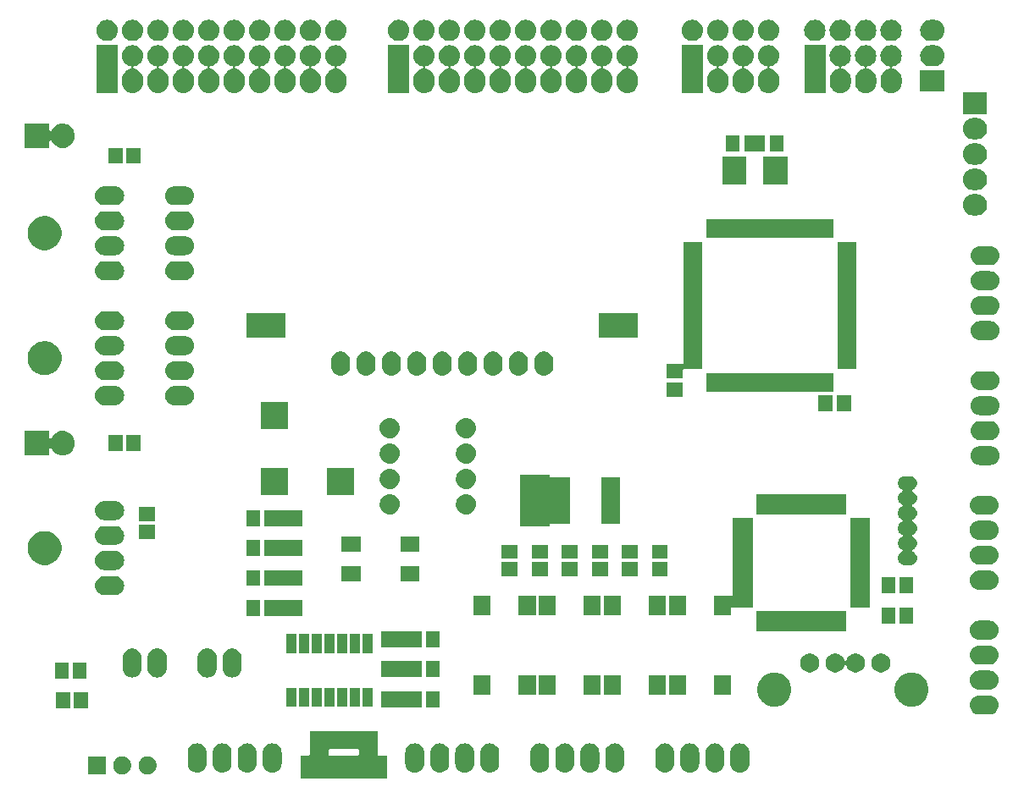
<source format=gbr>
G04 #@! TF.GenerationSoftware,KiCad,Pcbnew,(5.0.2)-1*
G04 #@! TF.CreationDate,2019-04-24T17:16:17+09:00*
G04 #@! TF.ProjectId,stm32f4_Centaurus,73746d33-3266-4345-9f43-656e74617572,rev?*
G04 #@! TF.SameCoordinates,Original*
G04 #@! TF.FileFunction,Soldermask,Top*
G04 #@! TF.FilePolarity,Negative*
%FSLAX46Y46*%
G04 Gerber Fmt 4.6, Leading zero omitted, Abs format (unit mm)*
G04 Created by KiCad (PCBNEW (5.0.2)-1) date 2019/04/24 17:16:17*
%MOMM*%
%LPD*%
G01*
G04 APERTURE LIST*
%ADD10C,0.100000*%
G04 APERTURE END LIST*
D10*
G36*
X88800000Y-134135000D02*
X88802402Y-134159386D01*
X88809515Y-134182835D01*
X88821066Y-134204446D01*
X88836612Y-134223388D01*
X88855554Y-134238934D01*
X88877165Y-134250485D01*
X88900614Y-134257598D01*
X88925000Y-134260000D01*
X89697500Y-134260000D01*
X89697500Y-136560000D01*
X81102500Y-136560000D01*
X81102500Y-134260000D01*
X81875000Y-134260000D01*
X81899386Y-134257598D01*
X81922835Y-134250485D01*
X81944446Y-134238934D01*
X81963388Y-134223388D01*
X81978934Y-134204446D01*
X81990485Y-134182835D01*
X81997598Y-134159386D01*
X82000000Y-134135000D01*
X82000000Y-133765000D01*
X83875000Y-133765000D01*
X83875000Y-134135000D01*
X83877402Y-134159386D01*
X83884515Y-134182835D01*
X83896066Y-134204446D01*
X83911612Y-134223388D01*
X83930554Y-134238934D01*
X83952165Y-134250485D01*
X83975614Y-134257598D01*
X84000000Y-134260000D01*
X86800000Y-134260000D01*
X86824386Y-134257598D01*
X86847835Y-134250485D01*
X86869446Y-134238934D01*
X86888388Y-134223388D01*
X86903934Y-134204446D01*
X86915485Y-134182835D01*
X86922598Y-134159386D01*
X86925000Y-134135000D01*
X86925000Y-133765000D01*
X86922598Y-133740614D01*
X86915485Y-133717165D01*
X86903934Y-133695554D01*
X86888388Y-133676612D01*
X86869446Y-133661066D01*
X86847835Y-133649515D01*
X86824386Y-133642402D01*
X86800000Y-133640000D01*
X84000000Y-133640000D01*
X83975614Y-133642402D01*
X83952165Y-133649515D01*
X83930554Y-133661066D01*
X83911612Y-133676612D01*
X83896066Y-133695554D01*
X83884515Y-133717165D01*
X83877402Y-133740614D01*
X83875000Y-133765000D01*
X82000000Y-133765000D01*
X82000000Y-131860000D01*
X88800000Y-131860000D01*
X88800000Y-134135000D01*
X88800000Y-134135000D01*
G37*
G36*
X66052083Y-134386029D02*
X66215596Y-134453758D01*
X66362764Y-134552093D01*
X66487907Y-134677236D01*
X66586242Y-134824404D01*
X66653971Y-134987917D01*
X66688500Y-135161505D01*
X66688500Y-135338495D01*
X66653971Y-135512083D01*
X66586242Y-135675596D01*
X66487907Y-135822764D01*
X66362764Y-135947907D01*
X66362761Y-135947909D01*
X66362760Y-135947910D01*
X66215599Y-136046240D01*
X66215596Y-136046242D01*
X66052083Y-136113971D01*
X65878495Y-136148500D01*
X65701505Y-136148500D01*
X65527917Y-136113971D01*
X65364404Y-136046242D01*
X65364401Y-136046240D01*
X65217240Y-135947910D01*
X65217239Y-135947909D01*
X65217236Y-135947907D01*
X65092093Y-135822764D01*
X64993758Y-135675596D01*
X64926029Y-135512083D01*
X64891500Y-135338495D01*
X64891500Y-135161505D01*
X64926029Y-134987917D01*
X64993758Y-134824404D01*
X65092093Y-134677236D01*
X65217236Y-134552093D01*
X65364404Y-134453758D01*
X65527917Y-134386029D01*
X65701505Y-134351500D01*
X65878495Y-134351500D01*
X66052083Y-134386029D01*
X66052083Y-134386029D01*
G37*
G36*
X63512083Y-134386029D02*
X63675596Y-134453758D01*
X63822764Y-134552093D01*
X63947907Y-134677236D01*
X64046242Y-134824404D01*
X64113971Y-134987917D01*
X64148500Y-135161505D01*
X64148500Y-135338495D01*
X64113971Y-135512083D01*
X64046242Y-135675596D01*
X63947907Y-135822764D01*
X63822764Y-135947907D01*
X63822761Y-135947909D01*
X63822760Y-135947910D01*
X63675599Y-136046240D01*
X63675596Y-136046242D01*
X63512083Y-136113971D01*
X63338495Y-136148500D01*
X63161505Y-136148500D01*
X62987917Y-136113971D01*
X62824404Y-136046242D01*
X62824401Y-136046240D01*
X62677240Y-135947910D01*
X62677239Y-135947909D01*
X62677236Y-135947907D01*
X62552093Y-135822764D01*
X62453758Y-135675596D01*
X62386029Y-135512083D01*
X62351500Y-135338495D01*
X62351500Y-135161505D01*
X62386029Y-134987917D01*
X62453758Y-134824404D01*
X62552093Y-134677236D01*
X62677236Y-134552093D01*
X62824404Y-134453758D01*
X62987917Y-134386029D01*
X63161505Y-134351500D01*
X63338495Y-134351500D01*
X63512083Y-134386029D01*
X63512083Y-134386029D01*
G37*
G36*
X61608500Y-136148500D02*
X59811500Y-136148500D01*
X59811500Y-134351500D01*
X61608500Y-134351500D01*
X61608500Y-136148500D01*
X61608500Y-136148500D01*
G37*
G36*
X92686231Y-133063746D02*
X92775769Y-133090907D01*
X92865308Y-133118068D01*
X93030347Y-133206283D01*
X93175001Y-133324999D01*
X93293717Y-133469653D01*
X93381932Y-133634691D01*
X93436254Y-133813769D01*
X93450000Y-133953334D01*
X93450000Y-135046666D01*
X93436254Y-135186231D01*
X93381932Y-135365309D01*
X93293717Y-135530347D01*
X93175001Y-135675001D01*
X93030347Y-135793717D01*
X92865309Y-135881932D01*
X92775770Y-135909093D01*
X92686232Y-135936254D01*
X92500000Y-135954596D01*
X92313769Y-135936254D01*
X92224231Y-135909093D01*
X92134692Y-135881932D01*
X91969654Y-135793717D01*
X91825000Y-135675001D01*
X91706284Y-135530347D01*
X91618068Y-135365306D01*
X91563746Y-135186234D01*
X91550000Y-135046666D01*
X91550000Y-133953335D01*
X91563746Y-133813770D01*
X91563747Y-133813768D01*
X91613572Y-133649515D01*
X91618068Y-133634692D01*
X91706283Y-133469653D01*
X91824999Y-133324999D01*
X91969653Y-133206283D01*
X92134691Y-133118068D01*
X92224230Y-133090907D01*
X92313768Y-133063746D01*
X92500000Y-133045404D01*
X92686231Y-133063746D01*
X92686231Y-133063746D01*
G37*
G36*
X100186231Y-133063746D02*
X100275769Y-133090907D01*
X100365308Y-133118068D01*
X100530347Y-133206283D01*
X100675001Y-133324999D01*
X100793717Y-133469653D01*
X100881932Y-133634691D01*
X100936254Y-133813769D01*
X100950000Y-133953334D01*
X100950000Y-135046666D01*
X100936254Y-135186231D01*
X100881932Y-135365309D01*
X100793717Y-135530347D01*
X100675001Y-135675001D01*
X100530347Y-135793717D01*
X100365309Y-135881932D01*
X100275770Y-135909093D01*
X100186232Y-135936254D01*
X100000000Y-135954596D01*
X99813769Y-135936254D01*
X99724231Y-135909093D01*
X99634692Y-135881932D01*
X99469654Y-135793717D01*
X99325000Y-135675001D01*
X99206284Y-135530347D01*
X99118068Y-135365306D01*
X99063746Y-135186234D01*
X99050000Y-135046666D01*
X99050000Y-133953335D01*
X99063746Y-133813770D01*
X99063747Y-133813768D01*
X99113572Y-133649515D01*
X99118068Y-133634692D01*
X99206283Y-133469653D01*
X99324999Y-133324999D01*
X99469653Y-133206283D01*
X99634691Y-133118068D01*
X99724230Y-133090907D01*
X99813768Y-133063746D01*
X100000000Y-133045404D01*
X100186231Y-133063746D01*
X100186231Y-133063746D01*
G37*
G36*
X97686231Y-133063746D02*
X97775769Y-133090907D01*
X97865308Y-133118068D01*
X98030347Y-133206283D01*
X98175001Y-133324999D01*
X98293717Y-133469653D01*
X98381932Y-133634691D01*
X98436254Y-133813769D01*
X98450000Y-133953334D01*
X98450000Y-135046666D01*
X98436254Y-135186231D01*
X98381932Y-135365309D01*
X98293717Y-135530347D01*
X98175001Y-135675001D01*
X98030347Y-135793717D01*
X97865309Y-135881932D01*
X97775770Y-135909093D01*
X97686232Y-135936254D01*
X97500000Y-135954596D01*
X97313769Y-135936254D01*
X97224231Y-135909093D01*
X97134692Y-135881932D01*
X96969654Y-135793717D01*
X96825000Y-135675001D01*
X96706284Y-135530347D01*
X96618068Y-135365306D01*
X96563746Y-135186234D01*
X96550000Y-135046666D01*
X96550000Y-133953335D01*
X96563746Y-133813770D01*
X96563747Y-133813768D01*
X96613572Y-133649515D01*
X96618068Y-133634692D01*
X96706283Y-133469653D01*
X96824999Y-133324999D01*
X96969653Y-133206283D01*
X97134691Y-133118068D01*
X97224230Y-133090907D01*
X97313768Y-133063746D01*
X97500000Y-133045404D01*
X97686231Y-133063746D01*
X97686231Y-133063746D01*
G37*
G36*
X110186231Y-133063746D02*
X110275769Y-133090907D01*
X110365308Y-133118068D01*
X110530347Y-133206283D01*
X110675001Y-133324999D01*
X110793717Y-133469653D01*
X110881932Y-133634691D01*
X110936254Y-133813769D01*
X110950000Y-133953334D01*
X110950000Y-135046666D01*
X110936254Y-135186231D01*
X110881932Y-135365309D01*
X110793717Y-135530347D01*
X110675001Y-135675001D01*
X110530347Y-135793717D01*
X110365309Y-135881932D01*
X110275770Y-135909093D01*
X110186232Y-135936254D01*
X110000000Y-135954596D01*
X109813769Y-135936254D01*
X109724231Y-135909093D01*
X109634692Y-135881932D01*
X109469654Y-135793717D01*
X109325000Y-135675001D01*
X109206284Y-135530347D01*
X109118068Y-135365306D01*
X109063746Y-135186234D01*
X109050000Y-135046666D01*
X109050000Y-133953335D01*
X109063746Y-133813770D01*
X109063747Y-133813768D01*
X109113572Y-133649515D01*
X109118068Y-133634692D01*
X109206283Y-133469653D01*
X109324999Y-133324999D01*
X109469653Y-133206283D01*
X109634691Y-133118068D01*
X109724230Y-133090907D01*
X109813768Y-133063746D01*
X110000000Y-133045404D01*
X110186231Y-133063746D01*
X110186231Y-133063746D01*
G37*
G36*
X112686231Y-133063746D02*
X112775769Y-133090907D01*
X112865308Y-133118068D01*
X113030347Y-133206283D01*
X113175001Y-133324999D01*
X113293717Y-133469653D01*
X113381932Y-133634691D01*
X113436254Y-133813769D01*
X113450000Y-133953334D01*
X113450000Y-135046666D01*
X113436254Y-135186231D01*
X113381932Y-135365309D01*
X113293717Y-135530347D01*
X113175001Y-135675001D01*
X113030347Y-135793717D01*
X112865309Y-135881932D01*
X112775770Y-135909093D01*
X112686232Y-135936254D01*
X112500000Y-135954596D01*
X112313769Y-135936254D01*
X112224231Y-135909093D01*
X112134692Y-135881932D01*
X111969654Y-135793717D01*
X111825000Y-135675001D01*
X111706284Y-135530347D01*
X111618068Y-135365306D01*
X111563746Y-135186234D01*
X111550000Y-135046666D01*
X111550000Y-133953335D01*
X111563746Y-133813770D01*
X111563747Y-133813768D01*
X111613572Y-133649515D01*
X111618068Y-133634692D01*
X111706283Y-133469653D01*
X111824999Y-133324999D01*
X111969653Y-133206283D01*
X112134691Y-133118068D01*
X112224230Y-133090907D01*
X112313768Y-133063746D01*
X112500000Y-133045404D01*
X112686231Y-133063746D01*
X112686231Y-133063746D01*
G37*
G36*
X125186231Y-133063746D02*
X125275769Y-133090907D01*
X125365308Y-133118068D01*
X125530347Y-133206283D01*
X125675001Y-133324999D01*
X125793717Y-133469653D01*
X125881932Y-133634691D01*
X125936254Y-133813769D01*
X125950000Y-133953334D01*
X125950000Y-135046666D01*
X125936254Y-135186231D01*
X125881932Y-135365309D01*
X125793717Y-135530347D01*
X125675001Y-135675001D01*
X125530347Y-135793717D01*
X125365309Y-135881932D01*
X125275770Y-135909093D01*
X125186232Y-135936254D01*
X125000000Y-135954596D01*
X124813769Y-135936254D01*
X124724231Y-135909093D01*
X124634692Y-135881932D01*
X124469654Y-135793717D01*
X124325000Y-135675001D01*
X124206284Y-135530347D01*
X124118068Y-135365306D01*
X124063746Y-135186234D01*
X124050000Y-135046666D01*
X124050000Y-133953335D01*
X124063746Y-133813770D01*
X124063747Y-133813768D01*
X124113572Y-133649515D01*
X124118068Y-133634692D01*
X124206283Y-133469653D01*
X124324999Y-133324999D01*
X124469653Y-133206283D01*
X124634691Y-133118068D01*
X124724230Y-133090907D01*
X124813768Y-133063746D01*
X125000000Y-133045404D01*
X125186231Y-133063746D01*
X125186231Y-133063746D01*
G37*
G36*
X122686231Y-133063746D02*
X122775769Y-133090907D01*
X122865308Y-133118068D01*
X123030347Y-133206283D01*
X123175001Y-133324999D01*
X123293717Y-133469653D01*
X123381932Y-133634691D01*
X123436254Y-133813769D01*
X123450000Y-133953334D01*
X123450000Y-135046666D01*
X123436254Y-135186231D01*
X123381932Y-135365309D01*
X123293717Y-135530347D01*
X123175001Y-135675001D01*
X123030347Y-135793717D01*
X122865309Y-135881932D01*
X122775770Y-135909093D01*
X122686232Y-135936254D01*
X122500000Y-135954596D01*
X122313769Y-135936254D01*
X122224231Y-135909093D01*
X122134692Y-135881932D01*
X121969654Y-135793717D01*
X121825000Y-135675001D01*
X121706284Y-135530347D01*
X121618068Y-135365306D01*
X121563746Y-135186234D01*
X121550000Y-135046666D01*
X121550000Y-133953335D01*
X121563746Y-133813770D01*
X121563747Y-133813768D01*
X121613572Y-133649515D01*
X121618068Y-133634692D01*
X121706283Y-133469653D01*
X121824999Y-133324999D01*
X121969653Y-133206283D01*
X122134691Y-133118068D01*
X122224230Y-133090907D01*
X122313768Y-133063746D01*
X122500000Y-133045404D01*
X122686231Y-133063746D01*
X122686231Y-133063746D01*
G37*
G36*
X120186231Y-133063746D02*
X120275769Y-133090907D01*
X120365308Y-133118068D01*
X120530347Y-133206283D01*
X120675001Y-133324999D01*
X120793717Y-133469653D01*
X120881932Y-133634691D01*
X120936254Y-133813769D01*
X120950000Y-133953334D01*
X120950000Y-135046666D01*
X120936254Y-135186231D01*
X120881932Y-135365309D01*
X120793717Y-135530347D01*
X120675001Y-135675001D01*
X120530347Y-135793717D01*
X120365309Y-135881932D01*
X120275770Y-135909093D01*
X120186232Y-135936254D01*
X120000000Y-135954596D01*
X119813769Y-135936254D01*
X119724231Y-135909093D01*
X119634692Y-135881932D01*
X119469654Y-135793717D01*
X119325000Y-135675001D01*
X119206284Y-135530347D01*
X119118068Y-135365306D01*
X119063746Y-135186234D01*
X119050000Y-135046666D01*
X119050000Y-133953335D01*
X119063746Y-133813770D01*
X119063747Y-133813768D01*
X119113572Y-133649515D01*
X119118068Y-133634692D01*
X119206283Y-133469653D01*
X119324999Y-133324999D01*
X119469653Y-133206283D01*
X119634691Y-133118068D01*
X119724230Y-133090907D01*
X119813768Y-133063746D01*
X120000000Y-133045404D01*
X120186231Y-133063746D01*
X120186231Y-133063746D01*
G37*
G36*
X117686231Y-133063746D02*
X117775769Y-133090907D01*
X117865308Y-133118068D01*
X118030347Y-133206283D01*
X118175001Y-133324999D01*
X118293717Y-133469653D01*
X118381932Y-133634691D01*
X118436254Y-133813769D01*
X118450000Y-133953334D01*
X118450000Y-135046666D01*
X118436254Y-135186231D01*
X118381932Y-135365309D01*
X118293717Y-135530347D01*
X118175001Y-135675001D01*
X118030347Y-135793717D01*
X117865309Y-135881932D01*
X117775770Y-135909093D01*
X117686232Y-135936254D01*
X117500000Y-135954596D01*
X117313769Y-135936254D01*
X117224231Y-135909093D01*
X117134692Y-135881932D01*
X116969654Y-135793717D01*
X116825000Y-135675001D01*
X116706284Y-135530347D01*
X116618068Y-135365306D01*
X116563746Y-135186234D01*
X116550000Y-135046666D01*
X116550000Y-133953335D01*
X116563746Y-133813770D01*
X116563747Y-133813768D01*
X116613572Y-133649515D01*
X116618068Y-133634692D01*
X116706283Y-133469653D01*
X116824999Y-133324999D01*
X116969653Y-133206283D01*
X117134691Y-133118068D01*
X117224230Y-133090907D01*
X117313768Y-133063746D01*
X117500000Y-133045404D01*
X117686231Y-133063746D01*
X117686231Y-133063746D01*
G37*
G36*
X107686231Y-133063746D02*
X107775769Y-133090907D01*
X107865308Y-133118068D01*
X108030347Y-133206283D01*
X108175001Y-133324999D01*
X108293717Y-133469653D01*
X108381932Y-133634691D01*
X108436254Y-133813769D01*
X108450000Y-133953334D01*
X108450000Y-135046666D01*
X108436254Y-135186231D01*
X108381932Y-135365309D01*
X108293717Y-135530347D01*
X108175001Y-135675001D01*
X108030347Y-135793717D01*
X107865309Y-135881932D01*
X107775770Y-135909093D01*
X107686232Y-135936254D01*
X107500000Y-135954596D01*
X107313769Y-135936254D01*
X107224231Y-135909093D01*
X107134692Y-135881932D01*
X106969654Y-135793717D01*
X106825000Y-135675001D01*
X106706284Y-135530347D01*
X106618068Y-135365306D01*
X106563746Y-135186234D01*
X106550000Y-135046666D01*
X106550000Y-133953335D01*
X106563746Y-133813770D01*
X106563747Y-133813768D01*
X106613572Y-133649515D01*
X106618068Y-133634692D01*
X106706283Y-133469653D01*
X106824999Y-133324999D01*
X106969653Y-133206283D01*
X107134691Y-133118068D01*
X107224230Y-133090907D01*
X107313768Y-133063746D01*
X107500000Y-133045404D01*
X107686231Y-133063746D01*
X107686231Y-133063746D01*
G37*
G36*
X95186231Y-133063746D02*
X95275769Y-133090907D01*
X95365308Y-133118068D01*
X95530347Y-133206283D01*
X95675001Y-133324999D01*
X95793717Y-133469653D01*
X95881932Y-133634691D01*
X95936254Y-133813769D01*
X95950000Y-133953334D01*
X95950000Y-135046666D01*
X95936254Y-135186231D01*
X95881932Y-135365309D01*
X95793717Y-135530347D01*
X95675001Y-135675001D01*
X95530347Y-135793717D01*
X95365309Y-135881932D01*
X95275770Y-135909093D01*
X95186232Y-135936254D01*
X95000000Y-135954596D01*
X94813769Y-135936254D01*
X94724231Y-135909093D01*
X94634692Y-135881932D01*
X94469654Y-135793717D01*
X94325000Y-135675001D01*
X94206284Y-135530347D01*
X94118068Y-135365306D01*
X94063746Y-135186234D01*
X94050000Y-135046666D01*
X94050000Y-133953335D01*
X94063746Y-133813770D01*
X94063747Y-133813768D01*
X94113572Y-133649515D01*
X94118068Y-133634692D01*
X94206283Y-133469653D01*
X94324999Y-133324999D01*
X94469653Y-133206283D01*
X94634691Y-133118068D01*
X94724230Y-133090907D01*
X94813768Y-133063746D01*
X95000000Y-133045404D01*
X95186231Y-133063746D01*
X95186231Y-133063746D01*
G37*
G36*
X75936231Y-133063746D02*
X76025769Y-133090907D01*
X76115308Y-133118068D01*
X76280347Y-133206283D01*
X76425001Y-133324999D01*
X76543717Y-133469653D01*
X76631932Y-133634691D01*
X76686254Y-133813769D01*
X76700000Y-133953334D01*
X76700000Y-135046666D01*
X76686254Y-135186231D01*
X76631932Y-135365309D01*
X76543717Y-135530347D01*
X76425001Y-135675001D01*
X76280347Y-135793717D01*
X76115309Y-135881932D01*
X76025770Y-135909093D01*
X75936232Y-135936254D01*
X75750000Y-135954596D01*
X75563769Y-135936254D01*
X75474231Y-135909093D01*
X75384692Y-135881932D01*
X75219654Y-135793717D01*
X75075000Y-135675001D01*
X74956284Y-135530347D01*
X74868068Y-135365306D01*
X74813746Y-135186234D01*
X74800000Y-135046666D01*
X74800000Y-133953335D01*
X74813746Y-133813770D01*
X74813747Y-133813768D01*
X74863572Y-133649515D01*
X74868068Y-133634692D01*
X74956283Y-133469653D01*
X75074999Y-133324999D01*
X75219653Y-133206283D01*
X75384691Y-133118068D01*
X75474230Y-133090907D01*
X75563768Y-133063746D01*
X75750000Y-133045404D01*
X75936231Y-133063746D01*
X75936231Y-133063746D01*
G37*
G36*
X73436231Y-133063746D02*
X73525769Y-133090907D01*
X73615308Y-133118068D01*
X73780347Y-133206283D01*
X73925001Y-133324999D01*
X74043717Y-133469653D01*
X74131932Y-133634691D01*
X74186254Y-133813769D01*
X74200000Y-133953334D01*
X74200000Y-135046666D01*
X74186254Y-135186231D01*
X74131932Y-135365309D01*
X74043717Y-135530347D01*
X73925001Y-135675001D01*
X73780347Y-135793717D01*
X73615309Y-135881932D01*
X73525770Y-135909093D01*
X73436232Y-135936254D01*
X73250000Y-135954596D01*
X73063769Y-135936254D01*
X72974231Y-135909093D01*
X72884692Y-135881932D01*
X72719654Y-135793717D01*
X72575000Y-135675001D01*
X72456284Y-135530347D01*
X72368068Y-135365306D01*
X72313746Y-135186234D01*
X72300000Y-135046666D01*
X72300000Y-133953335D01*
X72313746Y-133813770D01*
X72313747Y-133813768D01*
X72363572Y-133649515D01*
X72368068Y-133634692D01*
X72456283Y-133469653D01*
X72574999Y-133324999D01*
X72719653Y-133206283D01*
X72884691Y-133118068D01*
X72974230Y-133090907D01*
X73063768Y-133063746D01*
X73250000Y-133045404D01*
X73436231Y-133063746D01*
X73436231Y-133063746D01*
G37*
G36*
X70936231Y-133063746D02*
X71025769Y-133090907D01*
X71115308Y-133118068D01*
X71280347Y-133206283D01*
X71425001Y-133324999D01*
X71543717Y-133469653D01*
X71631932Y-133634691D01*
X71686254Y-133813769D01*
X71700000Y-133953334D01*
X71700000Y-135046666D01*
X71686254Y-135186231D01*
X71631932Y-135365309D01*
X71543717Y-135530347D01*
X71425001Y-135675001D01*
X71280347Y-135793717D01*
X71115309Y-135881932D01*
X71025770Y-135909093D01*
X70936232Y-135936254D01*
X70750000Y-135954596D01*
X70563769Y-135936254D01*
X70474231Y-135909093D01*
X70384692Y-135881932D01*
X70219654Y-135793717D01*
X70075000Y-135675001D01*
X69956284Y-135530347D01*
X69868068Y-135365306D01*
X69813746Y-135186234D01*
X69800000Y-135046666D01*
X69800000Y-133953335D01*
X69813746Y-133813770D01*
X69813747Y-133813768D01*
X69863572Y-133649515D01*
X69868068Y-133634692D01*
X69956283Y-133469653D01*
X70074999Y-133324999D01*
X70219653Y-133206283D01*
X70384691Y-133118068D01*
X70474230Y-133090907D01*
X70563768Y-133063746D01*
X70750000Y-133045404D01*
X70936231Y-133063746D01*
X70936231Y-133063746D01*
G37*
G36*
X78436231Y-133063746D02*
X78525769Y-133090907D01*
X78615308Y-133118068D01*
X78780347Y-133206283D01*
X78925001Y-133324999D01*
X79043717Y-133469653D01*
X79131932Y-133634691D01*
X79186254Y-133813769D01*
X79200000Y-133953334D01*
X79200000Y-135046666D01*
X79186254Y-135186231D01*
X79131932Y-135365309D01*
X79043717Y-135530347D01*
X78925001Y-135675001D01*
X78780347Y-135793717D01*
X78615309Y-135881932D01*
X78525770Y-135909093D01*
X78436232Y-135936254D01*
X78250000Y-135954596D01*
X78063769Y-135936254D01*
X77974231Y-135909093D01*
X77884692Y-135881932D01*
X77719654Y-135793717D01*
X77575000Y-135675001D01*
X77456284Y-135530347D01*
X77368068Y-135365306D01*
X77313746Y-135186234D01*
X77300000Y-135046666D01*
X77300000Y-133953335D01*
X77313746Y-133813770D01*
X77313747Y-133813768D01*
X77363572Y-133649515D01*
X77368068Y-133634692D01*
X77456283Y-133469653D01*
X77574999Y-133324999D01*
X77719653Y-133206283D01*
X77884691Y-133118068D01*
X77974230Y-133090907D01*
X78063768Y-133063746D01*
X78250000Y-133045404D01*
X78436231Y-133063746D01*
X78436231Y-133063746D01*
G37*
G36*
X105186231Y-133063746D02*
X105275769Y-133090907D01*
X105365308Y-133118068D01*
X105530347Y-133206283D01*
X105675001Y-133324999D01*
X105793717Y-133469653D01*
X105881932Y-133634691D01*
X105936254Y-133813769D01*
X105950000Y-133953334D01*
X105950000Y-135046666D01*
X105936254Y-135186231D01*
X105881932Y-135365309D01*
X105793717Y-135530347D01*
X105675001Y-135675001D01*
X105530347Y-135793717D01*
X105365309Y-135881932D01*
X105275770Y-135909093D01*
X105186232Y-135936254D01*
X105000000Y-135954596D01*
X104813769Y-135936254D01*
X104724231Y-135909093D01*
X104634692Y-135881932D01*
X104469654Y-135793717D01*
X104325000Y-135675001D01*
X104206284Y-135530347D01*
X104118068Y-135365306D01*
X104063746Y-135186234D01*
X104050000Y-135046666D01*
X104050000Y-133953335D01*
X104063746Y-133813770D01*
X104063747Y-133813768D01*
X104113572Y-133649515D01*
X104118068Y-133634692D01*
X104206283Y-133469653D01*
X104324999Y-133324999D01*
X104469653Y-133206283D01*
X104634691Y-133118068D01*
X104724230Y-133090907D01*
X104813768Y-133063746D01*
X105000000Y-133045404D01*
X105186231Y-133063746D01*
X105186231Y-133063746D01*
G37*
G36*
X150036448Y-128266873D02*
X150106232Y-128273746D01*
X150195770Y-128300907D01*
X150285309Y-128328068D01*
X150450347Y-128416283D01*
X150595001Y-128534999D01*
X150713717Y-128679653D01*
X150801932Y-128844691D01*
X150801932Y-128844692D01*
X150843928Y-128983133D01*
X150856254Y-129023769D01*
X150874596Y-129210000D01*
X150856254Y-129396231D01*
X150801932Y-129575309D01*
X150713717Y-129740347D01*
X150595001Y-129885001D01*
X150450347Y-130003717D01*
X150285309Y-130091932D01*
X150195770Y-130119093D01*
X150106232Y-130146254D01*
X150036448Y-130153127D01*
X149966666Y-130160000D01*
X148873334Y-130160000D01*
X148803552Y-130153127D01*
X148733768Y-130146254D01*
X148644230Y-130119093D01*
X148554691Y-130091932D01*
X148389653Y-130003717D01*
X148244999Y-129885001D01*
X148126283Y-129740347D01*
X148038068Y-129575309D01*
X147983746Y-129396231D01*
X147965404Y-129210000D01*
X147983746Y-129023769D01*
X147996073Y-128983133D01*
X148038068Y-128844692D01*
X148038068Y-128844691D01*
X148126283Y-128679653D01*
X148244999Y-128534999D01*
X148389653Y-128416283D01*
X148554691Y-128328068D01*
X148644230Y-128300907D01*
X148733768Y-128273746D01*
X148803552Y-128266873D01*
X148873334Y-128260000D01*
X149966666Y-128260000D01*
X150036448Y-128266873D01*
X150036448Y-128266873D01*
G37*
G36*
X58070000Y-129550000D02*
X56670000Y-129550000D01*
X56670000Y-127950000D01*
X58070000Y-127950000D01*
X58070000Y-129550000D01*
X58070000Y-129550000D01*
G37*
G36*
X59830000Y-129550000D02*
X58430000Y-129550000D01*
X58430000Y-127950000D01*
X59830000Y-127950000D01*
X59830000Y-129550000D01*
X59830000Y-129550000D01*
G37*
G36*
X93240000Y-129420000D02*
X89160000Y-129420000D01*
X89160000Y-127820000D01*
X93240000Y-127820000D01*
X93240000Y-129420000D01*
X93240000Y-129420000D01*
G37*
G36*
X95000000Y-129420000D02*
X93600000Y-129420000D01*
X93600000Y-127820000D01*
X95000000Y-127820000D01*
X95000000Y-129420000D01*
X95000000Y-129420000D01*
G37*
G36*
X81960000Y-129400000D02*
X80960000Y-129400000D01*
X80960000Y-127500000D01*
X81960000Y-127500000D01*
X81960000Y-129400000D01*
X81960000Y-129400000D01*
G37*
G36*
X83230000Y-129400000D02*
X82230000Y-129400000D01*
X82230000Y-127500000D01*
X83230000Y-127500000D01*
X83230000Y-129400000D01*
X83230000Y-129400000D01*
G37*
G36*
X84500000Y-129400000D02*
X83500000Y-129400000D01*
X83500000Y-127500000D01*
X84500000Y-127500000D01*
X84500000Y-129400000D01*
X84500000Y-129400000D01*
G37*
G36*
X85770000Y-129400000D02*
X84770000Y-129400000D01*
X84770000Y-127500000D01*
X85770000Y-127500000D01*
X85770000Y-129400000D01*
X85770000Y-129400000D01*
G37*
G36*
X87040000Y-129400000D02*
X86040000Y-129400000D01*
X86040000Y-127500000D01*
X87040000Y-127500000D01*
X87040000Y-129400000D01*
X87040000Y-129400000D01*
G37*
G36*
X88310000Y-129400000D02*
X87310000Y-129400000D01*
X87310000Y-127500000D01*
X88310000Y-127500000D01*
X88310000Y-129400000D01*
X88310000Y-129400000D01*
G37*
G36*
X80690000Y-129400000D02*
X79690000Y-129400000D01*
X79690000Y-127500000D01*
X80690000Y-127500000D01*
X80690000Y-129400000D01*
X80690000Y-129400000D01*
G37*
G36*
X142492488Y-125995552D02*
X142656694Y-126028215D01*
X142784833Y-126081292D01*
X142966049Y-126156354D01*
X143244467Y-126342387D01*
X143481233Y-126579153D01*
X143667266Y-126857571D01*
X143795405Y-127166927D01*
X143860730Y-127495336D01*
X143860730Y-127830184D01*
X143795405Y-128158593D01*
X143667266Y-128467949D01*
X143481233Y-128746367D01*
X143244467Y-128983133D01*
X142966049Y-129169166D01*
X142784833Y-129244228D01*
X142656694Y-129297305D01*
X142492488Y-129329968D01*
X142328284Y-129362630D01*
X141993436Y-129362630D01*
X141829232Y-129329968D01*
X141665026Y-129297305D01*
X141536887Y-129244228D01*
X141355671Y-129169166D01*
X141077253Y-128983133D01*
X140840487Y-128746367D01*
X140654454Y-128467949D01*
X140526315Y-128158593D01*
X140460990Y-127830184D01*
X140460990Y-127495336D01*
X140526315Y-127166927D01*
X140654454Y-126857571D01*
X140840487Y-126579153D01*
X141077253Y-126342387D01*
X141355671Y-126156354D01*
X141536887Y-126081292D01*
X141665026Y-126028215D01*
X141829232Y-125995552D01*
X141993436Y-125962890D01*
X142328284Y-125962890D01*
X142492488Y-125995552D01*
X142492488Y-125995552D01*
G37*
G36*
X128776488Y-125995552D02*
X128940694Y-126028215D01*
X129068833Y-126081292D01*
X129250049Y-126156354D01*
X129528467Y-126342387D01*
X129765233Y-126579153D01*
X129951266Y-126857571D01*
X130079405Y-127166927D01*
X130144730Y-127495336D01*
X130144730Y-127830184D01*
X130079405Y-128158593D01*
X129951266Y-128467949D01*
X129765233Y-128746367D01*
X129528467Y-128983133D01*
X129250049Y-129169166D01*
X129068833Y-129244228D01*
X128940694Y-129297305D01*
X128776488Y-129329968D01*
X128612284Y-129362630D01*
X128277436Y-129362630D01*
X128113232Y-129329968D01*
X127949026Y-129297305D01*
X127820887Y-129244228D01*
X127639671Y-129169166D01*
X127361253Y-128983133D01*
X127124487Y-128746367D01*
X126938454Y-128467949D01*
X126810315Y-128158593D01*
X126744990Y-127830184D01*
X126744990Y-127495336D01*
X126810315Y-127166927D01*
X126938454Y-126857571D01*
X127124487Y-126579153D01*
X127361253Y-126342387D01*
X127639671Y-126156354D01*
X127820887Y-126081292D01*
X127949026Y-126028215D01*
X128113232Y-125995552D01*
X128277436Y-125962890D01*
X128612284Y-125962890D01*
X128776488Y-125995552D01*
X128776488Y-125995552D01*
G37*
G36*
X111100000Y-128200000D02*
X109400000Y-128200000D01*
X109400000Y-126250000D01*
X111100000Y-126250000D01*
X111100000Y-128200000D01*
X111100000Y-128200000D01*
G37*
G36*
X124100000Y-128200000D02*
X122400000Y-128200000D01*
X122400000Y-126250000D01*
X124100000Y-126250000D01*
X124100000Y-128200000D01*
X124100000Y-128200000D01*
G37*
G36*
X104600000Y-128200000D02*
X102900000Y-128200000D01*
X102900000Y-126250000D01*
X104600000Y-126250000D01*
X104600000Y-128200000D01*
X104600000Y-128200000D01*
G37*
G36*
X117600000Y-128200000D02*
X115900000Y-128200000D01*
X115900000Y-126250000D01*
X117600000Y-126250000D01*
X117600000Y-128200000D01*
X117600000Y-128200000D01*
G37*
G36*
X113100000Y-128200000D02*
X111400000Y-128200000D01*
X111400000Y-126250000D01*
X113100000Y-126250000D01*
X113100000Y-128200000D01*
X113100000Y-128200000D01*
G37*
G36*
X100100000Y-128200000D02*
X98400000Y-128200000D01*
X98400000Y-126250000D01*
X100100000Y-126250000D01*
X100100000Y-128200000D01*
X100100000Y-128200000D01*
G37*
G36*
X106600000Y-128200000D02*
X104900000Y-128200000D01*
X104900000Y-126250000D01*
X106600000Y-126250000D01*
X106600000Y-128200000D01*
X106600000Y-128200000D01*
G37*
G36*
X119600000Y-128200000D02*
X117900000Y-128200000D01*
X117900000Y-126250000D01*
X119600000Y-126250000D01*
X119600000Y-128200000D01*
X119600000Y-128200000D01*
G37*
G36*
X150036448Y-125766873D02*
X150106232Y-125773746D01*
X150195770Y-125800907D01*
X150285309Y-125828068D01*
X150450347Y-125916283D01*
X150595001Y-126034999D01*
X150713717Y-126179653D01*
X150801932Y-126344691D01*
X150856254Y-126523769D01*
X150874596Y-126710000D01*
X150856254Y-126896231D01*
X150801932Y-127075309D01*
X150713717Y-127240347D01*
X150595001Y-127385001D01*
X150450347Y-127503717D01*
X150285309Y-127591932D01*
X150195770Y-127619093D01*
X150106232Y-127646254D01*
X150036448Y-127653127D01*
X149966666Y-127660000D01*
X148873334Y-127660000D01*
X148803552Y-127653127D01*
X148733768Y-127646254D01*
X148644230Y-127619093D01*
X148554691Y-127591932D01*
X148389653Y-127503717D01*
X148244999Y-127385001D01*
X148126283Y-127240347D01*
X148038068Y-127075309D01*
X147983746Y-126896231D01*
X147965404Y-126710000D01*
X147983746Y-126523769D01*
X148038068Y-126344691D01*
X148126283Y-126179653D01*
X148244999Y-126034999D01*
X148389653Y-125916283D01*
X148554691Y-125828068D01*
X148644230Y-125800907D01*
X148733768Y-125773746D01*
X148803552Y-125766873D01*
X148873334Y-125760000D01*
X149966666Y-125760000D01*
X150036448Y-125766873D01*
X150036448Y-125766873D01*
G37*
G36*
X59700000Y-126550000D02*
X58300000Y-126550000D01*
X58300000Y-124950000D01*
X59700000Y-124950000D01*
X59700000Y-126550000D01*
X59700000Y-126550000D01*
G37*
G36*
X57940000Y-126550000D02*
X56540000Y-126550000D01*
X56540000Y-124950000D01*
X57940000Y-124950000D01*
X57940000Y-126550000D01*
X57940000Y-126550000D01*
G37*
G36*
X64436231Y-123563746D02*
X64525769Y-123590907D01*
X64615308Y-123618068D01*
X64780347Y-123706283D01*
X64925001Y-123824999D01*
X65043717Y-123969653D01*
X65131932Y-124134691D01*
X65137600Y-124153376D01*
X65186254Y-124313768D01*
X65200000Y-124453335D01*
X65200000Y-125546665D01*
X65186254Y-125686232D01*
X65163877Y-125760000D01*
X65131932Y-125865309D01*
X65043717Y-126030347D01*
X64925001Y-126175001D01*
X64780347Y-126293717D01*
X64615309Y-126381932D01*
X64525770Y-126409093D01*
X64436232Y-126436254D01*
X64250000Y-126454596D01*
X64063769Y-126436254D01*
X63974231Y-126409093D01*
X63884692Y-126381932D01*
X63719654Y-126293717D01*
X63575000Y-126175001D01*
X63456284Y-126030347D01*
X63368068Y-125865306D01*
X63313746Y-125686234D01*
X63300000Y-125546666D01*
X63300000Y-124453335D01*
X63313746Y-124313770D01*
X63313747Y-124313768D01*
X63345224Y-124210000D01*
X63368068Y-124134692D01*
X63456283Y-123969653D01*
X63574999Y-123824999D01*
X63719653Y-123706283D01*
X63884691Y-123618068D01*
X63974230Y-123590907D01*
X64063768Y-123563746D01*
X64250000Y-123545404D01*
X64436231Y-123563746D01*
X64436231Y-123563746D01*
G37*
G36*
X66936231Y-123563746D02*
X67025769Y-123590907D01*
X67115308Y-123618068D01*
X67280347Y-123706283D01*
X67425001Y-123824999D01*
X67543717Y-123969653D01*
X67631932Y-124134691D01*
X67637600Y-124153376D01*
X67686254Y-124313768D01*
X67700000Y-124453335D01*
X67700000Y-125546665D01*
X67686254Y-125686232D01*
X67663877Y-125760000D01*
X67631932Y-125865309D01*
X67543717Y-126030347D01*
X67425001Y-126175001D01*
X67280347Y-126293717D01*
X67115309Y-126381932D01*
X67025770Y-126409093D01*
X66936232Y-126436254D01*
X66750000Y-126454596D01*
X66563769Y-126436254D01*
X66474231Y-126409093D01*
X66384692Y-126381932D01*
X66219654Y-126293717D01*
X66075000Y-126175001D01*
X65956284Y-126030347D01*
X65868068Y-125865306D01*
X65813746Y-125686234D01*
X65800000Y-125546666D01*
X65800000Y-124453335D01*
X65813746Y-124313770D01*
X65813747Y-124313768D01*
X65845224Y-124210000D01*
X65868068Y-124134692D01*
X65956283Y-123969653D01*
X66074999Y-123824999D01*
X66219653Y-123706283D01*
X66384691Y-123618068D01*
X66474230Y-123590907D01*
X66563768Y-123563746D01*
X66750000Y-123545404D01*
X66936231Y-123563746D01*
X66936231Y-123563746D01*
G37*
G36*
X74436231Y-123563746D02*
X74525769Y-123590907D01*
X74615308Y-123618068D01*
X74780347Y-123706283D01*
X74925001Y-123824999D01*
X75043717Y-123969653D01*
X75131932Y-124134691D01*
X75137600Y-124153376D01*
X75186254Y-124313768D01*
X75200000Y-124453335D01*
X75200000Y-125546665D01*
X75186254Y-125686232D01*
X75163877Y-125760000D01*
X75131932Y-125865309D01*
X75043717Y-126030347D01*
X74925001Y-126175001D01*
X74780347Y-126293717D01*
X74615309Y-126381932D01*
X74525770Y-126409093D01*
X74436232Y-126436254D01*
X74250000Y-126454596D01*
X74063769Y-126436254D01*
X73974231Y-126409093D01*
X73884692Y-126381932D01*
X73719654Y-126293717D01*
X73575000Y-126175001D01*
X73456284Y-126030347D01*
X73368068Y-125865306D01*
X73313746Y-125686234D01*
X73300000Y-125546666D01*
X73300000Y-124453335D01*
X73313746Y-124313770D01*
X73313747Y-124313768D01*
X73345224Y-124210000D01*
X73368068Y-124134692D01*
X73456283Y-123969653D01*
X73574999Y-123824999D01*
X73719653Y-123706283D01*
X73884691Y-123618068D01*
X73974230Y-123590907D01*
X74063768Y-123563746D01*
X74250000Y-123545404D01*
X74436231Y-123563746D01*
X74436231Y-123563746D01*
G37*
G36*
X71936231Y-123563746D02*
X72025769Y-123590907D01*
X72115308Y-123618068D01*
X72280347Y-123706283D01*
X72425001Y-123824999D01*
X72543717Y-123969653D01*
X72631932Y-124134691D01*
X72637600Y-124153376D01*
X72686254Y-124313768D01*
X72700000Y-124453335D01*
X72700000Y-125546665D01*
X72686254Y-125686232D01*
X72663877Y-125760000D01*
X72631932Y-125865309D01*
X72543717Y-126030347D01*
X72425001Y-126175001D01*
X72280347Y-126293717D01*
X72115309Y-126381932D01*
X72025770Y-126409093D01*
X71936232Y-126436254D01*
X71750000Y-126454596D01*
X71563769Y-126436254D01*
X71474231Y-126409093D01*
X71384692Y-126381932D01*
X71219654Y-126293717D01*
X71075000Y-126175001D01*
X70956284Y-126030347D01*
X70868068Y-125865306D01*
X70813746Y-125686234D01*
X70800000Y-125546666D01*
X70800000Y-124453335D01*
X70813746Y-124313770D01*
X70813747Y-124313768D01*
X70845224Y-124210000D01*
X70868068Y-124134692D01*
X70956283Y-123969653D01*
X71074999Y-123824999D01*
X71219653Y-123706283D01*
X71384691Y-123618068D01*
X71474230Y-123590907D01*
X71563768Y-123563746D01*
X71750000Y-123545404D01*
X71936231Y-123563746D01*
X71936231Y-123563746D01*
G37*
G36*
X95000000Y-126420000D02*
X93600000Y-126420000D01*
X93600000Y-124820000D01*
X95000000Y-124820000D01*
X95000000Y-126420000D01*
X95000000Y-126420000D01*
G37*
G36*
X93240000Y-126420000D02*
X89160000Y-126420000D01*
X89160000Y-124820000D01*
X93240000Y-124820000D01*
X93240000Y-126420000D01*
X93240000Y-126420000D01*
G37*
G36*
X139390131Y-124081720D02*
X139563123Y-124153375D01*
X139718816Y-124257406D01*
X139851214Y-124389804D01*
X139955245Y-124545497D01*
X140026900Y-124718489D01*
X140063430Y-124902137D01*
X140063430Y-125089383D01*
X140026900Y-125273031D01*
X139955245Y-125446023D01*
X139851214Y-125601716D01*
X139718816Y-125734114D01*
X139563123Y-125838145D01*
X139390131Y-125909800D01*
X139206483Y-125946330D01*
X139019237Y-125946330D01*
X138835589Y-125909800D01*
X138662597Y-125838145D01*
X138506904Y-125734114D01*
X138374506Y-125601716D01*
X138270475Y-125446023D01*
X138198820Y-125273031D01*
X138162290Y-125089383D01*
X138162290Y-124902137D01*
X138198820Y-124718489D01*
X138270475Y-124545497D01*
X138374506Y-124389804D01*
X138506904Y-124257406D01*
X138662597Y-124153375D01*
X138835589Y-124081720D01*
X139019237Y-124045190D01*
X139206483Y-124045190D01*
X139390131Y-124081720D01*
X139390131Y-124081720D01*
G37*
G36*
X132278131Y-124081720D02*
X132451123Y-124153375D01*
X132606816Y-124257406D01*
X132739214Y-124389804D01*
X132843245Y-124545497D01*
X132914900Y-124718489D01*
X132951430Y-124902137D01*
X132951430Y-125089383D01*
X132914900Y-125273031D01*
X132843245Y-125446023D01*
X132739214Y-125601716D01*
X132606816Y-125734114D01*
X132451123Y-125838145D01*
X132278131Y-125909800D01*
X132094483Y-125946330D01*
X131907237Y-125946330D01*
X131723589Y-125909800D01*
X131550597Y-125838145D01*
X131394904Y-125734114D01*
X131262506Y-125601716D01*
X131158475Y-125446023D01*
X131086820Y-125273031D01*
X131050290Y-125089383D01*
X131050290Y-124902137D01*
X131086820Y-124718489D01*
X131158475Y-124545497D01*
X131262506Y-124389804D01*
X131394904Y-124257406D01*
X131550597Y-124153375D01*
X131723589Y-124081720D01*
X131907237Y-124045190D01*
X132094483Y-124045190D01*
X132278131Y-124081720D01*
X132278131Y-124081720D01*
G37*
G36*
X134818131Y-124081720D02*
X134991123Y-124153375D01*
X135146816Y-124257406D01*
X135279214Y-124389804D01*
X135383245Y-124545497D01*
X135441375Y-124685837D01*
X135452926Y-124707448D01*
X135468471Y-124726390D01*
X135487413Y-124741936D01*
X135509024Y-124753487D01*
X135532473Y-124760600D01*
X135556860Y-124763002D01*
X135581246Y-124760600D01*
X135604695Y-124753487D01*
X135626306Y-124741936D01*
X135645248Y-124726391D01*
X135660794Y-124707449D01*
X135672345Y-124685837D01*
X135730475Y-124545497D01*
X135834506Y-124389804D01*
X135966904Y-124257406D01*
X136122597Y-124153375D01*
X136295589Y-124081720D01*
X136479237Y-124045190D01*
X136666483Y-124045190D01*
X136850131Y-124081720D01*
X137023123Y-124153375D01*
X137178816Y-124257406D01*
X137311214Y-124389804D01*
X137415245Y-124545497D01*
X137486900Y-124718489D01*
X137523430Y-124902137D01*
X137523430Y-125089383D01*
X137486900Y-125273031D01*
X137415245Y-125446023D01*
X137311214Y-125601716D01*
X137178816Y-125734114D01*
X137023123Y-125838145D01*
X136850131Y-125909800D01*
X136666483Y-125946330D01*
X136479237Y-125946330D01*
X136295589Y-125909800D01*
X136122597Y-125838145D01*
X135966904Y-125734114D01*
X135834506Y-125601716D01*
X135730475Y-125446023D01*
X135672345Y-125305683D01*
X135660794Y-125284072D01*
X135645249Y-125265130D01*
X135626307Y-125249584D01*
X135604696Y-125238033D01*
X135581247Y-125230920D01*
X135556860Y-125228518D01*
X135532474Y-125230920D01*
X135509025Y-125238033D01*
X135487414Y-125249584D01*
X135468472Y-125265129D01*
X135452926Y-125284071D01*
X135441375Y-125305683D01*
X135383245Y-125446023D01*
X135279214Y-125601716D01*
X135146816Y-125734114D01*
X134991123Y-125838145D01*
X134818131Y-125909800D01*
X134634483Y-125946330D01*
X134447237Y-125946330D01*
X134263589Y-125909800D01*
X134090597Y-125838145D01*
X133934904Y-125734114D01*
X133802506Y-125601716D01*
X133698475Y-125446023D01*
X133626820Y-125273031D01*
X133590290Y-125089383D01*
X133590290Y-124902137D01*
X133626820Y-124718489D01*
X133698475Y-124545497D01*
X133802506Y-124389804D01*
X133934904Y-124257406D01*
X134090597Y-124153375D01*
X134263589Y-124081720D01*
X134447237Y-124045190D01*
X134634483Y-124045190D01*
X134818131Y-124081720D01*
X134818131Y-124081720D01*
G37*
G36*
X150106232Y-123273746D02*
X150195770Y-123300907D01*
X150285309Y-123328068D01*
X150450347Y-123416283D01*
X150595001Y-123534999D01*
X150713717Y-123679653D01*
X150801932Y-123844691D01*
X150856254Y-124023769D01*
X150874596Y-124210000D01*
X150856254Y-124396231D01*
X150801932Y-124575309D01*
X150713717Y-124740347D01*
X150595001Y-124885001D01*
X150450347Y-125003717D01*
X150285309Y-125091932D01*
X150195770Y-125119093D01*
X150106232Y-125146254D01*
X149966666Y-125160000D01*
X148873334Y-125160000D01*
X148733768Y-125146254D01*
X148644230Y-125119093D01*
X148554691Y-125091932D01*
X148389653Y-125003717D01*
X148244999Y-124885001D01*
X148126283Y-124740347D01*
X148038068Y-124575309D01*
X147983746Y-124396231D01*
X147965404Y-124210000D01*
X147983746Y-124023769D01*
X148038068Y-123844691D01*
X148126283Y-123679653D01*
X148244999Y-123534999D01*
X148389653Y-123416283D01*
X148554691Y-123328068D01*
X148644230Y-123300907D01*
X148733768Y-123273746D01*
X148873334Y-123260000D01*
X149966666Y-123260000D01*
X150106232Y-123273746D01*
X150106232Y-123273746D01*
G37*
G36*
X85770000Y-124000000D02*
X84770000Y-124000000D01*
X84770000Y-122100000D01*
X85770000Y-122100000D01*
X85770000Y-124000000D01*
X85770000Y-124000000D01*
G37*
G36*
X88310000Y-124000000D02*
X87310000Y-124000000D01*
X87310000Y-122100000D01*
X88310000Y-122100000D01*
X88310000Y-124000000D01*
X88310000Y-124000000D01*
G37*
G36*
X87040000Y-124000000D02*
X86040000Y-124000000D01*
X86040000Y-122100000D01*
X87040000Y-122100000D01*
X87040000Y-124000000D01*
X87040000Y-124000000D01*
G37*
G36*
X84500000Y-124000000D02*
X83500000Y-124000000D01*
X83500000Y-122100000D01*
X84500000Y-122100000D01*
X84500000Y-124000000D01*
X84500000Y-124000000D01*
G37*
G36*
X83230000Y-124000000D02*
X82230000Y-124000000D01*
X82230000Y-122100000D01*
X83230000Y-122100000D01*
X83230000Y-124000000D01*
X83230000Y-124000000D01*
G37*
G36*
X81960000Y-124000000D02*
X80960000Y-124000000D01*
X80960000Y-122100000D01*
X81960000Y-122100000D01*
X81960000Y-124000000D01*
X81960000Y-124000000D01*
G37*
G36*
X80690000Y-124000000D02*
X79690000Y-124000000D01*
X79690000Y-122100000D01*
X80690000Y-122100000D01*
X80690000Y-124000000D01*
X80690000Y-124000000D01*
G37*
G36*
X93240000Y-123420000D02*
X89160000Y-123420000D01*
X89160000Y-121820000D01*
X93240000Y-121820000D01*
X93240000Y-123420000D01*
X93240000Y-123420000D01*
G37*
G36*
X95000000Y-123420000D02*
X93600000Y-123420000D01*
X93600000Y-121820000D01*
X95000000Y-121820000D01*
X95000000Y-123420000D01*
X95000000Y-123420000D01*
G37*
G36*
X150036448Y-120766873D02*
X150106232Y-120773746D01*
X150195770Y-120800907D01*
X150285309Y-120828068D01*
X150450347Y-120916283D01*
X150595001Y-121034999D01*
X150713717Y-121179653D01*
X150801932Y-121344691D01*
X150856254Y-121523769D01*
X150874596Y-121710000D01*
X150856254Y-121896231D01*
X150801932Y-122075309D01*
X150713717Y-122240347D01*
X150595001Y-122385001D01*
X150450347Y-122503717D01*
X150285309Y-122591932D01*
X150195770Y-122619093D01*
X150106232Y-122646254D01*
X149966666Y-122660000D01*
X148873334Y-122660000D01*
X148733768Y-122646254D01*
X148644230Y-122619093D01*
X148554691Y-122591932D01*
X148389653Y-122503717D01*
X148244999Y-122385001D01*
X148126283Y-122240347D01*
X148038068Y-122075309D01*
X147983746Y-121896231D01*
X147965404Y-121710000D01*
X147983746Y-121523769D01*
X148038068Y-121344691D01*
X148126283Y-121179653D01*
X148244999Y-121034999D01*
X148389653Y-120916283D01*
X148554691Y-120828068D01*
X148644230Y-120800907D01*
X148733768Y-120773746D01*
X148803552Y-120766873D01*
X148873334Y-120760000D01*
X149966666Y-120760000D01*
X150036448Y-120766873D01*
X150036448Y-120766873D01*
G37*
G36*
X135650000Y-121810000D02*
X126690000Y-121810000D01*
X126690000Y-119810000D01*
X135650000Y-119810000D01*
X135650000Y-121810000D01*
X135650000Y-121810000D01*
G37*
G36*
X140570000Y-121050000D02*
X139170000Y-121050000D01*
X139170000Y-119450000D01*
X140570000Y-119450000D01*
X140570000Y-121050000D01*
X140570000Y-121050000D01*
G37*
G36*
X142330000Y-121050000D02*
X140930000Y-121050000D01*
X140930000Y-119450000D01*
X142330000Y-119450000D01*
X142330000Y-121050000D01*
X142330000Y-121050000D01*
G37*
G36*
X81230000Y-120300000D02*
X77430000Y-120300000D01*
X77430000Y-118700000D01*
X81230000Y-118700000D01*
X81230000Y-120300000D01*
X81230000Y-120300000D01*
G37*
G36*
X77070000Y-120300000D02*
X75670000Y-120300000D01*
X75670000Y-118700000D01*
X77070000Y-118700000D01*
X77070000Y-120300000D01*
X77070000Y-120300000D01*
G37*
G36*
X104600000Y-120250000D02*
X102900000Y-120250000D01*
X102900000Y-118300000D01*
X104600000Y-118300000D01*
X104600000Y-120250000D01*
X104600000Y-120250000D01*
G37*
G36*
X113100000Y-120250000D02*
X111400000Y-120250000D01*
X111400000Y-118300000D01*
X113100000Y-118300000D01*
X113100000Y-120250000D01*
X113100000Y-120250000D01*
G37*
G36*
X100100000Y-120250000D02*
X98400000Y-120250000D01*
X98400000Y-118300000D01*
X100100000Y-118300000D01*
X100100000Y-120250000D01*
X100100000Y-120250000D01*
G37*
G36*
X106600000Y-120250000D02*
X104900000Y-120250000D01*
X104900000Y-118300000D01*
X106600000Y-118300000D01*
X106600000Y-120250000D01*
X106600000Y-120250000D01*
G37*
G36*
X119600000Y-120250000D02*
X117900000Y-120250000D01*
X117900000Y-118300000D01*
X119600000Y-118300000D01*
X119600000Y-120250000D01*
X119600000Y-120250000D01*
G37*
G36*
X117600000Y-120250000D02*
X115900000Y-120250000D01*
X115900000Y-118300000D01*
X117600000Y-118300000D01*
X117600000Y-120250000D01*
X117600000Y-120250000D01*
G37*
G36*
X126320000Y-119440000D02*
X124225000Y-119440000D01*
X124200614Y-119442402D01*
X124177165Y-119449515D01*
X124155554Y-119461066D01*
X124136612Y-119476612D01*
X124121066Y-119495554D01*
X124109515Y-119517165D01*
X124102402Y-119540614D01*
X124100000Y-119565000D01*
X124100000Y-120250000D01*
X122400000Y-120250000D01*
X122400000Y-118300000D01*
X124195000Y-118300000D01*
X124219386Y-118297598D01*
X124242835Y-118290485D01*
X124264446Y-118278934D01*
X124283388Y-118263388D01*
X124298934Y-118244446D01*
X124310485Y-118222835D01*
X124317598Y-118199386D01*
X124320000Y-118175000D01*
X124320000Y-110480000D01*
X126320000Y-110480000D01*
X126320000Y-119440000D01*
X126320000Y-119440000D01*
G37*
G36*
X111100000Y-120250000D02*
X109400000Y-120250000D01*
X109400000Y-118300000D01*
X111100000Y-118300000D01*
X111100000Y-120250000D01*
X111100000Y-120250000D01*
G37*
G36*
X138020000Y-119440000D02*
X136020000Y-119440000D01*
X136020000Y-110480000D01*
X138020000Y-110480000D01*
X138020000Y-119440000D01*
X138020000Y-119440000D01*
G37*
G36*
X62616448Y-116306873D02*
X62686232Y-116313746D01*
X62739814Y-116330000D01*
X62865309Y-116368068D01*
X63030347Y-116456283D01*
X63175001Y-116574999D01*
X63293717Y-116719653D01*
X63381932Y-116884691D01*
X63385433Y-116896232D01*
X63436254Y-117063768D01*
X63437391Y-117075309D01*
X63454596Y-117250000D01*
X63436254Y-117436231D01*
X63381932Y-117615309D01*
X63293717Y-117780347D01*
X63175001Y-117925001D01*
X63030347Y-118043717D01*
X62865309Y-118131932D01*
X62775770Y-118159093D01*
X62686232Y-118186254D01*
X62616448Y-118193127D01*
X62546666Y-118200000D01*
X61453334Y-118200000D01*
X61383552Y-118193127D01*
X61313768Y-118186254D01*
X61224230Y-118159093D01*
X61134691Y-118131932D01*
X60969653Y-118043717D01*
X60824999Y-117925001D01*
X60706283Y-117780347D01*
X60618068Y-117615309D01*
X60563746Y-117436231D01*
X60545404Y-117250000D01*
X60562609Y-117075309D01*
X60563746Y-117063768D01*
X60614567Y-116896232D01*
X60618068Y-116884691D01*
X60706283Y-116719653D01*
X60824999Y-116574999D01*
X60969653Y-116456283D01*
X61134691Y-116368068D01*
X61260186Y-116330000D01*
X61313768Y-116313746D01*
X61383552Y-116306873D01*
X61453334Y-116300000D01*
X62546666Y-116300000D01*
X62616448Y-116306873D01*
X62616448Y-116306873D01*
G37*
G36*
X140570000Y-118050000D02*
X139170000Y-118050000D01*
X139170000Y-116450000D01*
X140570000Y-116450000D01*
X140570000Y-118050000D01*
X140570000Y-118050000D01*
G37*
G36*
X142330000Y-118050000D02*
X140930000Y-118050000D01*
X140930000Y-116450000D01*
X142330000Y-116450000D01*
X142330000Y-118050000D01*
X142330000Y-118050000D01*
G37*
G36*
X150036448Y-115766873D02*
X150106232Y-115773746D01*
X150195770Y-115800907D01*
X150285309Y-115828068D01*
X150450347Y-115916283D01*
X150595001Y-116034999D01*
X150713717Y-116179653D01*
X150801932Y-116344691D01*
X150801932Y-116344692D01*
X150856254Y-116523768D01*
X150874596Y-116710000D01*
X150857391Y-116884692D01*
X150856254Y-116896231D01*
X150801932Y-117075309D01*
X150713717Y-117240347D01*
X150595001Y-117385001D01*
X150450347Y-117503717D01*
X150285309Y-117591932D01*
X150208244Y-117615309D01*
X150106232Y-117646254D01*
X149966666Y-117660000D01*
X148873334Y-117660000D01*
X148733768Y-117646254D01*
X148631756Y-117615309D01*
X148554691Y-117591932D01*
X148389653Y-117503717D01*
X148244999Y-117385001D01*
X148126283Y-117240347D01*
X148038068Y-117075309D01*
X147983746Y-116896231D01*
X147982610Y-116884692D01*
X147965404Y-116710000D01*
X147983746Y-116523768D01*
X148038068Y-116344692D01*
X148038068Y-116344691D01*
X148126283Y-116179653D01*
X148244999Y-116034999D01*
X148389653Y-115916283D01*
X148554691Y-115828068D01*
X148644230Y-115800907D01*
X148733768Y-115773746D01*
X148803552Y-115766873D01*
X148873334Y-115760000D01*
X149966666Y-115760000D01*
X150036448Y-115766873D01*
X150036448Y-115766873D01*
G37*
G36*
X81230000Y-117300000D02*
X77430000Y-117300000D01*
X77430000Y-115700000D01*
X81230000Y-115700000D01*
X81230000Y-117300000D01*
X81230000Y-117300000D01*
G37*
G36*
X77070000Y-117300000D02*
X75670000Y-117300000D01*
X75670000Y-115700000D01*
X77070000Y-115700000D01*
X77070000Y-117300000D01*
X77070000Y-117300000D01*
G37*
G36*
X87090000Y-116850000D02*
X85190000Y-116850000D01*
X85190000Y-115350000D01*
X87090000Y-115350000D01*
X87090000Y-116850000D01*
X87090000Y-116850000D01*
G37*
G36*
X92990000Y-116850000D02*
X91090000Y-116850000D01*
X91090000Y-115350000D01*
X92990000Y-115350000D01*
X92990000Y-116850000D01*
X92990000Y-116850000D01*
G37*
G36*
X111800000Y-116330000D02*
X110200000Y-116330000D01*
X110200000Y-114930000D01*
X111800000Y-114930000D01*
X111800000Y-116330000D01*
X111800000Y-116330000D01*
G37*
G36*
X102788703Y-116330000D02*
X101188703Y-116330000D01*
X101188703Y-114930000D01*
X102788703Y-114930000D01*
X102788703Y-116330000D01*
X102788703Y-116330000D01*
G37*
G36*
X114800000Y-116330000D02*
X113200000Y-116330000D01*
X113200000Y-114930000D01*
X114800000Y-114930000D01*
X114800000Y-116330000D01*
X114800000Y-116330000D01*
G37*
G36*
X108800000Y-116330000D02*
X107200000Y-116330000D01*
X107200000Y-114930000D01*
X108800000Y-114930000D01*
X108800000Y-116330000D01*
X108800000Y-116330000D01*
G37*
G36*
X105800000Y-116330000D02*
X104200000Y-116330000D01*
X104200000Y-114930000D01*
X105800000Y-114930000D01*
X105800000Y-116330000D01*
X105800000Y-116330000D01*
G37*
G36*
X117800000Y-116330000D02*
X116200000Y-116330000D01*
X116200000Y-114930000D01*
X117800000Y-114930000D01*
X117800000Y-116330000D01*
X117800000Y-116330000D01*
G37*
G36*
X62616448Y-113806873D02*
X62686232Y-113813746D01*
X62737503Y-113829299D01*
X62865309Y-113868068D01*
X63030347Y-113956283D01*
X63175001Y-114074999D01*
X63293717Y-114219653D01*
X63381932Y-114384691D01*
X63385433Y-114396232D01*
X63436254Y-114563768D01*
X63454596Y-114750000D01*
X63440731Y-114890780D01*
X63436254Y-114936231D01*
X63381932Y-115115309D01*
X63293717Y-115280347D01*
X63175001Y-115425001D01*
X63030347Y-115543717D01*
X62865309Y-115631932D01*
X62775770Y-115659093D01*
X62686232Y-115686254D01*
X62616448Y-115693127D01*
X62546666Y-115700000D01*
X61453334Y-115700000D01*
X61383552Y-115693127D01*
X61313768Y-115686254D01*
X61224230Y-115659093D01*
X61134691Y-115631932D01*
X60969653Y-115543717D01*
X60824999Y-115425001D01*
X60706283Y-115280347D01*
X60618068Y-115115309D01*
X60563746Y-114936231D01*
X60559270Y-114890780D01*
X60545404Y-114750000D01*
X60563746Y-114563768D01*
X60614567Y-114396232D01*
X60618068Y-114384691D01*
X60706283Y-114219653D01*
X60824999Y-114074999D01*
X60969653Y-113956283D01*
X61134691Y-113868068D01*
X61262497Y-113829299D01*
X61313768Y-113813746D01*
X61383552Y-113806873D01*
X61453334Y-113800000D01*
X62546666Y-113800000D01*
X62616448Y-113806873D01*
X62616448Y-113806873D01*
G37*
G36*
X142149224Y-106310128D02*
X142281175Y-106350155D01*
X142402781Y-106415155D01*
X142509370Y-106502630D01*
X142596845Y-106609219D01*
X142661845Y-106730825D01*
X142701872Y-106862776D01*
X142715387Y-107000000D01*
X142701872Y-107137224D01*
X142661845Y-107269175D01*
X142596845Y-107390781D01*
X142509370Y-107497370D01*
X142402781Y-107584845D01*
X142300034Y-107639764D01*
X142279666Y-107653373D01*
X142262339Y-107670701D01*
X142248725Y-107691075D01*
X142239348Y-107713714D01*
X142234567Y-107737748D01*
X142234567Y-107762252D01*
X142239347Y-107786285D01*
X142248725Y-107808924D01*
X142262338Y-107829299D01*
X142279666Y-107846626D01*
X142300034Y-107860236D01*
X142402781Y-107915155D01*
X142509370Y-108002630D01*
X142596845Y-108109219D01*
X142661845Y-108230825D01*
X142701872Y-108362776D01*
X142715387Y-108500000D01*
X142701872Y-108637224D01*
X142661845Y-108769175D01*
X142596845Y-108890781D01*
X142509370Y-108997370D01*
X142402781Y-109084845D01*
X142300034Y-109139764D01*
X142279666Y-109153373D01*
X142262339Y-109170701D01*
X142248725Y-109191075D01*
X142239348Y-109213714D01*
X142234567Y-109237748D01*
X142234567Y-109262252D01*
X142239347Y-109286285D01*
X142248725Y-109308924D01*
X142262338Y-109329299D01*
X142279666Y-109346626D01*
X142300034Y-109360236D01*
X142402781Y-109415155D01*
X142509370Y-109502630D01*
X142596845Y-109609219D01*
X142661845Y-109730825D01*
X142701872Y-109862776D01*
X142715387Y-110000000D01*
X142701872Y-110137224D01*
X142661845Y-110269175D01*
X142596845Y-110390781D01*
X142509370Y-110497370D01*
X142402781Y-110584845D01*
X142300034Y-110639764D01*
X142279666Y-110653373D01*
X142262339Y-110670701D01*
X142248725Y-110691075D01*
X142239348Y-110713714D01*
X142234567Y-110737748D01*
X142234567Y-110762252D01*
X142239347Y-110786285D01*
X142248725Y-110808924D01*
X142262338Y-110829299D01*
X142279666Y-110846626D01*
X142300034Y-110860236D01*
X142402781Y-110915155D01*
X142509370Y-111002630D01*
X142596845Y-111109219D01*
X142661845Y-111230825D01*
X142701872Y-111362776D01*
X142715387Y-111500000D01*
X142701872Y-111637224D01*
X142661845Y-111769175D01*
X142596845Y-111890781D01*
X142509370Y-111997370D01*
X142402781Y-112084845D01*
X142300034Y-112139764D01*
X142279666Y-112153373D01*
X142262339Y-112170701D01*
X142248725Y-112191075D01*
X142239348Y-112213714D01*
X142234567Y-112237748D01*
X142234567Y-112262252D01*
X142239347Y-112286285D01*
X142248725Y-112308924D01*
X142262338Y-112329299D01*
X142279666Y-112346626D01*
X142300034Y-112360236D01*
X142402781Y-112415155D01*
X142509370Y-112502630D01*
X142596845Y-112609219D01*
X142661845Y-112730825D01*
X142701872Y-112862776D01*
X142715387Y-113000000D01*
X142701872Y-113137224D01*
X142661845Y-113269175D01*
X142596845Y-113390781D01*
X142509370Y-113497370D01*
X142402781Y-113584845D01*
X142300034Y-113639764D01*
X142279666Y-113653373D01*
X142262339Y-113670701D01*
X142248725Y-113691075D01*
X142239348Y-113713714D01*
X142234567Y-113737748D01*
X142234567Y-113762252D01*
X142239347Y-113786285D01*
X142248725Y-113808924D01*
X142262338Y-113829299D01*
X142279666Y-113846626D01*
X142300034Y-113860236D01*
X142402781Y-113915155D01*
X142509370Y-114002630D01*
X142596845Y-114109219D01*
X142661845Y-114230825D01*
X142701872Y-114362776D01*
X142715387Y-114500000D01*
X142701872Y-114637224D01*
X142661845Y-114769175D01*
X142596845Y-114890781D01*
X142509370Y-114997370D01*
X142402781Y-115084845D01*
X142281175Y-115149845D01*
X142149224Y-115189872D01*
X142046390Y-115200000D01*
X141453610Y-115200000D01*
X141350776Y-115189872D01*
X141218825Y-115149845D01*
X141097219Y-115084845D01*
X140990630Y-114997370D01*
X140903155Y-114890781D01*
X140838155Y-114769175D01*
X140798128Y-114637224D01*
X140784613Y-114500000D01*
X140798128Y-114362776D01*
X140838155Y-114230825D01*
X140903155Y-114109219D01*
X140990630Y-114002630D01*
X141097219Y-113915155D01*
X141199966Y-113860236D01*
X141220334Y-113846627D01*
X141237661Y-113829299D01*
X141251275Y-113808925D01*
X141260652Y-113786286D01*
X141265433Y-113762252D01*
X141265433Y-113737748D01*
X141260653Y-113713715D01*
X141251275Y-113691076D01*
X141237662Y-113670701D01*
X141220334Y-113653374D01*
X141199966Y-113639764D01*
X141097219Y-113584845D01*
X140990630Y-113497370D01*
X140903155Y-113390781D01*
X140838155Y-113269175D01*
X140798128Y-113137224D01*
X140784613Y-113000000D01*
X140798128Y-112862776D01*
X140838155Y-112730825D01*
X140903155Y-112609219D01*
X140990630Y-112502630D01*
X141097219Y-112415155D01*
X141199966Y-112360236D01*
X141220334Y-112346627D01*
X141237661Y-112329299D01*
X141251275Y-112308925D01*
X141260652Y-112286286D01*
X141265433Y-112262252D01*
X141265433Y-112237748D01*
X141260653Y-112213715D01*
X141251275Y-112191076D01*
X141237662Y-112170701D01*
X141220334Y-112153374D01*
X141199966Y-112139764D01*
X141097219Y-112084845D01*
X140990630Y-111997370D01*
X140903155Y-111890781D01*
X140838155Y-111769175D01*
X140798128Y-111637224D01*
X140784613Y-111500000D01*
X140798128Y-111362776D01*
X140838155Y-111230825D01*
X140903155Y-111109219D01*
X140990630Y-111002630D01*
X141097219Y-110915155D01*
X141199966Y-110860236D01*
X141220334Y-110846627D01*
X141237661Y-110829299D01*
X141251275Y-110808925D01*
X141260652Y-110786286D01*
X141265433Y-110762252D01*
X141265433Y-110737748D01*
X141260653Y-110713715D01*
X141251275Y-110691076D01*
X141237662Y-110670701D01*
X141220334Y-110653374D01*
X141199966Y-110639764D01*
X141097219Y-110584845D01*
X140990630Y-110497370D01*
X140903155Y-110390781D01*
X140838155Y-110269175D01*
X140798128Y-110137224D01*
X140784613Y-110000000D01*
X140798128Y-109862776D01*
X140838155Y-109730825D01*
X140903155Y-109609219D01*
X140990630Y-109502630D01*
X141097219Y-109415155D01*
X141199966Y-109360236D01*
X141220334Y-109346627D01*
X141237661Y-109329299D01*
X141251275Y-109308925D01*
X141260652Y-109286286D01*
X141265433Y-109262252D01*
X141265433Y-109237748D01*
X141260653Y-109213715D01*
X141251275Y-109191076D01*
X141237662Y-109170701D01*
X141220334Y-109153374D01*
X141199966Y-109139764D01*
X141097219Y-109084845D01*
X140990630Y-108997370D01*
X140903155Y-108890781D01*
X140838155Y-108769175D01*
X140798128Y-108637224D01*
X140784613Y-108500000D01*
X140798128Y-108362776D01*
X140838155Y-108230825D01*
X140903155Y-108109219D01*
X140990630Y-108002630D01*
X141097219Y-107915155D01*
X141199966Y-107860236D01*
X141220334Y-107846627D01*
X141237661Y-107829299D01*
X141251275Y-107808925D01*
X141260652Y-107786286D01*
X141265433Y-107762252D01*
X141265433Y-107737748D01*
X141260653Y-107713715D01*
X141251275Y-107691076D01*
X141237662Y-107670701D01*
X141220334Y-107653374D01*
X141199966Y-107639764D01*
X141097219Y-107584845D01*
X140990630Y-107497370D01*
X140903155Y-107390781D01*
X140838155Y-107269175D01*
X140798128Y-107137224D01*
X140784613Y-107000000D01*
X140798128Y-106862776D01*
X140838155Y-106730825D01*
X140903155Y-106609219D01*
X140990630Y-106502630D01*
X141097219Y-106415155D01*
X141218825Y-106350155D01*
X141350776Y-106310128D01*
X141453610Y-106300000D01*
X142046390Y-106300000D01*
X142149224Y-106310128D01*
X142149224Y-106310128D01*
G37*
G36*
X55886393Y-111843553D02*
X55995872Y-111865330D01*
X56305252Y-111993479D01*
X56583687Y-112179523D01*
X56820477Y-112416313D01*
X57006521Y-112694748D01*
X57132960Y-113000000D01*
X57134670Y-113004129D01*
X57200000Y-113332563D01*
X57200000Y-113667437D01*
X57164357Y-113846626D01*
X57134670Y-113995872D01*
X57006521Y-114305252D01*
X56820477Y-114583687D01*
X56583687Y-114820477D01*
X56305252Y-115006521D01*
X55995872Y-115134670D01*
X55937635Y-115146254D01*
X55667437Y-115200000D01*
X55332563Y-115200000D01*
X55062365Y-115146254D01*
X55004128Y-115134670D01*
X54694748Y-115006521D01*
X54416313Y-114820477D01*
X54179523Y-114583687D01*
X53993479Y-114305252D01*
X53865330Y-113995872D01*
X53835643Y-113846626D01*
X53800000Y-113667437D01*
X53800000Y-113332563D01*
X53865330Y-113004129D01*
X53867040Y-113000000D01*
X53993479Y-112694748D01*
X54179523Y-112416313D01*
X54416313Y-112179523D01*
X54694748Y-111993479D01*
X55004128Y-111865330D01*
X55113607Y-111843553D01*
X55332563Y-111800000D01*
X55667437Y-111800000D01*
X55886393Y-111843553D01*
X55886393Y-111843553D01*
G37*
G36*
X150036448Y-113266873D02*
X150106232Y-113273746D01*
X150195770Y-113300907D01*
X150285309Y-113328068D01*
X150450347Y-113416283D01*
X150595001Y-113534999D01*
X150713717Y-113679653D01*
X150801932Y-113844691D01*
X150809023Y-113868068D01*
X150856254Y-114023768D01*
X150874596Y-114210000D01*
X150857391Y-114384692D01*
X150856254Y-114396231D01*
X150801932Y-114575309D01*
X150713717Y-114740347D01*
X150595001Y-114885001D01*
X150450347Y-115003717D01*
X150285309Y-115091932D01*
X150208244Y-115115309D01*
X150106232Y-115146254D01*
X149966666Y-115160000D01*
X148873334Y-115160000D01*
X148733768Y-115146254D01*
X148631756Y-115115309D01*
X148554691Y-115091932D01*
X148389653Y-115003717D01*
X148244999Y-114885001D01*
X148126283Y-114740347D01*
X148038068Y-114575309D01*
X147983746Y-114396231D01*
X147982610Y-114384692D01*
X147965404Y-114210000D01*
X147983746Y-114023768D01*
X148030977Y-113868068D01*
X148038068Y-113844691D01*
X148126283Y-113679653D01*
X148244999Y-113534999D01*
X148389653Y-113416283D01*
X148554691Y-113328068D01*
X148644230Y-113300907D01*
X148733768Y-113273746D01*
X148803552Y-113266873D01*
X148873334Y-113260000D01*
X149966666Y-113260000D01*
X150036448Y-113266873D01*
X150036448Y-113266873D01*
G37*
G36*
X102788703Y-114570000D02*
X101188703Y-114570000D01*
X101188703Y-113170000D01*
X102788703Y-113170000D01*
X102788703Y-114570000D01*
X102788703Y-114570000D01*
G37*
G36*
X117800000Y-114570000D02*
X116200000Y-114570000D01*
X116200000Y-113170000D01*
X117800000Y-113170000D01*
X117800000Y-114570000D01*
X117800000Y-114570000D01*
G37*
G36*
X108800000Y-114570000D02*
X107200000Y-114570000D01*
X107200000Y-113170000D01*
X108800000Y-113170000D01*
X108800000Y-114570000D01*
X108800000Y-114570000D01*
G37*
G36*
X111800000Y-114570000D02*
X110200000Y-114570000D01*
X110200000Y-113170000D01*
X111800000Y-113170000D01*
X111800000Y-114570000D01*
X111800000Y-114570000D01*
G37*
G36*
X114800000Y-114570000D02*
X113200000Y-114570000D01*
X113200000Y-113170000D01*
X114800000Y-113170000D01*
X114800000Y-114570000D01*
X114800000Y-114570000D01*
G37*
G36*
X105800000Y-114570000D02*
X104200000Y-114570000D01*
X104200000Y-113170000D01*
X105800000Y-113170000D01*
X105800000Y-114570000D01*
X105800000Y-114570000D01*
G37*
G36*
X81230000Y-114300000D02*
X77430000Y-114300000D01*
X77430000Y-112700000D01*
X81230000Y-112700000D01*
X81230000Y-114300000D01*
X81230000Y-114300000D01*
G37*
G36*
X77070000Y-114300000D02*
X75670000Y-114300000D01*
X75670000Y-112700000D01*
X77070000Y-112700000D01*
X77070000Y-114300000D01*
X77070000Y-114300000D01*
G37*
G36*
X87090000Y-113850000D02*
X85190000Y-113850000D01*
X85190000Y-112350000D01*
X87090000Y-112350000D01*
X87090000Y-113850000D01*
X87090000Y-113850000D01*
G37*
G36*
X92990000Y-113850000D02*
X91090000Y-113850000D01*
X91090000Y-112350000D01*
X92990000Y-112350000D01*
X92990000Y-113850000D01*
X92990000Y-113850000D01*
G37*
G36*
X62616448Y-111306873D02*
X62686232Y-111313746D01*
X62775770Y-111340907D01*
X62865309Y-111368068D01*
X63030347Y-111456283D01*
X63175001Y-111574999D01*
X63293717Y-111719653D01*
X63381932Y-111884691D01*
X63385433Y-111896232D01*
X63436254Y-112063768D01*
X63437391Y-112075309D01*
X63454596Y-112250000D01*
X63436254Y-112436231D01*
X63381932Y-112615309D01*
X63293717Y-112780347D01*
X63175001Y-112925001D01*
X63030347Y-113043717D01*
X62865309Y-113131932D01*
X62847863Y-113137224D01*
X62686232Y-113186254D01*
X62546666Y-113200000D01*
X61453334Y-113200000D01*
X61313768Y-113186254D01*
X61152137Y-113137224D01*
X61134691Y-113131932D01*
X60969653Y-113043717D01*
X60824999Y-112925001D01*
X60706283Y-112780347D01*
X60618068Y-112615309D01*
X60563746Y-112436231D01*
X60545404Y-112250000D01*
X60562609Y-112075309D01*
X60563746Y-112063768D01*
X60614567Y-111896232D01*
X60618068Y-111884691D01*
X60706283Y-111719653D01*
X60824999Y-111574999D01*
X60969653Y-111456283D01*
X61134691Y-111368068D01*
X61224230Y-111340907D01*
X61313768Y-111313746D01*
X61383552Y-111306873D01*
X61453334Y-111300000D01*
X62546666Y-111300000D01*
X62616448Y-111306873D01*
X62616448Y-111306873D01*
G37*
G36*
X150106232Y-110773746D02*
X150192780Y-110800000D01*
X150285309Y-110828068D01*
X150450347Y-110916283D01*
X150595001Y-111034999D01*
X150713717Y-111179653D01*
X150801932Y-111344691D01*
X150809023Y-111368068D01*
X150856254Y-111523768D01*
X150874596Y-111710000D01*
X150857391Y-111884692D01*
X150856254Y-111896231D01*
X150801932Y-112075309D01*
X150713717Y-112240347D01*
X150595001Y-112385001D01*
X150450347Y-112503717D01*
X150285309Y-112591932D01*
X150208244Y-112615309D01*
X150106232Y-112646254D01*
X149966666Y-112660000D01*
X148873334Y-112660000D01*
X148733768Y-112646254D01*
X148631756Y-112615309D01*
X148554691Y-112591932D01*
X148389653Y-112503717D01*
X148244999Y-112385001D01*
X148126283Y-112240347D01*
X148038068Y-112075309D01*
X147983746Y-111896231D01*
X147982610Y-111884692D01*
X147965404Y-111710000D01*
X147983746Y-111523768D01*
X148030977Y-111368068D01*
X148038068Y-111344691D01*
X148126283Y-111179653D01*
X148244999Y-111034999D01*
X148389653Y-110916283D01*
X148554691Y-110828068D01*
X148647220Y-110800000D01*
X148733768Y-110773746D01*
X148873334Y-110760000D01*
X149966666Y-110760000D01*
X150106232Y-110773746D01*
X150106232Y-110773746D01*
G37*
G36*
X66550000Y-112580000D02*
X64950000Y-112580000D01*
X64950000Y-111180000D01*
X66550000Y-111180000D01*
X66550000Y-112580000D01*
X66550000Y-112580000D01*
G37*
G36*
X77070000Y-111300000D02*
X75670000Y-111300000D01*
X75670000Y-109700000D01*
X77070000Y-109700000D01*
X77070000Y-111300000D01*
X77070000Y-111300000D01*
G37*
G36*
X105980000Y-106325000D02*
X105982402Y-106349386D01*
X105989515Y-106372835D01*
X106001066Y-106394446D01*
X106016612Y-106413388D01*
X106035554Y-106428934D01*
X106057165Y-106440485D01*
X106080614Y-106447598D01*
X106105000Y-106450000D01*
X108050000Y-106450000D01*
X108050000Y-111050000D01*
X106105000Y-111050000D01*
X106080614Y-111052402D01*
X106057165Y-111059515D01*
X106035554Y-111071066D01*
X106016612Y-111086612D01*
X106001066Y-111105554D01*
X105989515Y-111127165D01*
X105982402Y-111150614D01*
X105980000Y-111175000D01*
X105980000Y-111300000D01*
X103020000Y-111300000D01*
X103020000Y-106200000D01*
X105980000Y-106200000D01*
X105980000Y-106325000D01*
X105980000Y-106325000D01*
G37*
G36*
X81230000Y-111300000D02*
X77430000Y-111300000D01*
X77430000Y-109700000D01*
X81230000Y-109700000D01*
X81230000Y-111300000D01*
X81230000Y-111300000D01*
G37*
G36*
X113050000Y-111050000D02*
X111150000Y-111050000D01*
X111150000Y-106450000D01*
X113050000Y-106450000D01*
X113050000Y-111050000D01*
X113050000Y-111050000D01*
G37*
G36*
X66550000Y-110820000D02*
X64950000Y-110820000D01*
X64950000Y-109420000D01*
X66550000Y-109420000D01*
X66550000Y-110820000D01*
X66550000Y-110820000D01*
G37*
G36*
X62616448Y-108806873D02*
X62686232Y-108813746D01*
X62775770Y-108840907D01*
X62865309Y-108868068D01*
X63030347Y-108956283D01*
X63175001Y-109074999D01*
X63293717Y-109219653D01*
X63381932Y-109384691D01*
X63385433Y-109396232D01*
X63436254Y-109563768D01*
X63454596Y-109750000D01*
X63436254Y-109936232D01*
X63416910Y-110000000D01*
X63381932Y-110115309D01*
X63293717Y-110280347D01*
X63175001Y-110425001D01*
X63030347Y-110543717D01*
X62865309Y-110631932D01*
X62794623Y-110653374D01*
X62686232Y-110686254D01*
X62649497Y-110689872D01*
X62546666Y-110700000D01*
X61453334Y-110700000D01*
X61350503Y-110689872D01*
X61313768Y-110686254D01*
X61205377Y-110653374D01*
X61134691Y-110631932D01*
X60969653Y-110543717D01*
X60824999Y-110425001D01*
X60706283Y-110280347D01*
X60618068Y-110115309D01*
X60583090Y-110000000D01*
X60563746Y-109936232D01*
X60545404Y-109750000D01*
X60563746Y-109563768D01*
X60614567Y-109396232D01*
X60618068Y-109384691D01*
X60706283Y-109219653D01*
X60824999Y-109074999D01*
X60969653Y-108956283D01*
X61134691Y-108868068D01*
X61224230Y-108840907D01*
X61313768Y-108813746D01*
X61383552Y-108806873D01*
X61453334Y-108800000D01*
X62546666Y-108800000D01*
X62616448Y-108806873D01*
X62616448Y-108806873D01*
G37*
G36*
X150036448Y-108266873D02*
X150106232Y-108273746D01*
X150195770Y-108300907D01*
X150285309Y-108328068D01*
X150450347Y-108416283D01*
X150595001Y-108534999D01*
X150713717Y-108679653D01*
X150801932Y-108844691D01*
X150801932Y-108844692D01*
X150856254Y-109023768D01*
X150874596Y-109210000D01*
X150857391Y-109384692D01*
X150856254Y-109396231D01*
X150801932Y-109575309D01*
X150713717Y-109740347D01*
X150595001Y-109885001D01*
X150450347Y-110003717D01*
X150285309Y-110091932D01*
X150208244Y-110115309D01*
X150106232Y-110146254D01*
X149966666Y-110160000D01*
X148873334Y-110160000D01*
X148733768Y-110146254D01*
X148631756Y-110115309D01*
X148554691Y-110091932D01*
X148389653Y-110003717D01*
X148244999Y-109885001D01*
X148126283Y-109740347D01*
X148038068Y-109575309D01*
X147983746Y-109396231D01*
X147982610Y-109384692D01*
X147965404Y-109210000D01*
X147983746Y-109023768D01*
X148038068Y-108844692D01*
X148038068Y-108844691D01*
X148126283Y-108679653D01*
X148244999Y-108534999D01*
X148389653Y-108416283D01*
X148554691Y-108328068D01*
X148644230Y-108300907D01*
X148733768Y-108273746D01*
X148803552Y-108266873D01*
X148873334Y-108260000D01*
X149966666Y-108260000D01*
X150036448Y-108266873D01*
X150036448Y-108266873D01*
G37*
G36*
X97816030Y-108134469D02*
X97816033Y-108134470D01*
X97816034Y-108134470D01*
X98004535Y-108191651D01*
X98004537Y-108191652D01*
X98178260Y-108284509D01*
X98330528Y-108409472D01*
X98455491Y-108561740D01*
X98455492Y-108561742D01*
X98548349Y-108735465D01*
X98595463Y-108890780D01*
X98605531Y-108923970D01*
X98624838Y-109120000D01*
X98605531Y-109316030D01*
X98605530Y-109316033D01*
X98605530Y-109316034D01*
X98548927Y-109502631D01*
X98548348Y-109504537D01*
X98455491Y-109678260D01*
X98330528Y-109830528D01*
X98178260Y-109955491D01*
X98088034Y-110003718D01*
X98004535Y-110048349D01*
X97816034Y-110105530D01*
X97816033Y-110105530D01*
X97816030Y-110105531D01*
X97669124Y-110120000D01*
X97570876Y-110120000D01*
X97423970Y-110105531D01*
X97423967Y-110105530D01*
X97423966Y-110105530D01*
X97235465Y-110048349D01*
X97151966Y-110003718D01*
X97061740Y-109955491D01*
X96909472Y-109830528D01*
X96784509Y-109678260D01*
X96691652Y-109504537D01*
X96691074Y-109502631D01*
X96634470Y-109316034D01*
X96634470Y-109316033D01*
X96634469Y-109316030D01*
X96615162Y-109120000D01*
X96634469Y-108923970D01*
X96644537Y-108890780D01*
X96691651Y-108735465D01*
X96784508Y-108561742D01*
X96784509Y-108561740D01*
X96909472Y-108409472D01*
X97061740Y-108284509D01*
X97235463Y-108191652D01*
X97235465Y-108191651D01*
X97423966Y-108134470D01*
X97423967Y-108134470D01*
X97423970Y-108134469D01*
X97570876Y-108120000D01*
X97669124Y-108120000D01*
X97816030Y-108134469D01*
X97816030Y-108134469D01*
G37*
G36*
X90196030Y-108134469D02*
X90196033Y-108134470D01*
X90196034Y-108134470D01*
X90384535Y-108191651D01*
X90384537Y-108191652D01*
X90558260Y-108284509D01*
X90710528Y-108409472D01*
X90835491Y-108561740D01*
X90835492Y-108561742D01*
X90928349Y-108735465D01*
X90975463Y-108890780D01*
X90985531Y-108923970D01*
X91004838Y-109120000D01*
X90985531Y-109316030D01*
X90985530Y-109316033D01*
X90985530Y-109316034D01*
X90928927Y-109502631D01*
X90928348Y-109504537D01*
X90835491Y-109678260D01*
X90710528Y-109830528D01*
X90558260Y-109955491D01*
X90468034Y-110003718D01*
X90384535Y-110048349D01*
X90196034Y-110105530D01*
X90196033Y-110105530D01*
X90196030Y-110105531D01*
X90049124Y-110120000D01*
X89950876Y-110120000D01*
X89803970Y-110105531D01*
X89803967Y-110105530D01*
X89803966Y-110105530D01*
X89615465Y-110048349D01*
X89531966Y-110003718D01*
X89441740Y-109955491D01*
X89289472Y-109830528D01*
X89164509Y-109678260D01*
X89071652Y-109504537D01*
X89071074Y-109502631D01*
X89014470Y-109316034D01*
X89014470Y-109316033D01*
X89014469Y-109316030D01*
X88995162Y-109120000D01*
X89014469Y-108923970D01*
X89024537Y-108890780D01*
X89071651Y-108735465D01*
X89164508Y-108561742D01*
X89164509Y-108561740D01*
X89289472Y-108409472D01*
X89441740Y-108284509D01*
X89615463Y-108191652D01*
X89615465Y-108191651D01*
X89803966Y-108134470D01*
X89803967Y-108134470D01*
X89803970Y-108134469D01*
X89950876Y-108120000D01*
X90049124Y-108120000D01*
X90196030Y-108134469D01*
X90196030Y-108134469D01*
G37*
G36*
X135650000Y-110110000D02*
X126690000Y-110110000D01*
X126690000Y-108110000D01*
X135650000Y-108110000D01*
X135650000Y-110110000D01*
X135650000Y-110110000D01*
G37*
G36*
X86450000Y-108200000D02*
X83750000Y-108200000D01*
X83750000Y-105500000D01*
X86450000Y-105500000D01*
X86450000Y-108200000D01*
X86450000Y-108200000D01*
G37*
G36*
X79850000Y-108200000D02*
X77150000Y-108200000D01*
X77150000Y-105500000D01*
X79850000Y-105500000D01*
X79850000Y-108200000D01*
X79850000Y-108200000D01*
G37*
G36*
X90196030Y-105594469D02*
X90196033Y-105594470D01*
X90196034Y-105594470D01*
X90384535Y-105651651D01*
X90384537Y-105651652D01*
X90558260Y-105744509D01*
X90710528Y-105869472D01*
X90835491Y-106021740D01*
X90835492Y-106021742D01*
X90928349Y-106195465D01*
X90975274Y-106350157D01*
X90985531Y-106383970D01*
X91004838Y-106580000D01*
X90985531Y-106776030D01*
X90985530Y-106776033D01*
X90985530Y-106776034D01*
X90959217Y-106862778D01*
X90928348Y-106964537D01*
X90835491Y-107138260D01*
X90710528Y-107290528D01*
X90558260Y-107415491D01*
X90558258Y-107415492D01*
X90384535Y-107508349D01*
X90196034Y-107565530D01*
X90196033Y-107565530D01*
X90196030Y-107565531D01*
X90049124Y-107580000D01*
X89950876Y-107580000D01*
X89803970Y-107565531D01*
X89803967Y-107565530D01*
X89803966Y-107565530D01*
X89615465Y-107508349D01*
X89441742Y-107415492D01*
X89441740Y-107415491D01*
X89289472Y-107290528D01*
X89164509Y-107138260D01*
X89071652Y-106964537D01*
X89040784Y-106862778D01*
X89014470Y-106776034D01*
X89014470Y-106776033D01*
X89014469Y-106776030D01*
X88995162Y-106580000D01*
X89014469Y-106383970D01*
X89024726Y-106350157D01*
X89071651Y-106195465D01*
X89164508Y-106021742D01*
X89164509Y-106021740D01*
X89289472Y-105869472D01*
X89441740Y-105744509D01*
X89615463Y-105651652D01*
X89615465Y-105651651D01*
X89803966Y-105594470D01*
X89803967Y-105594470D01*
X89803970Y-105594469D01*
X89950876Y-105580000D01*
X90049124Y-105580000D01*
X90196030Y-105594469D01*
X90196030Y-105594469D01*
G37*
G36*
X97816030Y-105594469D02*
X97816033Y-105594470D01*
X97816034Y-105594470D01*
X98004535Y-105651651D01*
X98004537Y-105651652D01*
X98178260Y-105744509D01*
X98330528Y-105869472D01*
X98455491Y-106021740D01*
X98455492Y-106021742D01*
X98548349Y-106195465D01*
X98595274Y-106350157D01*
X98605531Y-106383970D01*
X98624838Y-106580000D01*
X98605531Y-106776030D01*
X98605530Y-106776033D01*
X98605530Y-106776034D01*
X98579217Y-106862778D01*
X98548348Y-106964537D01*
X98455491Y-107138260D01*
X98330528Y-107290528D01*
X98178260Y-107415491D01*
X98178258Y-107415492D01*
X98004535Y-107508349D01*
X97816034Y-107565530D01*
X97816033Y-107565530D01*
X97816030Y-107565531D01*
X97669124Y-107580000D01*
X97570876Y-107580000D01*
X97423970Y-107565531D01*
X97423967Y-107565530D01*
X97423966Y-107565530D01*
X97235465Y-107508349D01*
X97061742Y-107415492D01*
X97061740Y-107415491D01*
X96909472Y-107290528D01*
X96784509Y-107138260D01*
X96691652Y-106964537D01*
X96660784Y-106862778D01*
X96634470Y-106776034D01*
X96634470Y-106776033D01*
X96634469Y-106776030D01*
X96615162Y-106580000D01*
X96634469Y-106383970D01*
X96644726Y-106350157D01*
X96691651Y-106195465D01*
X96784508Y-106021742D01*
X96784509Y-106021740D01*
X96909472Y-105869472D01*
X97061740Y-105744509D01*
X97235463Y-105651652D01*
X97235465Y-105651651D01*
X97423966Y-105594470D01*
X97423967Y-105594470D01*
X97423970Y-105594469D01*
X97570876Y-105580000D01*
X97669124Y-105580000D01*
X97816030Y-105594469D01*
X97816030Y-105594469D01*
G37*
G36*
X150186232Y-103313746D02*
X150275770Y-103340907D01*
X150365309Y-103368068D01*
X150530347Y-103456283D01*
X150675001Y-103574999D01*
X150793717Y-103719653D01*
X150881932Y-103884691D01*
X150936254Y-104063769D01*
X150954596Y-104250000D01*
X150936254Y-104436231D01*
X150881932Y-104615309D01*
X150793717Y-104780347D01*
X150675001Y-104925001D01*
X150530347Y-105043717D01*
X150365309Y-105131932D01*
X150275770Y-105159093D01*
X150186232Y-105186254D01*
X150046666Y-105200000D01*
X148953334Y-105200000D01*
X148883552Y-105193127D01*
X148813768Y-105186254D01*
X148724230Y-105159093D01*
X148634691Y-105131932D01*
X148469653Y-105043717D01*
X148324999Y-104925001D01*
X148206283Y-104780347D01*
X148118068Y-104615309D01*
X148063746Y-104436231D01*
X148045404Y-104250000D01*
X148063746Y-104063769D01*
X148118068Y-103884691D01*
X148206283Y-103719653D01*
X148324999Y-103574999D01*
X148469653Y-103456283D01*
X148634691Y-103368068D01*
X148724230Y-103340907D01*
X148813768Y-103313746D01*
X148883552Y-103306873D01*
X148953334Y-103300000D01*
X150046666Y-103300000D01*
X150186232Y-103313746D01*
X150186232Y-103313746D01*
G37*
G36*
X90196030Y-103054469D02*
X90196033Y-103054470D01*
X90196034Y-103054470D01*
X90384535Y-103111651D01*
X90384537Y-103111652D01*
X90558260Y-103204509D01*
X90710528Y-103329472D01*
X90835491Y-103481740D01*
X90835492Y-103481742D01*
X90928349Y-103655465D01*
X90972193Y-103800000D01*
X90985531Y-103843970D01*
X91004838Y-104040000D01*
X90985531Y-104236030D01*
X90928348Y-104424537D01*
X90835491Y-104598260D01*
X90710528Y-104750528D01*
X90558260Y-104875491D01*
X90558258Y-104875492D01*
X90384535Y-104968349D01*
X90196034Y-105025530D01*
X90196033Y-105025530D01*
X90196030Y-105025531D01*
X90049124Y-105040000D01*
X89950876Y-105040000D01*
X89803970Y-105025531D01*
X89803967Y-105025530D01*
X89803966Y-105025530D01*
X89615465Y-104968349D01*
X89441742Y-104875492D01*
X89441740Y-104875491D01*
X89289472Y-104750528D01*
X89164509Y-104598260D01*
X89071652Y-104424537D01*
X89014469Y-104236030D01*
X88995162Y-104040000D01*
X89014469Y-103843970D01*
X89027807Y-103800000D01*
X89071651Y-103655465D01*
X89164508Y-103481742D01*
X89164509Y-103481740D01*
X89289472Y-103329472D01*
X89441740Y-103204509D01*
X89615463Y-103111652D01*
X89615465Y-103111651D01*
X89803966Y-103054470D01*
X89803967Y-103054470D01*
X89803970Y-103054469D01*
X89950876Y-103040000D01*
X90049124Y-103040000D01*
X90196030Y-103054469D01*
X90196030Y-103054469D01*
G37*
G36*
X97816030Y-103054469D02*
X97816033Y-103054470D01*
X97816034Y-103054470D01*
X98004535Y-103111651D01*
X98004537Y-103111652D01*
X98178260Y-103204509D01*
X98330528Y-103329472D01*
X98455491Y-103481740D01*
X98455492Y-103481742D01*
X98548349Y-103655465D01*
X98592193Y-103800000D01*
X98605531Y-103843970D01*
X98624838Y-104040000D01*
X98605531Y-104236030D01*
X98548348Y-104424537D01*
X98455491Y-104598260D01*
X98330528Y-104750528D01*
X98178260Y-104875491D01*
X98178258Y-104875492D01*
X98004535Y-104968349D01*
X97816034Y-105025530D01*
X97816033Y-105025530D01*
X97816030Y-105025531D01*
X97669124Y-105040000D01*
X97570876Y-105040000D01*
X97423970Y-105025531D01*
X97423967Y-105025530D01*
X97423966Y-105025530D01*
X97235465Y-104968349D01*
X97061742Y-104875492D01*
X97061740Y-104875491D01*
X96909472Y-104750528D01*
X96784509Y-104598260D01*
X96691652Y-104424537D01*
X96634469Y-104236030D01*
X96615162Y-104040000D01*
X96634469Y-103843970D01*
X96647807Y-103800000D01*
X96691651Y-103655465D01*
X96784508Y-103481742D01*
X96784509Y-103481740D01*
X96909472Y-103329472D01*
X97061740Y-103204509D01*
X97235463Y-103111652D01*
X97235465Y-103111651D01*
X97423966Y-103054470D01*
X97423967Y-103054470D01*
X97423970Y-103054469D01*
X97570876Y-103040000D01*
X97669124Y-103040000D01*
X97816030Y-103054469D01*
X97816030Y-103054469D01*
G37*
G36*
X55966000Y-102398435D02*
X55968402Y-102422821D01*
X55975515Y-102446270D01*
X55987066Y-102467881D01*
X56002612Y-102486823D01*
X56021554Y-102502369D01*
X56043165Y-102513920D01*
X56066614Y-102521033D01*
X56091000Y-102523435D01*
X56115386Y-102521033D01*
X56138835Y-102513920D01*
X56160446Y-102502369D01*
X56179388Y-102486823D01*
X56201240Y-102457360D01*
X56274041Y-102321158D01*
X56425998Y-102135998D01*
X56611158Y-101984041D01*
X56765948Y-101901304D01*
X56822405Y-101871127D01*
X56898811Y-101847950D01*
X57051622Y-101801595D01*
X57170719Y-101789865D01*
X57230267Y-101784000D01*
X57349733Y-101784000D01*
X57409281Y-101789865D01*
X57528378Y-101801595D01*
X57681189Y-101847950D01*
X57757595Y-101871127D01*
X57814052Y-101901304D01*
X57968842Y-101984041D01*
X58154002Y-102135998D01*
X58305959Y-102321158D01*
X58378760Y-102457360D01*
X58418873Y-102532405D01*
X58442050Y-102608811D01*
X58488405Y-102761622D01*
X58511883Y-103000000D01*
X58488405Y-103238378D01*
X58469712Y-103300000D01*
X58418873Y-103467595D01*
X58411201Y-103481948D01*
X58305959Y-103678842D01*
X58154002Y-103864002D01*
X57968842Y-104015959D01*
X57814052Y-104098696D01*
X57757595Y-104128873D01*
X57681189Y-104152050D01*
X57528378Y-104198405D01*
X57409281Y-104210135D01*
X57349733Y-104216000D01*
X57230267Y-104216000D01*
X57170719Y-104210135D01*
X57051622Y-104198405D01*
X56898811Y-104152050D01*
X56822405Y-104128873D01*
X56765948Y-104098696D01*
X56611158Y-104015959D01*
X56425998Y-103864002D01*
X56274041Y-103678842D01*
X56201239Y-103542638D01*
X56187626Y-103522266D01*
X56170299Y-103504939D01*
X56149924Y-103491325D01*
X56127285Y-103481947D01*
X56103252Y-103477167D01*
X56078748Y-103477167D01*
X56054714Y-103481948D01*
X56032075Y-103491325D01*
X56011701Y-103504939D01*
X55994374Y-103522266D01*
X55980760Y-103542641D01*
X55971382Y-103565280D01*
X55966000Y-103601565D01*
X55966000Y-104216000D01*
X53534000Y-104216000D01*
X53534000Y-101784000D01*
X55966000Y-101784000D01*
X55966000Y-102398435D01*
X55966000Y-102398435D01*
G37*
G36*
X63320000Y-103800000D02*
X61920000Y-103800000D01*
X61920000Y-102200000D01*
X63320000Y-102200000D01*
X63320000Y-103800000D01*
X63320000Y-103800000D01*
G37*
G36*
X65080000Y-103800000D02*
X63680000Y-103800000D01*
X63680000Y-102200000D01*
X65080000Y-102200000D01*
X65080000Y-103800000D01*
X65080000Y-103800000D01*
G37*
G36*
X150116448Y-100806873D02*
X150186232Y-100813746D01*
X150275770Y-100840907D01*
X150365309Y-100868068D01*
X150530347Y-100956283D01*
X150675001Y-101074999D01*
X150793717Y-101219653D01*
X150881932Y-101384691D01*
X150936254Y-101563769D01*
X150954596Y-101750000D01*
X150936254Y-101936231D01*
X150881932Y-102115309D01*
X150793717Y-102280347D01*
X150675001Y-102425001D01*
X150530347Y-102543717D01*
X150365309Y-102631932D01*
X150275770Y-102659093D01*
X150186232Y-102686254D01*
X150116448Y-102693127D01*
X150046666Y-102700000D01*
X148953334Y-102700000D01*
X148883552Y-102693127D01*
X148813768Y-102686254D01*
X148724230Y-102659093D01*
X148634691Y-102631932D01*
X148469653Y-102543717D01*
X148324999Y-102425001D01*
X148206283Y-102280347D01*
X148118068Y-102115309D01*
X148063746Y-101936231D01*
X148045404Y-101750000D01*
X148063746Y-101563769D01*
X148118068Y-101384691D01*
X148206283Y-101219653D01*
X148324999Y-101074999D01*
X148469653Y-100956283D01*
X148634691Y-100868068D01*
X148724230Y-100840907D01*
X148813768Y-100813746D01*
X148953334Y-100800000D01*
X150046666Y-100800000D01*
X150116448Y-100806873D01*
X150116448Y-100806873D01*
G37*
G36*
X97816030Y-100514469D02*
X97816033Y-100514470D01*
X97816034Y-100514470D01*
X98004535Y-100571651D01*
X98004537Y-100571652D01*
X98178260Y-100664509D01*
X98330528Y-100789472D01*
X98455491Y-100941740D01*
X98548348Y-101115463D01*
X98548349Y-101115465D01*
X98605530Y-101303966D01*
X98605531Y-101303970D01*
X98624838Y-101500000D01*
X98605531Y-101696030D01*
X98605530Y-101696033D01*
X98605530Y-101696034D01*
X98573509Y-101801595D01*
X98548348Y-101884537D01*
X98455491Y-102058260D01*
X98330528Y-102210528D01*
X98178260Y-102335491D01*
X98178258Y-102335492D01*
X98004535Y-102428349D01*
X97816034Y-102485530D01*
X97816033Y-102485530D01*
X97816030Y-102485531D01*
X97669124Y-102500000D01*
X97570876Y-102500000D01*
X97423970Y-102485531D01*
X97423967Y-102485530D01*
X97423966Y-102485530D01*
X97235465Y-102428349D01*
X97061742Y-102335492D01*
X97061740Y-102335491D01*
X96909472Y-102210528D01*
X96784509Y-102058260D01*
X96691652Y-101884537D01*
X96666492Y-101801595D01*
X96634470Y-101696034D01*
X96634470Y-101696033D01*
X96634469Y-101696030D01*
X96615162Y-101500000D01*
X96634469Y-101303970D01*
X96634470Y-101303966D01*
X96691651Y-101115465D01*
X96691652Y-101115463D01*
X96784509Y-100941740D01*
X96909472Y-100789472D01*
X97061740Y-100664509D01*
X97235463Y-100571652D01*
X97235465Y-100571651D01*
X97423966Y-100514470D01*
X97423967Y-100514470D01*
X97423970Y-100514469D01*
X97570876Y-100500000D01*
X97669124Y-100500000D01*
X97816030Y-100514469D01*
X97816030Y-100514469D01*
G37*
G36*
X90196030Y-100514469D02*
X90196033Y-100514470D01*
X90196034Y-100514470D01*
X90384535Y-100571651D01*
X90384537Y-100571652D01*
X90558260Y-100664509D01*
X90710528Y-100789472D01*
X90835491Y-100941740D01*
X90928348Y-101115463D01*
X90928349Y-101115465D01*
X90985530Y-101303966D01*
X90985531Y-101303970D01*
X91004838Y-101500000D01*
X90985531Y-101696030D01*
X90985530Y-101696033D01*
X90985530Y-101696034D01*
X90953509Y-101801595D01*
X90928348Y-101884537D01*
X90835491Y-102058260D01*
X90710528Y-102210528D01*
X90558260Y-102335491D01*
X90558258Y-102335492D01*
X90384535Y-102428349D01*
X90196034Y-102485530D01*
X90196033Y-102485530D01*
X90196030Y-102485531D01*
X90049124Y-102500000D01*
X89950876Y-102500000D01*
X89803970Y-102485531D01*
X89803967Y-102485530D01*
X89803966Y-102485530D01*
X89615465Y-102428349D01*
X89441742Y-102335492D01*
X89441740Y-102335491D01*
X89289472Y-102210528D01*
X89164509Y-102058260D01*
X89071652Y-101884537D01*
X89046492Y-101801595D01*
X89014470Y-101696034D01*
X89014470Y-101696033D01*
X89014469Y-101696030D01*
X88995162Y-101500000D01*
X89014469Y-101303970D01*
X89014470Y-101303966D01*
X89071651Y-101115465D01*
X89071652Y-101115463D01*
X89164509Y-100941740D01*
X89289472Y-100789472D01*
X89441740Y-100664509D01*
X89615463Y-100571652D01*
X89615465Y-100571651D01*
X89803966Y-100514470D01*
X89803967Y-100514470D01*
X89803970Y-100514469D01*
X89950876Y-100500000D01*
X90049124Y-100500000D01*
X90196030Y-100514469D01*
X90196030Y-100514469D01*
G37*
G36*
X79850000Y-101600000D02*
X77150000Y-101600000D01*
X77150000Y-98900000D01*
X79850000Y-98900000D01*
X79850000Y-101600000D01*
X79850000Y-101600000D01*
G37*
G36*
X150116448Y-98306873D02*
X150186232Y-98313746D01*
X150275770Y-98340907D01*
X150365309Y-98368068D01*
X150530347Y-98456283D01*
X150675001Y-98574999D01*
X150793717Y-98719653D01*
X150881932Y-98884691D01*
X150881932Y-98884692D01*
X150930172Y-99043717D01*
X150936254Y-99063769D01*
X150954596Y-99250000D01*
X150936254Y-99436231D01*
X150881932Y-99615309D01*
X150793717Y-99780347D01*
X150675001Y-99925001D01*
X150530347Y-100043717D01*
X150365309Y-100131932D01*
X150275770Y-100159093D01*
X150186232Y-100186254D01*
X150116448Y-100193127D01*
X150046666Y-100200000D01*
X148953334Y-100200000D01*
X148883552Y-100193127D01*
X148813768Y-100186254D01*
X148724230Y-100159093D01*
X148634691Y-100131932D01*
X148469653Y-100043717D01*
X148324999Y-99925001D01*
X148206283Y-99780347D01*
X148118068Y-99615309D01*
X148063746Y-99436231D01*
X148045404Y-99250000D01*
X148063746Y-99063769D01*
X148069829Y-99043717D01*
X148118068Y-98884692D01*
X148118068Y-98884691D01*
X148206283Y-98719653D01*
X148324999Y-98574999D01*
X148469653Y-98456283D01*
X148634691Y-98368068D01*
X148724230Y-98340907D01*
X148813768Y-98313746D01*
X148883552Y-98306873D01*
X148953334Y-98300000D01*
X150046666Y-98300000D01*
X150116448Y-98306873D01*
X150116448Y-98306873D01*
G37*
G36*
X134250000Y-99800000D02*
X132850000Y-99800000D01*
X132850000Y-98200000D01*
X134250000Y-98200000D01*
X134250000Y-99800000D01*
X134250000Y-99800000D01*
G37*
G36*
X136130000Y-99800000D02*
X134730000Y-99800000D01*
X134730000Y-98200000D01*
X136130000Y-98200000D01*
X136130000Y-99800000D01*
X136130000Y-99800000D01*
G37*
G36*
X69686232Y-97313746D02*
X69775770Y-97340907D01*
X69865309Y-97368068D01*
X70030347Y-97456283D01*
X70175001Y-97574999D01*
X70293717Y-97719653D01*
X70381932Y-97884691D01*
X70381932Y-97884692D01*
X70436254Y-98063768D01*
X70454596Y-98250000D01*
X70436254Y-98436232D01*
X70409093Y-98525770D01*
X70381932Y-98615309D01*
X70293717Y-98780347D01*
X70175001Y-98925001D01*
X70030347Y-99043717D01*
X69865309Y-99131932D01*
X69775770Y-99159093D01*
X69686232Y-99186254D01*
X69546666Y-99200000D01*
X68453334Y-99200000D01*
X68313768Y-99186254D01*
X68224230Y-99159093D01*
X68134691Y-99131932D01*
X67969653Y-99043717D01*
X67824999Y-98925001D01*
X67706283Y-98780347D01*
X67618068Y-98615309D01*
X67590907Y-98525770D01*
X67563746Y-98436232D01*
X67545404Y-98250000D01*
X67563746Y-98063768D01*
X67618068Y-97884692D01*
X67618068Y-97884691D01*
X67706283Y-97719653D01*
X67824999Y-97574999D01*
X67969653Y-97456283D01*
X68134691Y-97368068D01*
X68224230Y-97340907D01*
X68313768Y-97313746D01*
X68453334Y-97300000D01*
X69546666Y-97300000D01*
X69686232Y-97313746D01*
X69686232Y-97313746D01*
G37*
G36*
X62686232Y-97313746D02*
X62775770Y-97340907D01*
X62865309Y-97368068D01*
X63030347Y-97456283D01*
X63175001Y-97574999D01*
X63293717Y-97719653D01*
X63381932Y-97884691D01*
X63381932Y-97884692D01*
X63436254Y-98063768D01*
X63454596Y-98250000D01*
X63436254Y-98436232D01*
X63409093Y-98525770D01*
X63381932Y-98615309D01*
X63293717Y-98780347D01*
X63175001Y-98925001D01*
X63030347Y-99043717D01*
X62865309Y-99131932D01*
X62775770Y-99159093D01*
X62686232Y-99186254D01*
X62546666Y-99200000D01*
X61453334Y-99200000D01*
X61313768Y-99186254D01*
X61224230Y-99159093D01*
X61134691Y-99131932D01*
X60969653Y-99043717D01*
X60824999Y-98925001D01*
X60706283Y-98780347D01*
X60618068Y-98615309D01*
X60590907Y-98525770D01*
X60563746Y-98436232D01*
X60545404Y-98250000D01*
X60563746Y-98063768D01*
X60618068Y-97884692D01*
X60618068Y-97884691D01*
X60706283Y-97719653D01*
X60824999Y-97574999D01*
X60969653Y-97456283D01*
X61134691Y-97368068D01*
X61224230Y-97340907D01*
X61313768Y-97313746D01*
X61453334Y-97300000D01*
X62546666Y-97300000D01*
X62686232Y-97313746D01*
X62686232Y-97313746D01*
G37*
G36*
X119300000Y-98380000D02*
X117700000Y-98380000D01*
X117700000Y-96980000D01*
X119300000Y-96980000D01*
X119300000Y-98380000D01*
X119300000Y-98380000D01*
G37*
G36*
X134350000Y-97900000D02*
X121650000Y-97900000D01*
X121650000Y-96000000D01*
X134350000Y-96000000D01*
X134350000Y-97900000D01*
X134350000Y-97900000D01*
G37*
G36*
X150116448Y-95806873D02*
X150186232Y-95813746D01*
X150275770Y-95840907D01*
X150365309Y-95868068D01*
X150530347Y-95956283D01*
X150675001Y-96074999D01*
X150793717Y-96219653D01*
X150881932Y-96384691D01*
X150881932Y-96384692D01*
X150930172Y-96543717D01*
X150936254Y-96563769D01*
X150954596Y-96750000D01*
X150936254Y-96936231D01*
X150881932Y-97115309D01*
X150793717Y-97280347D01*
X150675001Y-97425001D01*
X150530347Y-97543717D01*
X150365309Y-97631932D01*
X150275770Y-97659093D01*
X150186232Y-97686254D01*
X150046666Y-97700000D01*
X148953334Y-97700000D01*
X148813768Y-97686254D01*
X148724230Y-97659093D01*
X148634691Y-97631932D01*
X148469653Y-97543717D01*
X148324999Y-97425001D01*
X148206283Y-97280347D01*
X148118068Y-97115309D01*
X148063746Y-96936231D01*
X148045404Y-96750000D01*
X148063746Y-96563769D01*
X148069829Y-96543717D01*
X148118068Y-96384692D01*
X148118068Y-96384691D01*
X148206283Y-96219653D01*
X148324999Y-96074999D01*
X148469653Y-95956283D01*
X148634691Y-95868068D01*
X148724230Y-95840907D01*
X148813768Y-95813746D01*
X148953334Y-95800000D01*
X150046666Y-95800000D01*
X150116448Y-95806873D01*
X150116448Y-95806873D01*
G37*
G36*
X62686232Y-94813746D02*
X62775770Y-94840907D01*
X62865309Y-94868068D01*
X63030347Y-94956283D01*
X63175001Y-95074999D01*
X63293717Y-95219653D01*
X63381932Y-95384691D01*
X63381932Y-95384692D01*
X63436254Y-95563768D01*
X63454596Y-95750000D01*
X63436254Y-95936232D01*
X63429044Y-95960001D01*
X63381932Y-96115309D01*
X63293717Y-96280347D01*
X63175001Y-96425001D01*
X63030347Y-96543717D01*
X62865309Y-96631932D01*
X62775770Y-96659093D01*
X62686232Y-96686254D01*
X62616448Y-96693127D01*
X62546666Y-96700000D01*
X61453334Y-96700000D01*
X61383552Y-96693127D01*
X61313768Y-96686254D01*
X61224230Y-96659093D01*
X61134691Y-96631932D01*
X60969653Y-96543717D01*
X60824999Y-96425001D01*
X60706283Y-96280347D01*
X60618068Y-96115309D01*
X60570956Y-95960001D01*
X60563746Y-95936232D01*
X60545404Y-95750000D01*
X60563746Y-95563768D01*
X60618068Y-95384692D01*
X60618068Y-95384691D01*
X60706283Y-95219653D01*
X60824999Y-95074999D01*
X60969653Y-94956283D01*
X61134691Y-94868068D01*
X61224230Y-94840907D01*
X61313768Y-94813746D01*
X61453334Y-94800000D01*
X62546666Y-94800000D01*
X62686232Y-94813746D01*
X62686232Y-94813746D01*
G37*
G36*
X69686232Y-94813746D02*
X69775770Y-94840907D01*
X69865309Y-94868068D01*
X70030347Y-94956283D01*
X70175001Y-95074999D01*
X70293717Y-95219653D01*
X70381932Y-95384691D01*
X70381932Y-95384692D01*
X70436254Y-95563768D01*
X70454596Y-95750000D01*
X70436254Y-95936232D01*
X70429044Y-95960001D01*
X70381932Y-96115309D01*
X70293717Y-96280347D01*
X70175001Y-96425001D01*
X70030347Y-96543717D01*
X69865309Y-96631932D01*
X69775770Y-96659093D01*
X69686232Y-96686254D01*
X69616448Y-96693127D01*
X69546666Y-96700000D01*
X68453334Y-96700000D01*
X68383552Y-96693127D01*
X68313768Y-96686254D01*
X68224230Y-96659093D01*
X68134691Y-96631932D01*
X67969653Y-96543717D01*
X67824999Y-96425001D01*
X67706283Y-96280347D01*
X67618068Y-96115309D01*
X67570956Y-95960001D01*
X67563746Y-95936232D01*
X67545404Y-95750000D01*
X67563746Y-95563768D01*
X67618068Y-95384692D01*
X67618068Y-95384691D01*
X67706283Y-95219653D01*
X67824999Y-95074999D01*
X67969653Y-94956283D01*
X68134691Y-94868068D01*
X68224230Y-94840907D01*
X68313768Y-94813746D01*
X68453334Y-94800000D01*
X69546666Y-94800000D01*
X69686232Y-94813746D01*
X69686232Y-94813746D01*
G37*
G36*
X121250000Y-95600000D02*
X119425000Y-95600000D01*
X119400614Y-95602402D01*
X119377165Y-95609515D01*
X119355554Y-95621066D01*
X119336612Y-95636612D01*
X119321066Y-95655554D01*
X119309515Y-95677165D01*
X119302402Y-95700614D01*
X119300000Y-95725000D01*
X119300000Y-96500000D01*
X117700000Y-96500000D01*
X117700000Y-95100000D01*
X119225000Y-95100000D01*
X119249386Y-95097598D01*
X119272835Y-95090485D01*
X119294446Y-95078934D01*
X119313388Y-95063388D01*
X119328934Y-95044446D01*
X119340485Y-95022835D01*
X119347598Y-94999386D01*
X119350000Y-94975000D01*
X119350000Y-82900000D01*
X121250000Y-82900000D01*
X121250000Y-95600000D01*
X121250000Y-95600000D01*
G37*
G36*
X85276231Y-93848746D02*
X85365769Y-93875907D01*
X85455308Y-93903068D01*
X85620347Y-93991283D01*
X85765001Y-94109999D01*
X85883717Y-94254653D01*
X85971932Y-94419691D01*
X85999093Y-94509230D01*
X86026254Y-94598768D01*
X86040000Y-94738335D01*
X86040000Y-95331665D01*
X86026254Y-95471232D01*
X85987193Y-95600000D01*
X85971932Y-95650308D01*
X85883717Y-95815347D01*
X85765001Y-95960001D01*
X85620347Y-96078717D01*
X85455309Y-96166932D01*
X85365770Y-96194093D01*
X85276232Y-96221254D01*
X85090000Y-96239596D01*
X84903769Y-96221254D01*
X84814231Y-96194093D01*
X84724692Y-96166932D01*
X84559654Y-96078717D01*
X84415000Y-95960001D01*
X84296284Y-95815347D01*
X84208068Y-95650309D01*
X84153746Y-95471231D01*
X84140000Y-95331666D01*
X84140000Y-94738335D01*
X84153746Y-94598770D01*
X84153747Y-94598768D01*
X84208068Y-94419693D01*
X84208068Y-94419692D01*
X84296283Y-94254653D01*
X84414999Y-94109999D01*
X84559653Y-93991283D01*
X84724691Y-93903068D01*
X84814230Y-93875907D01*
X84903768Y-93848746D01*
X85090000Y-93830404D01*
X85276231Y-93848746D01*
X85276231Y-93848746D01*
G37*
G36*
X87816231Y-93848746D02*
X87905769Y-93875907D01*
X87995308Y-93903068D01*
X88160347Y-93991283D01*
X88305001Y-94109999D01*
X88423717Y-94254653D01*
X88511932Y-94419691D01*
X88539093Y-94509230D01*
X88566254Y-94598768D01*
X88580000Y-94738335D01*
X88580000Y-95331665D01*
X88566254Y-95471232D01*
X88527193Y-95600000D01*
X88511932Y-95650308D01*
X88423717Y-95815347D01*
X88305001Y-95960001D01*
X88160347Y-96078717D01*
X87995309Y-96166932D01*
X87905770Y-96194093D01*
X87816232Y-96221254D01*
X87630000Y-96239596D01*
X87443769Y-96221254D01*
X87354231Y-96194093D01*
X87264692Y-96166932D01*
X87099654Y-96078717D01*
X86955000Y-95960001D01*
X86836284Y-95815347D01*
X86748068Y-95650309D01*
X86693746Y-95471231D01*
X86680000Y-95331666D01*
X86680000Y-94738335D01*
X86693746Y-94598770D01*
X86693747Y-94598768D01*
X86748068Y-94419693D01*
X86748068Y-94419692D01*
X86836283Y-94254653D01*
X86954999Y-94109999D01*
X87099653Y-93991283D01*
X87264691Y-93903068D01*
X87354230Y-93875907D01*
X87443768Y-93848746D01*
X87630000Y-93830404D01*
X87816231Y-93848746D01*
X87816231Y-93848746D01*
G37*
G36*
X90356231Y-93848746D02*
X90445769Y-93875907D01*
X90535308Y-93903068D01*
X90700347Y-93991283D01*
X90845001Y-94109999D01*
X90963717Y-94254653D01*
X91051932Y-94419691D01*
X91079093Y-94509230D01*
X91106254Y-94598768D01*
X91120000Y-94738335D01*
X91120000Y-95331665D01*
X91106254Y-95471232D01*
X91067193Y-95600000D01*
X91051932Y-95650308D01*
X90963717Y-95815347D01*
X90845001Y-95960001D01*
X90700347Y-96078717D01*
X90535309Y-96166932D01*
X90445770Y-96194093D01*
X90356232Y-96221254D01*
X90170000Y-96239596D01*
X89983769Y-96221254D01*
X89894231Y-96194093D01*
X89804692Y-96166932D01*
X89639654Y-96078717D01*
X89495000Y-95960001D01*
X89376284Y-95815347D01*
X89288068Y-95650309D01*
X89233746Y-95471231D01*
X89220000Y-95331666D01*
X89220000Y-94738335D01*
X89233746Y-94598770D01*
X89233747Y-94598768D01*
X89288068Y-94419693D01*
X89288068Y-94419692D01*
X89376283Y-94254653D01*
X89494999Y-94109999D01*
X89639653Y-93991283D01*
X89804691Y-93903068D01*
X89894230Y-93875907D01*
X89983768Y-93848746D01*
X90170000Y-93830404D01*
X90356231Y-93848746D01*
X90356231Y-93848746D01*
G37*
G36*
X97976231Y-93848746D02*
X98065769Y-93875907D01*
X98155308Y-93903068D01*
X98320347Y-93991283D01*
X98465001Y-94109999D01*
X98583717Y-94254653D01*
X98671932Y-94419691D01*
X98699093Y-94509230D01*
X98726254Y-94598768D01*
X98740000Y-94738335D01*
X98740000Y-95331665D01*
X98726254Y-95471232D01*
X98687193Y-95600000D01*
X98671932Y-95650308D01*
X98583717Y-95815347D01*
X98465001Y-95960001D01*
X98320347Y-96078717D01*
X98155309Y-96166932D01*
X98065770Y-96194093D01*
X97976232Y-96221254D01*
X97790000Y-96239596D01*
X97603769Y-96221254D01*
X97514231Y-96194093D01*
X97424692Y-96166932D01*
X97259654Y-96078717D01*
X97115000Y-95960001D01*
X96996284Y-95815347D01*
X96908068Y-95650309D01*
X96853746Y-95471231D01*
X96840000Y-95331666D01*
X96840000Y-94738335D01*
X96853746Y-94598770D01*
X96853747Y-94598768D01*
X96908068Y-94419693D01*
X96908068Y-94419692D01*
X96996283Y-94254653D01*
X97114999Y-94109999D01*
X97259653Y-93991283D01*
X97424691Y-93903068D01*
X97514230Y-93875907D01*
X97603768Y-93848746D01*
X97790000Y-93830404D01*
X97976231Y-93848746D01*
X97976231Y-93848746D01*
G37*
G36*
X92896231Y-93848746D02*
X92985769Y-93875907D01*
X93075308Y-93903068D01*
X93240347Y-93991283D01*
X93385001Y-94109999D01*
X93503717Y-94254653D01*
X93591932Y-94419691D01*
X93619093Y-94509230D01*
X93646254Y-94598768D01*
X93660000Y-94738335D01*
X93660000Y-95331665D01*
X93646254Y-95471232D01*
X93607193Y-95600000D01*
X93591932Y-95650308D01*
X93503717Y-95815347D01*
X93385001Y-95960001D01*
X93240347Y-96078717D01*
X93075309Y-96166932D01*
X92985770Y-96194093D01*
X92896232Y-96221254D01*
X92710000Y-96239596D01*
X92523769Y-96221254D01*
X92434231Y-96194093D01*
X92344692Y-96166932D01*
X92179654Y-96078717D01*
X92035000Y-95960001D01*
X91916284Y-95815347D01*
X91828068Y-95650309D01*
X91773746Y-95471231D01*
X91760000Y-95331666D01*
X91760000Y-94738335D01*
X91773746Y-94598770D01*
X91773747Y-94598768D01*
X91828068Y-94419693D01*
X91828068Y-94419692D01*
X91916283Y-94254653D01*
X92034999Y-94109999D01*
X92179653Y-93991283D01*
X92344691Y-93903068D01*
X92434230Y-93875907D01*
X92523768Y-93848746D01*
X92710000Y-93830404D01*
X92896231Y-93848746D01*
X92896231Y-93848746D01*
G37*
G36*
X95436231Y-93848746D02*
X95525769Y-93875907D01*
X95615308Y-93903068D01*
X95780347Y-93991283D01*
X95925001Y-94109999D01*
X96043717Y-94254653D01*
X96131932Y-94419691D01*
X96159093Y-94509230D01*
X96186254Y-94598768D01*
X96200000Y-94738335D01*
X96200000Y-95331665D01*
X96186254Y-95471232D01*
X96147193Y-95600000D01*
X96131932Y-95650308D01*
X96043717Y-95815347D01*
X95925001Y-95960001D01*
X95780347Y-96078717D01*
X95615309Y-96166932D01*
X95525770Y-96194093D01*
X95436232Y-96221254D01*
X95250000Y-96239596D01*
X95063769Y-96221254D01*
X94974231Y-96194093D01*
X94884692Y-96166932D01*
X94719654Y-96078717D01*
X94575000Y-95960001D01*
X94456284Y-95815347D01*
X94368068Y-95650309D01*
X94313746Y-95471231D01*
X94300000Y-95331666D01*
X94300000Y-94738335D01*
X94313746Y-94598770D01*
X94313747Y-94598768D01*
X94368068Y-94419693D01*
X94368068Y-94419692D01*
X94456283Y-94254653D01*
X94574999Y-94109999D01*
X94719653Y-93991283D01*
X94884691Y-93903068D01*
X94974230Y-93875907D01*
X95063768Y-93848746D01*
X95250000Y-93830404D01*
X95436231Y-93848746D01*
X95436231Y-93848746D01*
G37*
G36*
X100516231Y-93848746D02*
X100605769Y-93875907D01*
X100695308Y-93903068D01*
X100860347Y-93991283D01*
X101005001Y-94109999D01*
X101123717Y-94254653D01*
X101211932Y-94419691D01*
X101239093Y-94509230D01*
X101266254Y-94598768D01*
X101280000Y-94738335D01*
X101280000Y-95331665D01*
X101266254Y-95471232D01*
X101227193Y-95600000D01*
X101211932Y-95650308D01*
X101123717Y-95815347D01*
X101005001Y-95960001D01*
X100860347Y-96078717D01*
X100695309Y-96166932D01*
X100605770Y-96194093D01*
X100516232Y-96221254D01*
X100330000Y-96239596D01*
X100143769Y-96221254D01*
X100054231Y-96194093D01*
X99964692Y-96166932D01*
X99799654Y-96078717D01*
X99655000Y-95960001D01*
X99536284Y-95815347D01*
X99448068Y-95650309D01*
X99393746Y-95471231D01*
X99380000Y-95331666D01*
X99380000Y-94738335D01*
X99393746Y-94598770D01*
X99393747Y-94598768D01*
X99448068Y-94419693D01*
X99448068Y-94419692D01*
X99536283Y-94254653D01*
X99654999Y-94109999D01*
X99799653Y-93991283D01*
X99964691Y-93903068D01*
X100054230Y-93875907D01*
X100143768Y-93848746D01*
X100330000Y-93830404D01*
X100516231Y-93848746D01*
X100516231Y-93848746D01*
G37*
G36*
X105596231Y-93848746D02*
X105685769Y-93875907D01*
X105775308Y-93903068D01*
X105940347Y-93991283D01*
X106085001Y-94109999D01*
X106203717Y-94254653D01*
X106291932Y-94419691D01*
X106319093Y-94509230D01*
X106346254Y-94598768D01*
X106360000Y-94738335D01*
X106360000Y-95331665D01*
X106346254Y-95471232D01*
X106307193Y-95600000D01*
X106291932Y-95650308D01*
X106203717Y-95815347D01*
X106085001Y-95960001D01*
X105940347Y-96078717D01*
X105775309Y-96166932D01*
X105685770Y-96194093D01*
X105596232Y-96221254D01*
X105410000Y-96239596D01*
X105223769Y-96221254D01*
X105134231Y-96194093D01*
X105044692Y-96166932D01*
X104879654Y-96078717D01*
X104735000Y-95960001D01*
X104616284Y-95815347D01*
X104528068Y-95650309D01*
X104473746Y-95471231D01*
X104460000Y-95331666D01*
X104460000Y-94738335D01*
X104473746Y-94598770D01*
X104473747Y-94598768D01*
X104528068Y-94419693D01*
X104528068Y-94419692D01*
X104616283Y-94254653D01*
X104734999Y-94109999D01*
X104879653Y-93991283D01*
X105044691Y-93903068D01*
X105134230Y-93875907D01*
X105223768Y-93848746D01*
X105410000Y-93830404D01*
X105596231Y-93848746D01*
X105596231Y-93848746D01*
G37*
G36*
X103056231Y-93848746D02*
X103145769Y-93875907D01*
X103235308Y-93903068D01*
X103400347Y-93991283D01*
X103545001Y-94109999D01*
X103663717Y-94254653D01*
X103751932Y-94419691D01*
X103779093Y-94509230D01*
X103806254Y-94598768D01*
X103820000Y-94738335D01*
X103820000Y-95331665D01*
X103806254Y-95471232D01*
X103767193Y-95600000D01*
X103751932Y-95650308D01*
X103663717Y-95815347D01*
X103545001Y-95960001D01*
X103400347Y-96078717D01*
X103235309Y-96166932D01*
X103145770Y-96194093D01*
X103056232Y-96221254D01*
X102870000Y-96239596D01*
X102683769Y-96221254D01*
X102594231Y-96194093D01*
X102504692Y-96166932D01*
X102339654Y-96078717D01*
X102195000Y-95960001D01*
X102076284Y-95815347D01*
X101988068Y-95650309D01*
X101933746Y-95471231D01*
X101920000Y-95331666D01*
X101920000Y-94738335D01*
X101933746Y-94598770D01*
X101933747Y-94598768D01*
X101988068Y-94419693D01*
X101988068Y-94419692D01*
X102076283Y-94254653D01*
X102194999Y-94109999D01*
X102339653Y-93991283D01*
X102504691Y-93903068D01*
X102594230Y-93875907D01*
X102683768Y-93848746D01*
X102870000Y-93830404D01*
X103056231Y-93848746D01*
X103056231Y-93848746D01*
G37*
G36*
X55886393Y-92843553D02*
X55995872Y-92865330D01*
X56305252Y-92993479D01*
X56583687Y-93179523D01*
X56820477Y-93416313D01*
X57006521Y-93694748D01*
X57129349Y-93991282D01*
X57134670Y-94004129D01*
X57200000Y-94332563D01*
X57200000Y-94667437D01*
X57185897Y-94738335D01*
X57134670Y-94995872D01*
X57006521Y-95305252D01*
X56820477Y-95583687D01*
X56583687Y-95820477D01*
X56305252Y-96006521D01*
X55995872Y-96134670D01*
X55886393Y-96156447D01*
X55667437Y-96200000D01*
X55332563Y-96200000D01*
X55113607Y-96156447D01*
X55004128Y-96134670D01*
X54694748Y-96006521D01*
X54416313Y-95820477D01*
X54179523Y-95583687D01*
X53993479Y-95305252D01*
X53865330Y-94995872D01*
X53814103Y-94738335D01*
X53800000Y-94667437D01*
X53800000Y-94332563D01*
X53865330Y-94004129D01*
X53870651Y-93991282D01*
X53993479Y-93694748D01*
X54179523Y-93416313D01*
X54416313Y-93179523D01*
X54694748Y-92993479D01*
X55004128Y-92865330D01*
X55113607Y-92843553D01*
X55332563Y-92800000D01*
X55667437Y-92800000D01*
X55886393Y-92843553D01*
X55886393Y-92843553D01*
G37*
G36*
X136650000Y-95600000D02*
X134750000Y-95600000D01*
X134750000Y-82900000D01*
X136650000Y-82900000D01*
X136650000Y-95600000D01*
X136650000Y-95600000D01*
G37*
G36*
X69616448Y-92306873D02*
X69686232Y-92313746D01*
X69775770Y-92340907D01*
X69865309Y-92368068D01*
X70030347Y-92456283D01*
X70175001Y-92574999D01*
X70293717Y-92719653D01*
X70381932Y-92884691D01*
X70436254Y-93063769D01*
X70454596Y-93250000D01*
X70436254Y-93436231D01*
X70381932Y-93615309D01*
X70293717Y-93780347D01*
X70175001Y-93925001D01*
X70030347Y-94043717D01*
X69865309Y-94131932D01*
X69775770Y-94159093D01*
X69686232Y-94186254D01*
X69616448Y-94193127D01*
X69546666Y-94200000D01*
X68453334Y-94200000D01*
X68383552Y-94193127D01*
X68313768Y-94186254D01*
X68224230Y-94159093D01*
X68134691Y-94131932D01*
X67969653Y-94043717D01*
X67824999Y-93925001D01*
X67706283Y-93780347D01*
X67618068Y-93615309D01*
X67563746Y-93436231D01*
X67545404Y-93250000D01*
X67563746Y-93063769D01*
X67618068Y-92884691D01*
X67706283Y-92719653D01*
X67824999Y-92574999D01*
X67969653Y-92456283D01*
X68134691Y-92368068D01*
X68224230Y-92340907D01*
X68313768Y-92313746D01*
X68383552Y-92306873D01*
X68453334Y-92300000D01*
X69546666Y-92300000D01*
X69616448Y-92306873D01*
X69616448Y-92306873D01*
G37*
G36*
X62616448Y-92306873D02*
X62686232Y-92313746D01*
X62775770Y-92340907D01*
X62865309Y-92368068D01*
X63030347Y-92456283D01*
X63175001Y-92574999D01*
X63293717Y-92719653D01*
X63381932Y-92884691D01*
X63436254Y-93063769D01*
X63454596Y-93250000D01*
X63436254Y-93436231D01*
X63381932Y-93615309D01*
X63293717Y-93780347D01*
X63175001Y-93925001D01*
X63030347Y-94043717D01*
X62865309Y-94131932D01*
X62775770Y-94159093D01*
X62686232Y-94186254D01*
X62616448Y-94193127D01*
X62546666Y-94200000D01*
X61453334Y-94200000D01*
X61383552Y-94193127D01*
X61313768Y-94186254D01*
X61224230Y-94159093D01*
X61134691Y-94131932D01*
X60969653Y-94043717D01*
X60824999Y-93925001D01*
X60706283Y-93780347D01*
X60618068Y-93615309D01*
X60563746Y-93436231D01*
X60545404Y-93250000D01*
X60563746Y-93063769D01*
X60618068Y-92884691D01*
X60706283Y-92719653D01*
X60824999Y-92574999D01*
X60969653Y-92456283D01*
X61134691Y-92368068D01*
X61224230Y-92340907D01*
X61313768Y-92313746D01*
X61383552Y-92306873D01*
X61453334Y-92300000D01*
X62546666Y-92300000D01*
X62616448Y-92306873D01*
X62616448Y-92306873D01*
G37*
G36*
X150186232Y-90813746D02*
X150275770Y-90840907D01*
X150365309Y-90868068D01*
X150530347Y-90956283D01*
X150675001Y-91074999D01*
X150793717Y-91219653D01*
X150881932Y-91384691D01*
X150881932Y-91384692D01*
X150930172Y-91543717D01*
X150936254Y-91563769D01*
X150954596Y-91750000D01*
X150936254Y-91936231D01*
X150881932Y-92115309D01*
X150793717Y-92280347D01*
X150675001Y-92425001D01*
X150530347Y-92543717D01*
X150365309Y-92631932D01*
X150275770Y-92659093D01*
X150186232Y-92686254D01*
X150046666Y-92700000D01*
X148953334Y-92700000D01*
X148813768Y-92686254D01*
X148724230Y-92659093D01*
X148634691Y-92631932D01*
X148469653Y-92543717D01*
X148324999Y-92425001D01*
X148206283Y-92280347D01*
X148118068Y-92115309D01*
X148063746Y-91936231D01*
X148045404Y-91750000D01*
X148063746Y-91563769D01*
X148069829Y-91543717D01*
X148118068Y-91384692D01*
X148118068Y-91384691D01*
X148206283Y-91219653D01*
X148324999Y-91074999D01*
X148469653Y-90956283D01*
X148634691Y-90868068D01*
X148724230Y-90840907D01*
X148813768Y-90813746D01*
X148953334Y-90800000D01*
X150046666Y-90800000D01*
X150186232Y-90813746D01*
X150186232Y-90813746D01*
G37*
G36*
X114800000Y-92435000D02*
X110900000Y-92435000D01*
X110900000Y-90035000D01*
X114800000Y-90035000D01*
X114800000Y-92435000D01*
X114800000Y-92435000D01*
G37*
G36*
X79600000Y-92435000D02*
X75700000Y-92435000D01*
X75700000Y-90035000D01*
X79600000Y-90035000D01*
X79600000Y-92435000D01*
X79600000Y-92435000D01*
G37*
G36*
X69686232Y-89813746D02*
X69775770Y-89840907D01*
X69865309Y-89868068D01*
X70030347Y-89956283D01*
X70175001Y-90074999D01*
X70293717Y-90219653D01*
X70381932Y-90384691D01*
X70381932Y-90384692D01*
X70436254Y-90563768D01*
X70454596Y-90750000D01*
X70436254Y-90936232D01*
X70409093Y-91025770D01*
X70381932Y-91115309D01*
X70293717Y-91280347D01*
X70175001Y-91425001D01*
X70030347Y-91543717D01*
X69865309Y-91631932D01*
X69775770Y-91659093D01*
X69686232Y-91686254D01*
X69616448Y-91693127D01*
X69546666Y-91700000D01*
X68453334Y-91700000D01*
X68383552Y-91693127D01*
X68313768Y-91686254D01*
X68224230Y-91659093D01*
X68134691Y-91631932D01*
X67969653Y-91543717D01*
X67824999Y-91425001D01*
X67706283Y-91280347D01*
X67618068Y-91115309D01*
X67590907Y-91025770D01*
X67563746Y-90936232D01*
X67545404Y-90750000D01*
X67563746Y-90563768D01*
X67618068Y-90384692D01*
X67618068Y-90384691D01*
X67706283Y-90219653D01*
X67824999Y-90074999D01*
X67969653Y-89956283D01*
X68134691Y-89868068D01*
X68224230Y-89840907D01*
X68313768Y-89813746D01*
X68453334Y-89800000D01*
X69546666Y-89800000D01*
X69686232Y-89813746D01*
X69686232Y-89813746D01*
G37*
G36*
X62686232Y-89813746D02*
X62775770Y-89840907D01*
X62865309Y-89868068D01*
X63030347Y-89956283D01*
X63175001Y-90074999D01*
X63293717Y-90219653D01*
X63381932Y-90384691D01*
X63381932Y-90384692D01*
X63436254Y-90563768D01*
X63454596Y-90750000D01*
X63436254Y-90936232D01*
X63409093Y-91025770D01*
X63381932Y-91115309D01*
X63293717Y-91280347D01*
X63175001Y-91425001D01*
X63030347Y-91543717D01*
X62865309Y-91631932D01*
X62775770Y-91659093D01*
X62686232Y-91686254D01*
X62616448Y-91693127D01*
X62546666Y-91700000D01*
X61453334Y-91700000D01*
X61383552Y-91693127D01*
X61313768Y-91686254D01*
X61224230Y-91659093D01*
X61134691Y-91631932D01*
X60969653Y-91543717D01*
X60824999Y-91425001D01*
X60706283Y-91280347D01*
X60618068Y-91115309D01*
X60590907Y-91025770D01*
X60563746Y-90936232D01*
X60545404Y-90750000D01*
X60563746Y-90563768D01*
X60618068Y-90384692D01*
X60618068Y-90384691D01*
X60706283Y-90219653D01*
X60824999Y-90074999D01*
X60969653Y-89956283D01*
X61134691Y-89868068D01*
X61224230Y-89840907D01*
X61313768Y-89813746D01*
X61453334Y-89800000D01*
X62546666Y-89800000D01*
X62686232Y-89813746D01*
X62686232Y-89813746D01*
G37*
G36*
X150116448Y-88306873D02*
X150186232Y-88313746D01*
X150275770Y-88340907D01*
X150365309Y-88368068D01*
X150530347Y-88456283D01*
X150675001Y-88574999D01*
X150793717Y-88719653D01*
X150881932Y-88884691D01*
X150936254Y-89063769D01*
X150954596Y-89250000D01*
X150936254Y-89436231D01*
X150881932Y-89615309D01*
X150793717Y-89780347D01*
X150675001Y-89925001D01*
X150530347Y-90043717D01*
X150365309Y-90131932D01*
X150275770Y-90159093D01*
X150186232Y-90186254D01*
X150046666Y-90200000D01*
X148953334Y-90200000D01*
X148813768Y-90186254D01*
X148724230Y-90159093D01*
X148634691Y-90131932D01*
X148469653Y-90043717D01*
X148324999Y-89925001D01*
X148206283Y-89780347D01*
X148118068Y-89615309D01*
X148063746Y-89436231D01*
X148045404Y-89250000D01*
X148063746Y-89063769D01*
X148118068Y-88884691D01*
X148206283Y-88719653D01*
X148324999Y-88574999D01*
X148469653Y-88456283D01*
X148634691Y-88368068D01*
X148724230Y-88340907D01*
X148813768Y-88313746D01*
X148883552Y-88306873D01*
X148953334Y-88300000D01*
X150046666Y-88300000D01*
X150116448Y-88306873D01*
X150116448Y-88306873D01*
G37*
G36*
X150116448Y-85806873D02*
X150186232Y-85813746D01*
X150275770Y-85840907D01*
X150365309Y-85868068D01*
X150530347Y-85956283D01*
X150675001Y-86074999D01*
X150793717Y-86219653D01*
X150881932Y-86384691D01*
X150881932Y-86384692D01*
X150930172Y-86543717D01*
X150936254Y-86563769D01*
X150954596Y-86750000D01*
X150936254Y-86936231D01*
X150881932Y-87115309D01*
X150793717Y-87280347D01*
X150675001Y-87425001D01*
X150530347Y-87543717D01*
X150365309Y-87631932D01*
X150275770Y-87659093D01*
X150186232Y-87686254D01*
X150116448Y-87693127D01*
X150046666Y-87700000D01*
X148953334Y-87700000D01*
X148883552Y-87693127D01*
X148813768Y-87686254D01*
X148724230Y-87659093D01*
X148634691Y-87631932D01*
X148469653Y-87543717D01*
X148324999Y-87425001D01*
X148206283Y-87280347D01*
X148118068Y-87115309D01*
X148063746Y-86936231D01*
X148045404Y-86750000D01*
X148063746Y-86563769D01*
X148069829Y-86543717D01*
X148118068Y-86384692D01*
X148118068Y-86384691D01*
X148206283Y-86219653D01*
X148324999Y-86074999D01*
X148469653Y-85956283D01*
X148634691Y-85868068D01*
X148724230Y-85840907D01*
X148813768Y-85813746D01*
X148883552Y-85806873D01*
X148953334Y-85800000D01*
X150046666Y-85800000D01*
X150116448Y-85806873D01*
X150116448Y-85806873D01*
G37*
G36*
X62686232Y-84813746D02*
X62775770Y-84840907D01*
X62865309Y-84868068D01*
X63030347Y-84956283D01*
X63175001Y-85074999D01*
X63293717Y-85219653D01*
X63381932Y-85384691D01*
X63381932Y-85384692D01*
X63436254Y-85563768D01*
X63454596Y-85750000D01*
X63436254Y-85936232D01*
X63409093Y-86025770D01*
X63381932Y-86115309D01*
X63293717Y-86280347D01*
X63175001Y-86425001D01*
X63030347Y-86543717D01*
X62865309Y-86631932D01*
X62775770Y-86659093D01*
X62686232Y-86686254D01*
X62616448Y-86693127D01*
X62546666Y-86700000D01*
X61453334Y-86700000D01*
X61383552Y-86693127D01*
X61313768Y-86686254D01*
X61224230Y-86659093D01*
X61134691Y-86631932D01*
X60969653Y-86543717D01*
X60824999Y-86425001D01*
X60706283Y-86280347D01*
X60618068Y-86115309D01*
X60590907Y-86025770D01*
X60563746Y-85936232D01*
X60545404Y-85750000D01*
X60563746Y-85563768D01*
X60618068Y-85384692D01*
X60618068Y-85384691D01*
X60706283Y-85219653D01*
X60824999Y-85074999D01*
X60969653Y-84956283D01*
X61134691Y-84868068D01*
X61224230Y-84840907D01*
X61313768Y-84813746D01*
X61453334Y-84800000D01*
X62546666Y-84800000D01*
X62686232Y-84813746D01*
X62686232Y-84813746D01*
G37*
G36*
X69686232Y-84813746D02*
X69775770Y-84840907D01*
X69865309Y-84868068D01*
X70030347Y-84956283D01*
X70175001Y-85074999D01*
X70293717Y-85219653D01*
X70381932Y-85384691D01*
X70381932Y-85384692D01*
X70436254Y-85563768D01*
X70454596Y-85750000D01*
X70436254Y-85936232D01*
X70409093Y-86025770D01*
X70381932Y-86115309D01*
X70293717Y-86280347D01*
X70175001Y-86425001D01*
X70030347Y-86543717D01*
X69865309Y-86631932D01*
X69775770Y-86659093D01*
X69686232Y-86686254D01*
X69616448Y-86693127D01*
X69546666Y-86700000D01*
X68453334Y-86700000D01*
X68383552Y-86693127D01*
X68313768Y-86686254D01*
X68224230Y-86659093D01*
X68134691Y-86631932D01*
X67969653Y-86543717D01*
X67824999Y-86425001D01*
X67706283Y-86280347D01*
X67618068Y-86115309D01*
X67590907Y-86025770D01*
X67563746Y-85936232D01*
X67545404Y-85750000D01*
X67563746Y-85563768D01*
X67618068Y-85384692D01*
X67618068Y-85384691D01*
X67706283Y-85219653D01*
X67824999Y-85074999D01*
X67969653Y-84956283D01*
X68134691Y-84868068D01*
X68224230Y-84840907D01*
X68313768Y-84813746D01*
X68453334Y-84800000D01*
X69546666Y-84800000D01*
X69686232Y-84813746D01*
X69686232Y-84813746D01*
G37*
G36*
X150116448Y-83306873D02*
X150186232Y-83313746D01*
X150275770Y-83340907D01*
X150365309Y-83368068D01*
X150530347Y-83456283D01*
X150675001Y-83574999D01*
X150793717Y-83719653D01*
X150881932Y-83884691D01*
X150881932Y-83884692D01*
X150930172Y-84043717D01*
X150936254Y-84063769D01*
X150954596Y-84250000D01*
X150936254Y-84436231D01*
X150881932Y-84615309D01*
X150793717Y-84780347D01*
X150675001Y-84925001D01*
X150530347Y-85043717D01*
X150365309Y-85131932D01*
X150275770Y-85159093D01*
X150186232Y-85186254D01*
X150046666Y-85200000D01*
X148953334Y-85200000D01*
X148813768Y-85186254D01*
X148724230Y-85159093D01*
X148634691Y-85131932D01*
X148469653Y-85043717D01*
X148324999Y-84925001D01*
X148206283Y-84780347D01*
X148118068Y-84615309D01*
X148063746Y-84436231D01*
X148045404Y-84250000D01*
X148063746Y-84063769D01*
X148069829Y-84043717D01*
X148118068Y-83884692D01*
X148118068Y-83884691D01*
X148206283Y-83719653D01*
X148324999Y-83574999D01*
X148469653Y-83456283D01*
X148634691Y-83368068D01*
X148724230Y-83340907D01*
X148813768Y-83313746D01*
X148883552Y-83306873D01*
X148953334Y-83300000D01*
X150046666Y-83300000D01*
X150116448Y-83306873D01*
X150116448Y-83306873D01*
G37*
G36*
X62686232Y-82313746D02*
X62775770Y-82340907D01*
X62865309Y-82368068D01*
X63030347Y-82456283D01*
X63175001Y-82574999D01*
X63293717Y-82719653D01*
X63381932Y-82884691D01*
X63381932Y-82884692D01*
X63436254Y-83063768D01*
X63454596Y-83250000D01*
X63436254Y-83436232D01*
X63414932Y-83506521D01*
X63381932Y-83615309D01*
X63293717Y-83780347D01*
X63175001Y-83925001D01*
X63030347Y-84043717D01*
X62865309Y-84131932D01*
X62775770Y-84159093D01*
X62686232Y-84186254D01*
X62616448Y-84193127D01*
X62546666Y-84200000D01*
X61453334Y-84200000D01*
X61383552Y-84193127D01*
X61313768Y-84186254D01*
X61224230Y-84159093D01*
X61134691Y-84131932D01*
X60969653Y-84043717D01*
X60824999Y-83925001D01*
X60706283Y-83780347D01*
X60618068Y-83615309D01*
X60585068Y-83506521D01*
X60563746Y-83436232D01*
X60545404Y-83250000D01*
X60563746Y-83063768D01*
X60618068Y-82884692D01*
X60618068Y-82884691D01*
X60706283Y-82719653D01*
X60824999Y-82574999D01*
X60969653Y-82456283D01*
X61134691Y-82368068D01*
X61224230Y-82340907D01*
X61313768Y-82313746D01*
X61453334Y-82300000D01*
X62546666Y-82300000D01*
X62686232Y-82313746D01*
X62686232Y-82313746D01*
G37*
G36*
X69686232Y-82313746D02*
X69775770Y-82340907D01*
X69865309Y-82368068D01*
X70030347Y-82456283D01*
X70175001Y-82574999D01*
X70293717Y-82719653D01*
X70381932Y-82884691D01*
X70381932Y-82884692D01*
X70436254Y-83063768D01*
X70454596Y-83250000D01*
X70436254Y-83436232D01*
X70414932Y-83506521D01*
X70381932Y-83615309D01*
X70293717Y-83780347D01*
X70175001Y-83925001D01*
X70030347Y-84043717D01*
X69865309Y-84131932D01*
X69775770Y-84159093D01*
X69686232Y-84186254D01*
X69616448Y-84193127D01*
X69546666Y-84200000D01*
X68453334Y-84200000D01*
X68383552Y-84193127D01*
X68313768Y-84186254D01*
X68224230Y-84159093D01*
X68134691Y-84131932D01*
X67969653Y-84043717D01*
X67824999Y-83925001D01*
X67706283Y-83780347D01*
X67618068Y-83615309D01*
X67585068Y-83506521D01*
X67563746Y-83436232D01*
X67545404Y-83250000D01*
X67563746Y-83063768D01*
X67618068Y-82884692D01*
X67618068Y-82884691D01*
X67706283Y-82719653D01*
X67824999Y-82574999D01*
X67969653Y-82456283D01*
X68134691Y-82368068D01*
X68224230Y-82340907D01*
X68313768Y-82313746D01*
X68453334Y-82300000D01*
X69546666Y-82300000D01*
X69686232Y-82313746D01*
X69686232Y-82313746D01*
G37*
G36*
X55886393Y-80343553D02*
X55995872Y-80365330D01*
X56305252Y-80493479D01*
X56583687Y-80679523D01*
X56820477Y-80916313D01*
X57006521Y-81194748D01*
X57134670Y-81504128D01*
X57200000Y-81832565D01*
X57200000Y-82167435D01*
X57134670Y-82495872D01*
X57006521Y-82805252D01*
X56820477Y-83083687D01*
X56583687Y-83320477D01*
X56305252Y-83506521D01*
X55995872Y-83634670D01*
X55886393Y-83656447D01*
X55667437Y-83700000D01*
X55332563Y-83700000D01*
X55113607Y-83656447D01*
X55004128Y-83634670D01*
X54694748Y-83506521D01*
X54416313Y-83320477D01*
X54179523Y-83083687D01*
X53993479Y-82805252D01*
X53865330Y-82495872D01*
X53800000Y-82167435D01*
X53800000Y-81832565D01*
X53865330Y-81504128D01*
X53993479Y-81194748D01*
X54179523Y-80916313D01*
X54416313Y-80679523D01*
X54694748Y-80493479D01*
X55004128Y-80365330D01*
X55113607Y-80343553D01*
X55332563Y-80300000D01*
X55667437Y-80300000D01*
X55886393Y-80343553D01*
X55886393Y-80343553D01*
G37*
G36*
X134350000Y-82500000D02*
X121650000Y-82500000D01*
X121650000Y-80600000D01*
X134350000Y-80600000D01*
X134350000Y-82500000D01*
X134350000Y-82500000D01*
G37*
G36*
X69616448Y-79806873D02*
X69686232Y-79813746D01*
X69775770Y-79840907D01*
X69865309Y-79868068D01*
X70030347Y-79956283D01*
X70175001Y-80074999D01*
X70293717Y-80219653D01*
X70381932Y-80384691D01*
X70436254Y-80563769D01*
X70454596Y-80750000D01*
X70436254Y-80936231D01*
X70381932Y-81115309D01*
X70293717Y-81280347D01*
X70175001Y-81425001D01*
X70030347Y-81543717D01*
X69865309Y-81631932D01*
X69775770Y-81659093D01*
X69686232Y-81686254D01*
X69616448Y-81693127D01*
X69546666Y-81700000D01*
X68453334Y-81700000D01*
X68383552Y-81693127D01*
X68313768Y-81686254D01*
X68224230Y-81659093D01*
X68134691Y-81631932D01*
X67969653Y-81543717D01*
X67824999Y-81425001D01*
X67706283Y-81280347D01*
X67618068Y-81115309D01*
X67563746Y-80936231D01*
X67545404Y-80750000D01*
X67563746Y-80563769D01*
X67618068Y-80384691D01*
X67706283Y-80219653D01*
X67824999Y-80074999D01*
X67969653Y-79956283D01*
X68134691Y-79868068D01*
X68224230Y-79840907D01*
X68313768Y-79813746D01*
X68383552Y-79806873D01*
X68453334Y-79800000D01*
X69546666Y-79800000D01*
X69616448Y-79806873D01*
X69616448Y-79806873D01*
G37*
G36*
X62616448Y-79806873D02*
X62686232Y-79813746D01*
X62775770Y-79840907D01*
X62865309Y-79868068D01*
X63030347Y-79956283D01*
X63175001Y-80074999D01*
X63293717Y-80219653D01*
X63381932Y-80384691D01*
X63436254Y-80563769D01*
X63454596Y-80750000D01*
X63436254Y-80936231D01*
X63381932Y-81115309D01*
X63293717Y-81280347D01*
X63175001Y-81425001D01*
X63030347Y-81543717D01*
X62865309Y-81631932D01*
X62775770Y-81659093D01*
X62686232Y-81686254D01*
X62616448Y-81693127D01*
X62546666Y-81700000D01*
X61453334Y-81700000D01*
X61383552Y-81693127D01*
X61313768Y-81686254D01*
X61224230Y-81659093D01*
X61134691Y-81631932D01*
X60969653Y-81543717D01*
X60824999Y-81425001D01*
X60706283Y-81280347D01*
X60618068Y-81115309D01*
X60563746Y-80936231D01*
X60545404Y-80750000D01*
X60563746Y-80563769D01*
X60618068Y-80384691D01*
X60706283Y-80219653D01*
X60824999Y-80074999D01*
X60969653Y-79956283D01*
X61134691Y-79868068D01*
X61224230Y-79840907D01*
X61313768Y-79813746D01*
X61383552Y-79806873D01*
X61453334Y-79800000D01*
X62546666Y-79800000D01*
X62616448Y-79806873D01*
X62616448Y-79806873D01*
G37*
G36*
X148860903Y-78111789D02*
X149061391Y-78172607D01*
X149246164Y-78271369D01*
X149408118Y-78404282D01*
X149541031Y-78566236D01*
X149639793Y-78751009D01*
X149700611Y-78951497D01*
X149721146Y-79160000D01*
X149700611Y-79368503D01*
X149639793Y-79568991D01*
X149541031Y-79753764D01*
X149408118Y-79915718D01*
X149246164Y-80048631D01*
X149061391Y-80147393D01*
X148860903Y-80208211D01*
X148704651Y-80223600D01*
X148295349Y-80223600D01*
X148139097Y-80208211D01*
X147938609Y-80147393D01*
X147753836Y-80048631D01*
X147591882Y-79915718D01*
X147458969Y-79753764D01*
X147360207Y-79568991D01*
X147299389Y-79368503D01*
X147278854Y-79160000D01*
X147299389Y-78951497D01*
X147360207Y-78751009D01*
X147458969Y-78566236D01*
X147591882Y-78404282D01*
X147753836Y-78271369D01*
X147938609Y-78172607D01*
X148139097Y-78111789D01*
X148295349Y-78096400D01*
X148704651Y-78096400D01*
X148860903Y-78111789D01*
X148860903Y-78111789D01*
G37*
G36*
X62616448Y-77306873D02*
X62686232Y-77313746D01*
X62775770Y-77340907D01*
X62865309Y-77368068D01*
X63030347Y-77456283D01*
X63175001Y-77574999D01*
X63293717Y-77719653D01*
X63381932Y-77884691D01*
X63436254Y-78063769D01*
X63454596Y-78250000D01*
X63436254Y-78436231D01*
X63381932Y-78615309D01*
X63293717Y-78780347D01*
X63175001Y-78925001D01*
X63030347Y-79043717D01*
X62865309Y-79131932D01*
X62775770Y-79159093D01*
X62686232Y-79186254D01*
X62616448Y-79193127D01*
X62546666Y-79200000D01*
X61453334Y-79200000D01*
X61383552Y-79193127D01*
X61313768Y-79186254D01*
X61224230Y-79159093D01*
X61134691Y-79131932D01*
X60969653Y-79043717D01*
X60824999Y-78925001D01*
X60706283Y-78780347D01*
X60618068Y-78615309D01*
X60563746Y-78436231D01*
X60545404Y-78250000D01*
X60563746Y-78063769D01*
X60618068Y-77884691D01*
X60706283Y-77719653D01*
X60824999Y-77574999D01*
X60969653Y-77456283D01*
X61134691Y-77368068D01*
X61224230Y-77340907D01*
X61313768Y-77313746D01*
X61383552Y-77306873D01*
X61453334Y-77300000D01*
X62546666Y-77300000D01*
X62616448Y-77306873D01*
X62616448Y-77306873D01*
G37*
G36*
X69616448Y-77306873D02*
X69686232Y-77313746D01*
X69775770Y-77340907D01*
X69865309Y-77368068D01*
X70030347Y-77456283D01*
X70175001Y-77574999D01*
X70293717Y-77719653D01*
X70381932Y-77884691D01*
X70436254Y-78063769D01*
X70454596Y-78250000D01*
X70436254Y-78436231D01*
X70381932Y-78615309D01*
X70293717Y-78780347D01*
X70175001Y-78925001D01*
X70030347Y-79043717D01*
X69865309Y-79131932D01*
X69775770Y-79159093D01*
X69686232Y-79186254D01*
X69616448Y-79193127D01*
X69546666Y-79200000D01*
X68453334Y-79200000D01*
X68383552Y-79193127D01*
X68313768Y-79186254D01*
X68224230Y-79159093D01*
X68134691Y-79131932D01*
X67969653Y-79043717D01*
X67824999Y-78925001D01*
X67706283Y-78780347D01*
X67618068Y-78615309D01*
X67563746Y-78436231D01*
X67545404Y-78250000D01*
X67563746Y-78063769D01*
X67618068Y-77884691D01*
X67706283Y-77719653D01*
X67824999Y-77574999D01*
X67969653Y-77456283D01*
X68134691Y-77368068D01*
X68224230Y-77340907D01*
X68313768Y-77313746D01*
X68383552Y-77306873D01*
X68453334Y-77300000D01*
X69546666Y-77300000D01*
X69616448Y-77306873D01*
X69616448Y-77306873D01*
G37*
G36*
X148860903Y-75571789D02*
X149061391Y-75632607D01*
X149246164Y-75731369D01*
X149408118Y-75864282D01*
X149541031Y-76026236D01*
X149639793Y-76211009D01*
X149700611Y-76411497D01*
X149721146Y-76620000D01*
X149700611Y-76828503D01*
X149639793Y-77028991D01*
X149541031Y-77213764D01*
X149408118Y-77375718D01*
X149246164Y-77508631D01*
X149061391Y-77607393D01*
X148860903Y-77668211D01*
X148704651Y-77683600D01*
X148295349Y-77683600D01*
X148139097Y-77668211D01*
X147938609Y-77607393D01*
X147753836Y-77508631D01*
X147591882Y-77375718D01*
X147458969Y-77213764D01*
X147360207Y-77028991D01*
X147299389Y-76828503D01*
X147278854Y-76620000D01*
X147299389Y-76411497D01*
X147360207Y-76211009D01*
X147458969Y-76026236D01*
X147591882Y-75864282D01*
X147753836Y-75731369D01*
X147938609Y-75632607D01*
X148139097Y-75571789D01*
X148295349Y-75556400D01*
X148704651Y-75556400D01*
X148860903Y-75571789D01*
X148860903Y-75571789D01*
G37*
G36*
X125650000Y-77150000D02*
X123250000Y-77150000D01*
X123250000Y-74350000D01*
X125650000Y-74350000D01*
X125650000Y-77150000D01*
X125650000Y-77150000D01*
G37*
G36*
X129750000Y-77150000D02*
X127350000Y-77150000D01*
X127350000Y-74350000D01*
X129750000Y-74350000D01*
X129750000Y-77150000D01*
X129750000Y-77150000D01*
G37*
G36*
X148860903Y-73031789D02*
X149061391Y-73092607D01*
X149246164Y-73191369D01*
X149408118Y-73324282D01*
X149541031Y-73486236D01*
X149639793Y-73671009D01*
X149700611Y-73871497D01*
X149721146Y-74080000D01*
X149700611Y-74288503D01*
X149639793Y-74488991D01*
X149541031Y-74673764D01*
X149408118Y-74835718D01*
X149246164Y-74968631D01*
X149061391Y-75067393D01*
X148860903Y-75128211D01*
X148704651Y-75143600D01*
X148295349Y-75143600D01*
X148139097Y-75128211D01*
X147938609Y-75067393D01*
X147753836Y-74968631D01*
X147591882Y-74835718D01*
X147458969Y-74673764D01*
X147360207Y-74488991D01*
X147299389Y-74288503D01*
X147278854Y-74080000D01*
X147299389Y-73871497D01*
X147360207Y-73671009D01*
X147458969Y-73486236D01*
X147591882Y-73324282D01*
X147753836Y-73191369D01*
X147938609Y-73092607D01*
X148139097Y-73031789D01*
X148295349Y-73016400D01*
X148704651Y-73016400D01*
X148860903Y-73031789D01*
X148860903Y-73031789D01*
G37*
G36*
X65080000Y-75050000D02*
X63680000Y-75050000D01*
X63680000Y-73450000D01*
X65080000Y-73450000D01*
X65080000Y-75050000D01*
X65080000Y-75050000D01*
G37*
G36*
X63320000Y-75050000D02*
X61920000Y-75050000D01*
X61920000Y-73450000D01*
X63320000Y-73450000D01*
X63320000Y-75050000D01*
X63320000Y-75050000D01*
G37*
G36*
X125000000Y-73800000D02*
X123600000Y-73800000D01*
X123600000Y-72200000D01*
X125000000Y-72200000D01*
X125000000Y-73800000D01*
X125000000Y-73800000D01*
G37*
G36*
X127520000Y-73800000D02*
X125480000Y-73800000D01*
X125480000Y-72200000D01*
X127520000Y-72200000D01*
X127520000Y-73800000D01*
X127520000Y-73800000D01*
G37*
G36*
X129400000Y-73800000D02*
X128000000Y-73800000D01*
X128000000Y-72200000D01*
X129400000Y-72200000D01*
X129400000Y-73800000D01*
X129400000Y-73800000D01*
G37*
G36*
X55966000Y-71648435D02*
X55968402Y-71672821D01*
X55975515Y-71696270D01*
X55987066Y-71717881D01*
X56002612Y-71736823D01*
X56021554Y-71752369D01*
X56043165Y-71763920D01*
X56066614Y-71771033D01*
X56091000Y-71773435D01*
X56115386Y-71771033D01*
X56138835Y-71763920D01*
X56160446Y-71752369D01*
X56179388Y-71736823D01*
X56201240Y-71707360D01*
X56274041Y-71571158D01*
X56425998Y-71385998D01*
X56611158Y-71234041D01*
X56765948Y-71151304D01*
X56822405Y-71121127D01*
X56898811Y-71097950D01*
X57051622Y-71051595D01*
X57170719Y-71039865D01*
X57230267Y-71034000D01*
X57349733Y-71034000D01*
X57409281Y-71039865D01*
X57528378Y-71051595D01*
X57681189Y-71097950D01*
X57757595Y-71121127D01*
X57814052Y-71151304D01*
X57968842Y-71234041D01*
X58154002Y-71385998D01*
X58305959Y-71571158D01*
X58378760Y-71707360D01*
X58418873Y-71782405D01*
X58418873Y-71782406D01*
X58488405Y-72011622D01*
X58511883Y-72250000D01*
X58488405Y-72488378D01*
X58458121Y-72588210D01*
X58418873Y-72717595D01*
X58411201Y-72731948D01*
X58305959Y-72928842D01*
X58154002Y-73114002D01*
X57968842Y-73265959D01*
X57814052Y-73348696D01*
X57757595Y-73378873D01*
X57681189Y-73402050D01*
X57528378Y-73448405D01*
X57409281Y-73460135D01*
X57349733Y-73466000D01*
X57230267Y-73466000D01*
X57170719Y-73460135D01*
X57051622Y-73448405D01*
X56898811Y-73402050D01*
X56822405Y-73378873D01*
X56765948Y-73348696D01*
X56611158Y-73265959D01*
X56425998Y-73114002D01*
X56274041Y-72928842D01*
X56201239Y-72792638D01*
X56187626Y-72772266D01*
X56170299Y-72754939D01*
X56149924Y-72741325D01*
X56127285Y-72731947D01*
X56103252Y-72727167D01*
X56078748Y-72727167D01*
X56054714Y-72731948D01*
X56032075Y-72741325D01*
X56011701Y-72754939D01*
X55994374Y-72772266D01*
X55980760Y-72792641D01*
X55971382Y-72815280D01*
X55966000Y-72851565D01*
X55966000Y-73466000D01*
X53534000Y-73466000D01*
X53534000Y-71034000D01*
X55966000Y-71034000D01*
X55966000Y-71648435D01*
X55966000Y-71648435D01*
G37*
G36*
X148860903Y-70491789D02*
X149061391Y-70552607D01*
X149246164Y-70651369D01*
X149408118Y-70784282D01*
X149541031Y-70946236D01*
X149639793Y-71131009D01*
X149700611Y-71331497D01*
X149721146Y-71540000D01*
X149700611Y-71748503D01*
X149639793Y-71948991D01*
X149541031Y-72133764D01*
X149408118Y-72295718D01*
X149246164Y-72428631D01*
X149061391Y-72527393D01*
X148860903Y-72588211D01*
X148704651Y-72603600D01*
X148295349Y-72603600D01*
X148139097Y-72588211D01*
X147938609Y-72527393D01*
X147753836Y-72428631D01*
X147591882Y-72295718D01*
X147458969Y-72133764D01*
X147360207Y-71948991D01*
X147299389Y-71748503D01*
X147278854Y-71540000D01*
X147299389Y-71331497D01*
X147360207Y-71131009D01*
X147458969Y-70946236D01*
X147591882Y-70784282D01*
X147753836Y-70651369D01*
X147938609Y-70552607D01*
X148139097Y-70491789D01*
X148295349Y-70476400D01*
X148704651Y-70476400D01*
X148860903Y-70491789D01*
X148860903Y-70491789D01*
G37*
G36*
X149716000Y-70063600D02*
X147284000Y-70063600D01*
X147284000Y-67936400D01*
X149716000Y-67936400D01*
X149716000Y-70063600D01*
X149716000Y-70063600D01*
G37*
G36*
X96178503Y-63201789D02*
X96378991Y-63262607D01*
X96563764Y-63361369D01*
X96725718Y-63494282D01*
X96858631Y-63656236D01*
X96957393Y-63841009D01*
X97018211Y-64041497D01*
X97038746Y-64250000D01*
X97018211Y-64458503D01*
X96957393Y-64658991D01*
X96858631Y-64843764D01*
X96725718Y-65005718D01*
X96563764Y-65138631D01*
X96378991Y-65237393D01*
X96178503Y-65298211D01*
X96166406Y-65299402D01*
X96142373Y-65304182D01*
X96119734Y-65313560D01*
X96099359Y-65327173D01*
X96082032Y-65344501D01*
X96068418Y-65364875D01*
X96059041Y-65387514D01*
X96054260Y-65411548D01*
X96054260Y-65436052D01*
X96059040Y-65460085D01*
X96068418Y-65482724D01*
X96082031Y-65503099D01*
X96099359Y-65520426D01*
X96119733Y-65534040D01*
X96142372Y-65543417D01*
X96166406Y-65548198D01*
X96178502Y-65549389D01*
X96378990Y-65610207D01*
X96563759Y-65708967D01*
X96563762Y-65708969D01*
X96563763Y-65708970D01*
X96725718Y-65841882D01*
X96725719Y-65841884D01*
X96725721Y-65841885D01*
X96858631Y-66003836D01*
X96957393Y-66188609D01*
X97018211Y-66389097D01*
X97033600Y-66545349D01*
X97033600Y-66954650D01*
X97018211Y-67110902D01*
X96957393Y-67311390D01*
X96858633Y-67496159D01*
X96858631Y-67496162D01*
X96858630Y-67496163D01*
X96725718Y-67658118D01*
X96725716Y-67658119D01*
X96725715Y-67658121D01*
X96563764Y-67791031D01*
X96378991Y-67889793D01*
X96178503Y-67950611D01*
X95970000Y-67971146D01*
X95761498Y-67950611D01*
X95561010Y-67889793D01*
X95376237Y-67791031D01*
X95214283Y-67658118D01*
X95081372Y-67496165D01*
X95081370Y-67496163D01*
X94982607Y-67311391D01*
X94963289Y-67247708D01*
X94921789Y-67110903D01*
X94906400Y-66954651D01*
X94906400Y-66545350D01*
X94921789Y-66389098D01*
X94982607Y-66188610D01*
X95081367Y-66003841D01*
X95214280Y-65841885D01*
X95214282Y-65841882D01*
X95214284Y-65841881D01*
X95214285Y-65841879D01*
X95376236Y-65708969D01*
X95561009Y-65610207D01*
X95761497Y-65549389D01*
X95773593Y-65548198D01*
X95797627Y-65543417D01*
X95820266Y-65534040D01*
X95840640Y-65520426D01*
X95857967Y-65503099D01*
X95871581Y-65482724D01*
X95880959Y-65460085D01*
X95885739Y-65436052D01*
X95885739Y-65411548D01*
X95880958Y-65387514D01*
X95871581Y-65364875D01*
X95857967Y-65344501D01*
X95840640Y-65327174D01*
X95820265Y-65313560D01*
X95797626Y-65304182D01*
X95773593Y-65299402D01*
X95761497Y-65298211D01*
X95561009Y-65237393D01*
X95376236Y-65138631D01*
X95214282Y-65005718D01*
X95081369Y-64843764D01*
X94982607Y-64658991D01*
X94921789Y-64458503D01*
X94901254Y-64250000D01*
X94921789Y-64041497D01*
X94982607Y-63841009D01*
X95081369Y-63656236D01*
X95214282Y-63494282D01*
X95376236Y-63361369D01*
X95561009Y-63262607D01*
X95761497Y-63201789D01*
X95917749Y-63186400D01*
X96022251Y-63186400D01*
X96178503Y-63201789D01*
X96178503Y-63201789D01*
G37*
G36*
X64498503Y-63201789D02*
X64698991Y-63262607D01*
X64883764Y-63361369D01*
X65045718Y-63494282D01*
X65178631Y-63656236D01*
X65277393Y-63841009D01*
X65338211Y-64041497D01*
X65358746Y-64250000D01*
X65338211Y-64458503D01*
X65277393Y-64658991D01*
X65178631Y-64843764D01*
X65045718Y-65005718D01*
X64883764Y-65138631D01*
X64698991Y-65237393D01*
X64498503Y-65298211D01*
X64486406Y-65299402D01*
X64462373Y-65304182D01*
X64439734Y-65313560D01*
X64419359Y-65327173D01*
X64402032Y-65344501D01*
X64388418Y-65364875D01*
X64379041Y-65387514D01*
X64374260Y-65411548D01*
X64374260Y-65436052D01*
X64379040Y-65460085D01*
X64388418Y-65482724D01*
X64402031Y-65503099D01*
X64419359Y-65520426D01*
X64439733Y-65534040D01*
X64462372Y-65543417D01*
X64486406Y-65548198D01*
X64498502Y-65549389D01*
X64698990Y-65610207D01*
X64883759Y-65708967D01*
X64883762Y-65708969D01*
X64883763Y-65708970D01*
X65045718Y-65841882D01*
X65045719Y-65841884D01*
X65045721Y-65841885D01*
X65178631Y-66003836D01*
X65277393Y-66188609D01*
X65338211Y-66389097D01*
X65353600Y-66545349D01*
X65353600Y-66954650D01*
X65338211Y-67110902D01*
X65277393Y-67311390D01*
X65178633Y-67496159D01*
X65178631Y-67496162D01*
X65178630Y-67496163D01*
X65045718Y-67658118D01*
X65045716Y-67658119D01*
X65045715Y-67658121D01*
X64883764Y-67791031D01*
X64698991Y-67889793D01*
X64498503Y-67950611D01*
X64290000Y-67971146D01*
X64081498Y-67950611D01*
X63881010Y-67889793D01*
X63696237Y-67791031D01*
X63534283Y-67658118D01*
X63401372Y-67496165D01*
X63401370Y-67496163D01*
X63302607Y-67311391D01*
X63283289Y-67247708D01*
X63241789Y-67110903D01*
X63226400Y-66954651D01*
X63226400Y-66545350D01*
X63241789Y-66389098D01*
X63302607Y-66188610D01*
X63401367Y-66003841D01*
X63534280Y-65841885D01*
X63534282Y-65841882D01*
X63534284Y-65841881D01*
X63534285Y-65841879D01*
X63696236Y-65708969D01*
X63881009Y-65610207D01*
X64081497Y-65549389D01*
X64093593Y-65548198D01*
X64117627Y-65543417D01*
X64140266Y-65534040D01*
X64160640Y-65520426D01*
X64177967Y-65503099D01*
X64191581Y-65482724D01*
X64200959Y-65460085D01*
X64205739Y-65436052D01*
X64205739Y-65411548D01*
X64200958Y-65387514D01*
X64191581Y-65364875D01*
X64177967Y-65344501D01*
X64160640Y-65327174D01*
X64140265Y-65313560D01*
X64117626Y-65304182D01*
X64093593Y-65299402D01*
X64081497Y-65298211D01*
X63881009Y-65237393D01*
X63696236Y-65138631D01*
X63534282Y-65005718D01*
X63401369Y-64843764D01*
X63302607Y-64658991D01*
X63241789Y-64458503D01*
X63221254Y-64250000D01*
X63241789Y-64041497D01*
X63302607Y-63841009D01*
X63401369Y-63656236D01*
X63534282Y-63494282D01*
X63696236Y-63361369D01*
X63881009Y-63262607D01*
X64081497Y-63201789D01*
X64237749Y-63186400D01*
X64342251Y-63186400D01*
X64498503Y-63201789D01*
X64498503Y-63201789D01*
G37*
G36*
X113958503Y-63201789D02*
X114158991Y-63262607D01*
X114343764Y-63361369D01*
X114505718Y-63494282D01*
X114638631Y-63656236D01*
X114737393Y-63841009D01*
X114798211Y-64041497D01*
X114818746Y-64250000D01*
X114798211Y-64458503D01*
X114737393Y-64658991D01*
X114638631Y-64843764D01*
X114505718Y-65005718D01*
X114343764Y-65138631D01*
X114158991Y-65237393D01*
X113958503Y-65298211D01*
X113946406Y-65299402D01*
X113922373Y-65304182D01*
X113899734Y-65313560D01*
X113879359Y-65327173D01*
X113862032Y-65344501D01*
X113848418Y-65364875D01*
X113839041Y-65387514D01*
X113834260Y-65411548D01*
X113834260Y-65436052D01*
X113839040Y-65460085D01*
X113848418Y-65482724D01*
X113862031Y-65503099D01*
X113879359Y-65520426D01*
X113899733Y-65534040D01*
X113922372Y-65543417D01*
X113946406Y-65548198D01*
X113958502Y-65549389D01*
X114158990Y-65610207D01*
X114343759Y-65708967D01*
X114343762Y-65708969D01*
X114343763Y-65708970D01*
X114505718Y-65841882D01*
X114505719Y-65841884D01*
X114505721Y-65841885D01*
X114638631Y-66003836D01*
X114737393Y-66188609D01*
X114798211Y-66389097D01*
X114813600Y-66545349D01*
X114813600Y-66954650D01*
X114798211Y-67110902D01*
X114737393Y-67311390D01*
X114638633Y-67496159D01*
X114638631Y-67496162D01*
X114638630Y-67496163D01*
X114505718Y-67658118D01*
X114505716Y-67658119D01*
X114505715Y-67658121D01*
X114343764Y-67791031D01*
X114158991Y-67889793D01*
X113958503Y-67950611D01*
X113750000Y-67971146D01*
X113541498Y-67950611D01*
X113341010Y-67889793D01*
X113156237Y-67791031D01*
X112994283Y-67658118D01*
X112861372Y-67496165D01*
X112861370Y-67496163D01*
X112762607Y-67311391D01*
X112743289Y-67247708D01*
X112701789Y-67110903D01*
X112686400Y-66954651D01*
X112686400Y-66545350D01*
X112701789Y-66389098D01*
X112762607Y-66188610D01*
X112861367Y-66003841D01*
X112994280Y-65841885D01*
X112994282Y-65841882D01*
X112994284Y-65841881D01*
X112994285Y-65841879D01*
X113156236Y-65708969D01*
X113341009Y-65610207D01*
X113541497Y-65549389D01*
X113553593Y-65548198D01*
X113577627Y-65543417D01*
X113600266Y-65534040D01*
X113620640Y-65520426D01*
X113637967Y-65503099D01*
X113651581Y-65482724D01*
X113660959Y-65460085D01*
X113665739Y-65436052D01*
X113665739Y-65411548D01*
X113660958Y-65387514D01*
X113651581Y-65364875D01*
X113637967Y-65344501D01*
X113620640Y-65327174D01*
X113600265Y-65313560D01*
X113577626Y-65304182D01*
X113553593Y-65299402D01*
X113541497Y-65298211D01*
X113341009Y-65237393D01*
X113156236Y-65138631D01*
X112994282Y-65005718D01*
X112861369Y-64843764D01*
X112762607Y-64658991D01*
X112701789Y-64458503D01*
X112681254Y-64250000D01*
X112701789Y-64041497D01*
X112762607Y-63841009D01*
X112861369Y-63656236D01*
X112994282Y-63494282D01*
X113156236Y-63361369D01*
X113341009Y-63262607D01*
X113541497Y-63201789D01*
X113697749Y-63186400D01*
X113802251Y-63186400D01*
X113958503Y-63201789D01*
X113958503Y-63201789D01*
G37*
G36*
X84818503Y-63201789D02*
X85018991Y-63262607D01*
X85203764Y-63361369D01*
X85365718Y-63494282D01*
X85498631Y-63656236D01*
X85597393Y-63841009D01*
X85658211Y-64041497D01*
X85678746Y-64250000D01*
X85658211Y-64458503D01*
X85597393Y-64658991D01*
X85498631Y-64843764D01*
X85365718Y-65005718D01*
X85203764Y-65138631D01*
X85018991Y-65237393D01*
X84818503Y-65298211D01*
X84806406Y-65299402D01*
X84782373Y-65304182D01*
X84759734Y-65313560D01*
X84739359Y-65327173D01*
X84722032Y-65344501D01*
X84708418Y-65364875D01*
X84699041Y-65387514D01*
X84694260Y-65411548D01*
X84694260Y-65436052D01*
X84699040Y-65460085D01*
X84708418Y-65482724D01*
X84722031Y-65503099D01*
X84739359Y-65520426D01*
X84759733Y-65534040D01*
X84782372Y-65543417D01*
X84806406Y-65548198D01*
X84818502Y-65549389D01*
X85018990Y-65610207D01*
X85203759Y-65708967D01*
X85203762Y-65708969D01*
X85203763Y-65708970D01*
X85365718Y-65841882D01*
X85365719Y-65841884D01*
X85365721Y-65841885D01*
X85498631Y-66003836D01*
X85597393Y-66188609D01*
X85658211Y-66389097D01*
X85673600Y-66545349D01*
X85673600Y-66954650D01*
X85658211Y-67110902D01*
X85597393Y-67311390D01*
X85498633Y-67496159D01*
X85498631Y-67496162D01*
X85498630Y-67496163D01*
X85365718Y-67658118D01*
X85365716Y-67658119D01*
X85365715Y-67658121D01*
X85203764Y-67791031D01*
X85018991Y-67889793D01*
X84818503Y-67950611D01*
X84610000Y-67971146D01*
X84401498Y-67950611D01*
X84201010Y-67889793D01*
X84016237Y-67791031D01*
X83854283Y-67658118D01*
X83721372Y-67496165D01*
X83721370Y-67496163D01*
X83622607Y-67311391D01*
X83603289Y-67247708D01*
X83561789Y-67110903D01*
X83546400Y-66954651D01*
X83546400Y-66545350D01*
X83561789Y-66389098D01*
X83622607Y-66188610D01*
X83721367Y-66003841D01*
X83854280Y-65841885D01*
X83854282Y-65841882D01*
X83854284Y-65841881D01*
X83854285Y-65841879D01*
X84016236Y-65708969D01*
X84201009Y-65610207D01*
X84401497Y-65549389D01*
X84413593Y-65548198D01*
X84437627Y-65543417D01*
X84460266Y-65534040D01*
X84480640Y-65520426D01*
X84497967Y-65503099D01*
X84511581Y-65482724D01*
X84520959Y-65460085D01*
X84525739Y-65436052D01*
X84525739Y-65411548D01*
X84520958Y-65387514D01*
X84511581Y-65364875D01*
X84497967Y-65344501D01*
X84480640Y-65327174D01*
X84460265Y-65313560D01*
X84437626Y-65304182D01*
X84413593Y-65299402D01*
X84401497Y-65298211D01*
X84201009Y-65237393D01*
X84016236Y-65138631D01*
X83854282Y-65005718D01*
X83721369Y-64843764D01*
X83622607Y-64658991D01*
X83561789Y-64458503D01*
X83541254Y-64250000D01*
X83561789Y-64041497D01*
X83622607Y-63841009D01*
X83721369Y-63656236D01*
X83854282Y-63494282D01*
X84016236Y-63361369D01*
X84201009Y-63262607D01*
X84401497Y-63201789D01*
X84557749Y-63186400D01*
X84662251Y-63186400D01*
X84818503Y-63201789D01*
X84818503Y-63201789D01*
G37*
G36*
X135248503Y-63201789D02*
X135448991Y-63262607D01*
X135633764Y-63361369D01*
X135795718Y-63494282D01*
X135928631Y-63656236D01*
X136027393Y-63841009D01*
X136088211Y-64041497D01*
X136108746Y-64250000D01*
X136088211Y-64458503D01*
X136027393Y-64658991D01*
X135928631Y-64843764D01*
X135795718Y-65005718D01*
X135633764Y-65138631D01*
X135448991Y-65237393D01*
X135248503Y-65298211D01*
X135236406Y-65299402D01*
X135212373Y-65304182D01*
X135189734Y-65313560D01*
X135169359Y-65327173D01*
X135152032Y-65344501D01*
X135138418Y-65364875D01*
X135129041Y-65387514D01*
X135124260Y-65411548D01*
X135124260Y-65436052D01*
X135129040Y-65460085D01*
X135138418Y-65482724D01*
X135152031Y-65503099D01*
X135169359Y-65520426D01*
X135189733Y-65534040D01*
X135212372Y-65543417D01*
X135236406Y-65548198D01*
X135248502Y-65549389D01*
X135448990Y-65610207D01*
X135633759Y-65708967D01*
X135633762Y-65708969D01*
X135633763Y-65708970D01*
X135795718Y-65841882D01*
X135795719Y-65841884D01*
X135795721Y-65841885D01*
X135928631Y-66003836D01*
X136027393Y-66188609D01*
X136088211Y-66389097D01*
X136103600Y-66545349D01*
X136103600Y-66954650D01*
X136088211Y-67110902D01*
X136027393Y-67311390D01*
X135928633Y-67496159D01*
X135928631Y-67496162D01*
X135928630Y-67496163D01*
X135795718Y-67658118D01*
X135795716Y-67658119D01*
X135795715Y-67658121D01*
X135633764Y-67791031D01*
X135448991Y-67889793D01*
X135248503Y-67950611D01*
X135040000Y-67971146D01*
X134831498Y-67950611D01*
X134631010Y-67889793D01*
X134446237Y-67791031D01*
X134284283Y-67658118D01*
X134151372Y-67496165D01*
X134151370Y-67496163D01*
X134052607Y-67311391D01*
X134033289Y-67247708D01*
X133991789Y-67110903D01*
X133976400Y-66954651D01*
X133976400Y-66545350D01*
X133991789Y-66389098D01*
X134052607Y-66188610D01*
X134151367Y-66003841D01*
X134284280Y-65841885D01*
X134284282Y-65841882D01*
X134284284Y-65841881D01*
X134284285Y-65841879D01*
X134446236Y-65708969D01*
X134631009Y-65610207D01*
X134831497Y-65549389D01*
X134843593Y-65548198D01*
X134867627Y-65543417D01*
X134890266Y-65534040D01*
X134910640Y-65520426D01*
X134927967Y-65503099D01*
X134941581Y-65482724D01*
X134950959Y-65460085D01*
X134955739Y-65436052D01*
X134955739Y-65411548D01*
X134950958Y-65387514D01*
X134941581Y-65364875D01*
X134927967Y-65344501D01*
X134910640Y-65327174D01*
X134890265Y-65313560D01*
X134867626Y-65304182D01*
X134843593Y-65299402D01*
X134831497Y-65298211D01*
X134631009Y-65237393D01*
X134446236Y-65138631D01*
X134284282Y-65005718D01*
X134151369Y-64843764D01*
X134052607Y-64658991D01*
X133991789Y-64458503D01*
X133971254Y-64250000D01*
X133991789Y-64041497D01*
X134052607Y-63841009D01*
X134151369Y-63656236D01*
X134284282Y-63494282D01*
X134446236Y-63361369D01*
X134631009Y-63262607D01*
X134831497Y-63201789D01*
X134987749Y-63186400D01*
X135092251Y-63186400D01*
X135248503Y-63201789D01*
X135248503Y-63201789D01*
G37*
G36*
X137788503Y-63201789D02*
X137988991Y-63262607D01*
X138173764Y-63361369D01*
X138335718Y-63494282D01*
X138468631Y-63656236D01*
X138567393Y-63841009D01*
X138628211Y-64041497D01*
X138648746Y-64250000D01*
X138628211Y-64458503D01*
X138567393Y-64658991D01*
X138468631Y-64843764D01*
X138335718Y-65005718D01*
X138173764Y-65138631D01*
X137988991Y-65237393D01*
X137788503Y-65298211D01*
X137776406Y-65299402D01*
X137752373Y-65304182D01*
X137729734Y-65313560D01*
X137709359Y-65327173D01*
X137692032Y-65344501D01*
X137678418Y-65364875D01*
X137669041Y-65387514D01*
X137664260Y-65411548D01*
X137664260Y-65436052D01*
X137669040Y-65460085D01*
X137678418Y-65482724D01*
X137692031Y-65503099D01*
X137709359Y-65520426D01*
X137729733Y-65534040D01*
X137752372Y-65543417D01*
X137776406Y-65548198D01*
X137788502Y-65549389D01*
X137988990Y-65610207D01*
X138173759Y-65708967D01*
X138173762Y-65708969D01*
X138173763Y-65708970D01*
X138335718Y-65841882D01*
X138335719Y-65841884D01*
X138335721Y-65841885D01*
X138468631Y-66003836D01*
X138567393Y-66188609D01*
X138628211Y-66389097D01*
X138643600Y-66545349D01*
X138643600Y-66954650D01*
X138628211Y-67110902D01*
X138567393Y-67311390D01*
X138468633Y-67496159D01*
X138468631Y-67496162D01*
X138468630Y-67496163D01*
X138335718Y-67658118D01*
X138335716Y-67658119D01*
X138335715Y-67658121D01*
X138173764Y-67791031D01*
X137988991Y-67889793D01*
X137788503Y-67950611D01*
X137580000Y-67971146D01*
X137371498Y-67950611D01*
X137171010Y-67889793D01*
X136986237Y-67791031D01*
X136824283Y-67658118D01*
X136691372Y-67496165D01*
X136691370Y-67496163D01*
X136592607Y-67311391D01*
X136573289Y-67247708D01*
X136531789Y-67110903D01*
X136516400Y-66954651D01*
X136516400Y-66545350D01*
X136531789Y-66389098D01*
X136592607Y-66188610D01*
X136691367Y-66003841D01*
X136824280Y-65841885D01*
X136824282Y-65841882D01*
X136824284Y-65841881D01*
X136824285Y-65841879D01*
X136986236Y-65708969D01*
X137171009Y-65610207D01*
X137371497Y-65549389D01*
X137383593Y-65548198D01*
X137407627Y-65543417D01*
X137430266Y-65534040D01*
X137450640Y-65520426D01*
X137467967Y-65503099D01*
X137481581Y-65482724D01*
X137490959Y-65460085D01*
X137495739Y-65436052D01*
X137495739Y-65411548D01*
X137490958Y-65387514D01*
X137481581Y-65364875D01*
X137467967Y-65344501D01*
X137450640Y-65327174D01*
X137430265Y-65313560D01*
X137407626Y-65304182D01*
X137383593Y-65299402D01*
X137371497Y-65298211D01*
X137171009Y-65237393D01*
X136986236Y-65138631D01*
X136824282Y-65005718D01*
X136691369Y-64843764D01*
X136592607Y-64658991D01*
X136531789Y-64458503D01*
X136511254Y-64250000D01*
X136531789Y-64041497D01*
X136592607Y-63841009D01*
X136691369Y-63656236D01*
X136824282Y-63494282D01*
X136986236Y-63361369D01*
X137171009Y-63262607D01*
X137371497Y-63201789D01*
X137527749Y-63186400D01*
X137632251Y-63186400D01*
X137788503Y-63201789D01*
X137788503Y-63201789D01*
G37*
G36*
X140328503Y-63201789D02*
X140528991Y-63262607D01*
X140713764Y-63361369D01*
X140875718Y-63494282D01*
X141008631Y-63656236D01*
X141107393Y-63841009D01*
X141168211Y-64041497D01*
X141188746Y-64250000D01*
X141168211Y-64458503D01*
X141107393Y-64658991D01*
X141008631Y-64843764D01*
X140875718Y-65005718D01*
X140713764Y-65138631D01*
X140528991Y-65237393D01*
X140328503Y-65298211D01*
X140316406Y-65299402D01*
X140292373Y-65304182D01*
X140269734Y-65313560D01*
X140249359Y-65327173D01*
X140232032Y-65344501D01*
X140218418Y-65364875D01*
X140209041Y-65387514D01*
X140204260Y-65411548D01*
X140204260Y-65436052D01*
X140209040Y-65460085D01*
X140218418Y-65482724D01*
X140232031Y-65503099D01*
X140249359Y-65520426D01*
X140269733Y-65534040D01*
X140292372Y-65543417D01*
X140316406Y-65548198D01*
X140328502Y-65549389D01*
X140528990Y-65610207D01*
X140713759Y-65708967D01*
X140713762Y-65708969D01*
X140713763Y-65708970D01*
X140875718Y-65841882D01*
X140875719Y-65841884D01*
X140875721Y-65841885D01*
X141008631Y-66003836D01*
X141107393Y-66188609D01*
X141168211Y-66389097D01*
X141183600Y-66545349D01*
X141183600Y-66954650D01*
X141168211Y-67110902D01*
X141107393Y-67311390D01*
X141008633Y-67496159D01*
X141008631Y-67496162D01*
X141008630Y-67496163D01*
X140875718Y-67658118D01*
X140875716Y-67658119D01*
X140875715Y-67658121D01*
X140713764Y-67791031D01*
X140528991Y-67889793D01*
X140328503Y-67950611D01*
X140120000Y-67971146D01*
X139911498Y-67950611D01*
X139711010Y-67889793D01*
X139526237Y-67791031D01*
X139364283Y-67658118D01*
X139231372Y-67496165D01*
X139231370Y-67496163D01*
X139132607Y-67311391D01*
X139113289Y-67247708D01*
X139071789Y-67110903D01*
X139056400Y-66954651D01*
X139056400Y-66545350D01*
X139071789Y-66389098D01*
X139132607Y-66188610D01*
X139231367Y-66003841D01*
X139364280Y-65841885D01*
X139364282Y-65841882D01*
X139364284Y-65841881D01*
X139364285Y-65841879D01*
X139526236Y-65708969D01*
X139711009Y-65610207D01*
X139911497Y-65549389D01*
X139923593Y-65548198D01*
X139947627Y-65543417D01*
X139970266Y-65534040D01*
X139990640Y-65520426D01*
X140007967Y-65503099D01*
X140021581Y-65482724D01*
X140030959Y-65460085D01*
X140035739Y-65436052D01*
X140035739Y-65411548D01*
X140030958Y-65387514D01*
X140021581Y-65364875D01*
X140007967Y-65344501D01*
X139990640Y-65327174D01*
X139970265Y-65313560D01*
X139947626Y-65304182D01*
X139923593Y-65299402D01*
X139911497Y-65298211D01*
X139711009Y-65237393D01*
X139526236Y-65138631D01*
X139364282Y-65005718D01*
X139231369Y-64843764D01*
X139132607Y-64658991D01*
X139071789Y-64458503D01*
X139051254Y-64250000D01*
X139071789Y-64041497D01*
X139132607Y-63841009D01*
X139231369Y-63656236D01*
X139364282Y-63494282D01*
X139526236Y-63361369D01*
X139711009Y-63262607D01*
X139911497Y-63201789D01*
X140067749Y-63186400D01*
X140172251Y-63186400D01*
X140328503Y-63201789D01*
X140328503Y-63201789D01*
G37*
G36*
X128078503Y-63201789D02*
X128278991Y-63262607D01*
X128463764Y-63361369D01*
X128625718Y-63494282D01*
X128758631Y-63656236D01*
X128857393Y-63841009D01*
X128918211Y-64041497D01*
X128938746Y-64250000D01*
X128918211Y-64458503D01*
X128857393Y-64658991D01*
X128758631Y-64843764D01*
X128625718Y-65005718D01*
X128463764Y-65138631D01*
X128278991Y-65237393D01*
X128078503Y-65298211D01*
X128066406Y-65299402D01*
X128042373Y-65304182D01*
X128019734Y-65313560D01*
X127999359Y-65327173D01*
X127982032Y-65344501D01*
X127968418Y-65364875D01*
X127959041Y-65387514D01*
X127954260Y-65411548D01*
X127954260Y-65436052D01*
X127959040Y-65460085D01*
X127968418Y-65482724D01*
X127982031Y-65503099D01*
X127999359Y-65520426D01*
X128019733Y-65534040D01*
X128042372Y-65543417D01*
X128066406Y-65548198D01*
X128078502Y-65549389D01*
X128278990Y-65610207D01*
X128463759Y-65708967D01*
X128463762Y-65708969D01*
X128463763Y-65708970D01*
X128625718Y-65841882D01*
X128625719Y-65841884D01*
X128625721Y-65841885D01*
X128758631Y-66003836D01*
X128857393Y-66188609D01*
X128918211Y-66389097D01*
X128933600Y-66545349D01*
X128933600Y-66954650D01*
X128918211Y-67110902D01*
X128857393Y-67311390D01*
X128758633Y-67496159D01*
X128758631Y-67496162D01*
X128758630Y-67496163D01*
X128625718Y-67658118D01*
X128625716Y-67658119D01*
X128625715Y-67658121D01*
X128463764Y-67791031D01*
X128278991Y-67889793D01*
X128078503Y-67950611D01*
X127870000Y-67971146D01*
X127661498Y-67950611D01*
X127461010Y-67889793D01*
X127276237Y-67791031D01*
X127114283Y-67658118D01*
X126981372Y-67496165D01*
X126981370Y-67496163D01*
X126882607Y-67311391D01*
X126863289Y-67247708D01*
X126821789Y-67110903D01*
X126806400Y-66954651D01*
X126806400Y-66545350D01*
X126821789Y-66389098D01*
X126882607Y-66188610D01*
X126981367Y-66003841D01*
X127114280Y-65841885D01*
X127114282Y-65841882D01*
X127114284Y-65841881D01*
X127114285Y-65841879D01*
X127276236Y-65708969D01*
X127461009Y-65610207D01*
X127661497Y-65549389D01*
X127673593Y-65548198D01*
X127697627Y-65543417D01*
X127720266Y-65534040D01*
X127740640Y-65520426D01*
X127757967Y-65503099D01*
X127771581Y-65482724D01*
X127780959Y-65460085D01*
X127785739Y-65436052D01*
X127785739Y-65411548D01*
X127780958Y-65387514D01*
X127771581Y-65364875D01*
X127757967Y-65344501D01*
X127740640Y-65327174D01*
X127720265Y-65313560D01*
X127697626Y-65304182D01*
X127673593Y-65299402D01*
X127661497Y-65298211D01*
X127461009Y-65237393D01*
X127276236Y-65138631D01*
X127114282Y-65005718D01*
X126981369Y-64843764D01*
X126882607Y-64658991D01*
X126821789Y-64458503D01*
X126801254Y-64250000D01*
X126821789Y-64041497D01*
X126882607Y-63841009D01*
X126981369Y-63656236D01*
X127114282Y-63494282D01*
X127276236Y-63361369D01*
X127461009Y-63262607D01*
X127661497Y-63201789D01*
X127817749Y-63186400D01*
X127922251Y-63186400D01*
X128078503Y-63201789D01*
X128078503Y-63201789D01*
G37*
G36*
X122998503Y-63201789D02*
X123198991Y-63262607D01*
X123383764Y-63361369D01*
X123545718Y-63494282D01*
X123678631Y-63656236D01*
X123777393Y-63841009D01*
X123838211Y-64041497D01*
X123858746Y-64250000D01*
X123838211Y-64458503D01*
X123777393Y-64658991D01*
X123678631Y-64843764D01*
X123545718Y-65005718D01*
X123383764Y-65138631D01*
X123198991Y-65237393D01*
X122998503Y-65298211D01*
X122986406Y-65299402D01*
X122962373Y-65304182D01*
X122939734Y-65313560D01*
X122919359Y-65327173D01*
X122902032Y-65344501D01*
X122888418Y-65364875D01*
X122879041Y-65387514D01*
X122874260Y-65411548D01*
X122874260Y-65436052D01*
X122879040Y-65460085D01*
X122888418Y-65482724D01*
X122902031Y-65503099D01*
X122919359Y-65520426D01*
X122939733Y-65534040D01*
X122962372Y-65543417D01*
X122986406Y-65548198D01*
X122998502Y-65549389D01*
X123198990Y-65610207D01*
X123383759Y-65708967D01*
X123383762Y-65708969D01*
X123383763Y-65708970D01*
X123545718Y-65841882D01*
X123545719Y-65841884D01*
X123545721Y-65841885D01*
X123678631Y-66003836D01*
X123777393Y-66188609D01*
X123838211Y-66389097D01*
X123853600Y-66545349D01*
X123853600Y-66954650D01*
X123838211Y-67110902D01*
X123777393Y-67311390D01*
X123678633Y-67496159D01*
X123678631Y-67496162D01*
X123678630Y-67496163D01*
X123545718Y-67658118D01*
X123545716Y-67658119D01*
X123545715Y-67658121D01*
X123383764Y-67791031D01*
X123198991Y-67889793D01*
X122998503Y-67950611D01*
X122790000Y-67971146D01*
X122581498Y-67950611D01*
X122381010Y-67889793D01*
X122196237Y-67791031D01*
X122034283Y-67658118D01*
X121901372Y-67496165D01*
X121901370Y-67496163D01*
X121802607Y-67311391D01*
X121783289Y-67247708D01*
X121741789Y-67110903D01*
X121726400Y-66954651D01*
X121726400Y-66545350D01*
X121741789Y-66389098D01*
X121802607Y-66188610D01*
X121901367Y-66003841D01*
X122034280Y-65841885D01*
X122034282Y-65841882D01*
X122034284Y-65841881D01*
X122034285Y-65841879D01*
X122196236Y-65708969D01*
X122381009Y-65610207D01*
X122581497Y-65549389D01*
X122593593Y-65548198D01*
X122617627Y-65543417D01*
X122640266Y-65534040D01*
X122660640Y-65520426D01*
X122677967Y-65503099D01*
X122691581Y-65482724D01*
X122700959Y-65460085D01*
X122705739Y-65436052D01*
X122705739Y-65411548D01*
X122700958Y-65387514D01*
X122691581Y-65364875D01*
X122677967Y-65344501D01*
X122660640Y-65327174D01*
X122640265Y-65313560D01*
X122617626Y-65304182D01*
X122593593Y-65299402D01*
X122581497Y-65298211D01*
X122381009Y-65237393D01*
X122196236Y-65138631D01*
X122034282Y-65005718D01*
X121901369Y-64843764D01*
X121802607Y-64658991D01*
X121741789Y-64458503D01*
X121721254Y-64250000D01*
X121741789Y-64041497D01*
X121802607Y-63841009D01*
X121901369Y-63656236D01*
X122034282Y-63494282D01*
X122196236Y-63361369D01*
X122381009Y-63262607D01*
X122581497Y-63201789D01*
X122737749Y-63186400D01*
X122842251Y-63186400D01*
X122998503Y-63201789D01*
X122998503Y-63201789D01*
G37*
G36*
X67038503Y-63201789D02*
X67238991Y-63262607D01*
X67423764Y-63361369D01*
X67585718Y-63494282D01*
X67718631Y-63656236D01*
X67817393Y-63841009D01*
X67878211Y-64041497D01*
X67898746Y-64250000D01*
X67878211Y-64458503D01*
X67817393Y-64658991D01*
X67718631Y-64843764D01*
X67585718Y-65005718D01*
X67423764Y-65138631D01*
X67238991Y-65237393D01*
X67038503Y-65298211D01*
X67026406Y-65299402D01*
X67002373Y-65304182D01*
X66979734Y-65313560D01*
X66959359Y-65327173D01*
X66942032Y-65344501D01*
X66928418Y-65364875D01*
X66919041Y-65387514D01*
X66914260Y-65411548D01*
X66914260Y-65436052D01*
X66919040Y-65460085D01*
X66928418Y-65482724D01*
X66942031Y-65503099D01*
X66959359Y-65520426D01*
X66979733Y-65534040D01*
X67002372Y-65543417D01*
X67026406Y-65548198D01*
X67038502Y-65549389D01*
X67238990Y-65610207D01*
X67423759Y-65708967D01*
X67423762Y-65708969D01*
X67423763Y-65708970D01*
X67585718Y-65841882D01*
X67585719Y-65841884D01*
X67585721Y-65841885D01*
X67718631Y-66003836D01*
X67817393Y-66188609D01*
X67878211Y-66389097D01*
X67893600Y-66545349D01*
X67893600Y-66954650D01*
X67878211Y-67110902D01*
X67817393Y-67311390D01*
X67718633Y-67496159D01*
X67718631Y-67496162D01*
X67718630Y-67496163D01*
X67585718Y-67658118D01*
X67585716Y-67658119D01*
X67585715Y-67658121D01*
X67423764Y-67791031D01*
X67238991Y-67889793D01*
X67038503Y-67950611D01*
X66830000Y-67971146D01*
X66621498Y-67950611D01*
X66421010Y-67889793D01*
X66236237Y-67791031D01*
X66074283Y-67658118D01*
X65941372Y-67496165D01*
X65941370Y-67496163D01*
X65842607Y-67311391D01*
X65823289Y-67247708D01*
X65781789Y-67110903D01*
X65766400Y-66954651D01*
X65766400Y-66545350D01*
X65781789Y-66389098D01*
X65842607Y-66188610D01*
X65941367Y-66003841D01*
X66074280Y-65841885D01*
X66074282Y-65841882D01*
X66074284Y-65841881D01*
X66074285Y-65841879D01*
X66236236Y-65708969D01*
X66421009Y-65610207D01*
X66621497Y-65549389D01*
X66633593Y-65548198D01*
X66657627Y-65543417D01*
X66680266Y-65534040D01*
X66700640Y-65520426D01*
X66717967Y-65503099D01*
X66731581Y-65482724D01*
X66740959Y-65460085D01*
X66745739Y-65436052D01*
X66745739Y-65411548D01*
X66740958Y-65387514D01*
X66731581Y-65364875D01*
X66717967Y-65344501D01*
X66700640Y-65327174D01*
X66680265Y-65313560D01*
X66657626Y-65304182D01*
X66633593Y-65299402D01*
X66621497Y-65298211D01*
X66421009Y-65237393D01*
X66236236Y-65138631D01*
X66074282Y-65005718D01*
X65941369Y-64843764D01*
X65842607Y-64658991D01*
X65781789Y-64458503D01*
X65761254Y-64250000D01*
X65781789Y-64041497D01*
X65842607Y-63841009D01*
X65941369Y-63656236D01*
X66074282Y-63494282D01*
X66236236Y-63361369D01*
X66421009Y-63262607D01*
X66621497Y-63201789D01*
X66777749Y-63186400D01*
X66882251Y-63186400D01*
X67038503Y-63201789D01*
X67038503Y-63201789D01*
G37*
G36*
X69578503Y-63201789D02*
X69778991Y-63262607D01*
X69963764Y-63361369D01*
X70125718Y-63494282D01*
X70258631Y-63656236D01*
X70357393Y-63841009D01*
X70418211Y-64041497D01*
X70438746Y-64250000D01*
X70418211Y-64458503D01*
X70357393Y-64658991D01*
X70258631Y-64843764D01*
X70125718Y-65005718D01*
X69963764Y-65138631D01*
X69778991Y-65237393D01*
X69578503Y-65298211D01*
X69566406Y-65299402D01*
X69542373Y-65304182D01*
X69519734Y-65313560D01*
X69499359Y-65327173D01*
X69482032Y-65344501D01*
X69468418Y-65364875D01*
X69459041Y-65387514D01*
X69454260Y-65411548D01*
X69454260Y-65436052D01*
X69459040Y-65460085D01*
X69468418Y-65482724D01*
X69482031Y-65503099D01*
X69499359Y-65520426D01*
X69519733Y-65534040D01*
X69542372Y-65543417D01*
X69566406Y-65548198D01*
X69578502Y-65549389D01*
X69778990Y-65610207D01*
X69963759Y-65708967D01*
X69963762Y-65708969D01*
X69963763Y-65708970D01*
X70125718Y-65841882D01*
X70125719Y-65841884D01*
X70125721Y-65841885D01*
X70258631Y-66003836D01*
X70357393Y-66188609D01*
X70418211Y-66389097D01*
X70433600Y-66545349D01*
X70433600Y-66954650D01*
X70418211Y-67110902D01*
X70357393Y-67311390D01*
X70258633Y-67496159D01*
X70258631Y-67496162D01*
X70258630Y-67496163D01*
X70125718Y-67658118D01*
X70125716Y-67658119D01*
X70125715Y-67658121D01*
X69963764Y-67791031D01*
X69778991Y-67889793D01*
X69578503Y-67950611D01*
X69370000Y-67971146D01*
X69161498Y-67950611D01*
X68961010Y-67889793D01*
X68776237Y-67791031D01*
X68614283Y-67658118D01*
X68481372Y-67496165D01*
X68481370Y-67496163D01*
X68382607Y-67311391D01*
X68363289Y-67247708D01*
X68321789Y-67110903D01*
X68306400Y-66954651D01*
X68306400Y-66545350D01*
X68321789Y-66389098D01*
X68382607Y-66188610D01*
X68481367Y-66003841D01*
X68614280Y-65841885D01*
X68614282Y-65841882D01*
X68614284Y-65841881D01*
X68614285Y-65841879D01*
X68776236Y-65708969D01*
X68961009Y-65610207D01*
X69161497Y-65549389D01*
X69173593Y-65548198D01*
X69197627Y-65543417D01*
X69220266Y-65534040D01*
X69240640Y-65520426D01*
X69257967Y-65503099D01*
X69271581Y-65482724D01*
X69280959Y-65460085D01*
X69285739Y-65436052D01*
X69285739Y-65411548D01*
X69280958Y-65387514D01*
X69271581Y-65364875D01*
X69257967Y-65344501D01*
X69240640Y-65327174D01*
X69220265Y-65313560D01*
X69197626Y-65304182D01*
X69173593Y-65299402D01*
X69161497Y-65298211D01*
X68961009Y-65237393D01*
X68776236Y-65138631D01*
X68614282Y-65005718D01*
X68481369Y-64843764D01*
X68382607Y-64658991D01*
X68321789Y-64458503D01*
X68301254Y-64250000D01*
X68321789Y-64041497D01*
X68382607Y-63841009D01*
X68481369Y-63656236D01*
X68614282Y-63494282D01*
X68776236Y-63361369D01*
X68961009Y-63262607D01*
X69161497Y-63201789D01*
X69317749Y-63186400D01*
X69422251Y-63186400D01*
X69578503Y-63201789D01*
X69578503Y-63201789D01*
G37*
G36*
X72118503Y-63201789D02*
X72318991Y-63262607D01*
X72503764Y-63361369D01*
X72665718Y-63494282D01*
X72798631Y-63656236D01*
X72897393Y-63841009D01*
X72958211Y-64041497D01*
X72978746Y-64250000D01*
X72958211Y-64458503D01*
X72897393Y-64658991D01*
X72798631Y-64843764D01*
X72665718Y-65005718D01*
X72503764Y-65138631D01*
X72318991Y-65237393D01*
X72118503Y-65298211D01*
X72106406Y-65299402D01*
X72082373Y-65304182D01*
X72059734Y-65313560D01*
X72039359Y-65327173D01*
X72022032Y-65344501D01*
X72008418Y-65364875D01*
X71999041Y-65387514D01*
X71994260Y-65411548D01*
X71994260Y-65436052D01*
X71999040Y-65460085D01*
X72008418Y-65482724D01*
X72022031Y-65503099D01*
X72039359Y-65520426D01*
X72059733Y-65534040D01*
X72082372Y-65543417D01*
X72106406Y-65548198D01*
X72118502Y-65549389D01*
X72318990Y-65610207D01*
X72503759Y-65708967D01*
X72503762Y-65708969D01*
X72503763Y-65708970D01*
X72665718Y-65841882D01*
X72665719Y-65841884D01*
X72665721Y-65841885D01*
X72798631Y-66003836D01*
X72897393Y-66188609D01*
X72958211Y-66389097D01*
X72973600Y-66545349D01*
X72973600Y-66954650D01*
X72958211Y-67110902D01*
X72897393Y-67311390D01*
X72798633Y-67496159D01*
X72798631Y-67496162D01*
X72798630Y-67496163D01*
X72665718Y-67658118D01*
X72665716Y-67658119D01*
X72665715Y-67658121D01*
X72503764Y-67791031D01*
X72318991Y-67889793D01*
X72118503Y-67950611D01*
X71910000Y-67971146D01*
X71701498Y-67950611D01*
X71501010Y-67889793D01*
X71316237Y-67791031D01*
X71154283Y-67658118D01*
X71021372Y-67496165D01*
X71021370Y-67496163D01*
X70922607Y-67311391D01*
X70903289Y-67247708D01*
X70861789Y-67110903D01*
X70846400Y-66954651D01*
X70846400Y-66545350D01*
X70861789Y-66389098D01*
X70922607Y-66188610D01*
X71021367Y-66003841D01*
X71154280Y-65841885D01*
X71154282Y-65841882D01*
X71154284Y-65841881D01*
X71154285Y-65841879D01*
X71316236Y-65708969D01*
X71501009Y-65610207D01*
X71701497Y-65549389D01*
X71713593Y-65548198D01*
X71737627Y-65543417D01*
X71760266Y-65534040D01*
X71780640Y-65520426D01*
X71797967Y-65503099D01*
X71811581Y-65482724D01*
X71820959Y-65460085D01*
X71825739Y-65436052D01*
X71825739Y-65411548D01*
X71820958Y-65387514D01*
X71811581Y-65364875D01*
X71797967Y-65344501D01*
X71780640Y-65327174D01*
X71760265Y-65313560D01*
X71737626Y-65304182D01*
X71713593Y-65299402D01*
X71701497Y-65298211D01*
X71501009Y-65237393D01*
X71316236Y-65138631D01*
X71154282Y-65005718D01*
X71021369Y-64843764D01*
X70922607Y-64658991D01*
X70861789Y-64458503D01*
X70841254Y-64250000D01*
X70861789Y-64041497D01*
X70922607Y-63841009D01*
X71021369Y-63656236D01*
X71154282Y-63494282D01*
X71316236Y-63361369D01*
X71501009Y-63262607D01*
X71701497Y-63201789D01*
X71857749Y-63186400D01*
X71962251Y-63186400D01*
X72118503Y-63201789D01*
X72118503Y-63201789D01*
G37*
G36*
X77198503Y-63201789D02*
X77398991Y-63262607D01*
X77583764Y-63361369D01*
X77745718Y-63494282D01*
X77878631Y-63656236D01*
X77977393Y-63841009D01*
X78038211Y-64041497D01*
X78058746Y-64250000D01*
X78038211Y-64458503D01*
X77977393Y-64658991D01*
X77878631Y-64843764D01*
X77745718Y-65005718D01*
X77583764Y-65138631D01*
X77398991Y-65237393D01*
X77198503Y-65298211D01*
X77186406Y-65299402D01*
X77162373Y-65304182D01*
X77139734Y-65313560D01*
X77119359Y-65327173D01*
X77102032Y-65344501D01*
X77088418Y-65364875D01*
X77079041Y-65387514D01*
X77074260Y-65411548D01*
X77074260Y-65436052D01*
X77079040Y-65460085D01*
X77088418Y-65482724D01*
X77102031Y-65503099D01*
X77119359Y-65520426D01*
X77139733Y-65534040D01*
X77162372Y-65543417D01*
X77186406Y-65548198D01*
X77198502Y-65549389D01*
X77398990Y-65610207D01*
X77583759Y-65708967D01*
X77583762Y-65708969D01*
X77583763Y-65708970D01*
X77745718Y-65841882D01*
X77745719Y-65841884D01*
X77745721Y-65841885D01*
X77878631Y-66003836D01*
X77977393Y-66188609D01*
X78038211Y-66389097D01*
X78053600Y-66545349D01*
X78053600Y-66954650D01*
X78038211Y-67110902D01*
X77977393Y-67311390D01*
X77878633Y-67496159D01*
X77878631Y-67496162D01*
X77878630Y-67496163D01*
X77745718Y-67658118D01*
X77745716Y-67658119D01*
X77745715Y-67658121D01*
X77583764Y-67791031D01*
X77398991Y-67889793D01*
X77198503Y-67950611D01*
X76990000Y-67971146D01*
X76781498Y-67950611D01*
X76581010Y-67889793D01*
X76396237Y-67791031D01*
X76234283Y-67658118D01*
X76101372Y-67496165D01*
X76101370Y-67496163D01*
X76002607Y-67311391D01*
X75983289Y-67247708D01*
X75941789Y-67110903D01*
X75926400Y-66954651D01*
X75926400Y-66545350D01*
X75941789Y-66389098D01*
X76002607Y-66188610D01*
X76101367Y-66003841D01*
X76234280Y-65841885D01*
X76234282Y-65841882D01*
X76234284Y-65841881D01*
X76234285Y-65841879D01*
X76396236Y-65708969D01*
X76581009Y-65610207D01*
X76781497Y-65549389D01*
X76793593Y-65548198D01*
X76817627Y-65543417D01*
X76840266Y-65534040D01*
X76860640Y-65520426D01*
X76877967Y-65503099D01*
X76891581Y-65482724D01*
X76900959Y-65460085D01*
X76905739Y-65436052D01*
X76905739Y-65411548D01*
X76900958Y-65387514D01*
X76891581Y-65364875D01*
X76877967Y-65344501D01*
X76860640Y-65327174D01*
X76840265Y-65313560D01*
X76817626Y-65304182D01*
X76793593Y-65299402D01*
X76781497Y-65298211D01*
X76581009Y-65237393D01*
X76396236Y-65138631D01*
X76234282Y-65005718D01*
X76101369Y-64843764D01*
X76002607Y-64658991D01*
X75941789Y-64458503D01*
X75921254Y-64250000D01*
X75941789Y-64041497D01*
X76002607Y-63841009D01*
X76101369Y-63656236D01*
X76234282Y-63494282D01*
X76396236Y-63361369D01*
X76581009Y-63262607D01*
X76781497Y-63201789D01*
X76937749Y-63186400D01*
X77042251Y-63186400D01*
X77198503Y-63201789D01*
X77198503Y-63201789D01*
G37*
G36*
X98718503Y-63201789D02*
X98918991Y-63262607D01*
X99103764Y-63361369D01*
X99265718Y-63494282D01*
X99398631Y-63656236D01*
X99497393Y-63841009D01*
X99558211Y-64041497D01*
X99578746Y-64250000D01*
X99558211Y-64458503D01*
X99497393Y-64658991D01*
X99398631Y-64843764D01*
X99265718Y-65005718D01*
X99103764Y-65138631D01*
X98918991Y-65237393D01*
X98718503Y-65298211D01*
X98706406Y-65299402D01*
X98682373Y-65304182D01*
X98659734Y-65313560D01*
X98639359Y-65327173D01*
X98622032Y-65344501D01*
X98608418Y-65364875D01*
X98599041Y-65387514D01*
X98594260Y-65411548D01*
X98594260Y-65436052D01*
X98599040Y-65460085D01*
X98608418Y-65482724D01*
X98622031Y-65503099D01*
X98639359Y-65520426D01*
X98659733Y-65534040D01*
X98682372Y-65543417D01*
X98706406Y-65548198D01*
X98718502Y-65549389D01*
X98918990Y-65610207D01*
X99103759Y-65708967D01*
X99103762Y-65708969D01*
X99103763Y-65708970D01*
X99265718Y-65841882D01*
X99265719Y-65841884D01*
X99265721Y-65841885D01*
X99398631Y-66003836D01*
X99497393Y-66188609D01*
X99558211Y-66389097D01*
X99573600Y-66545349D01*
X99573600Y-66954650D01*
X99558211Y-67110902D01*
X99497393Y-67311390D01*
X99398633Y-67496159D01*
X99398631Y-67496162D01*
X99398630Y-67496163D01*
X99265718Y-67658118D01*
X99265716Y-67658119D01*
X99265715Y-67658121D01*
X99103764Y-67791031D01*
X98918991Y-67889793D01*
X98718503Y-67950611D01*
X98510000Y-67971146D01*
X98301498Y-67950611D01*
X98101010Y-67889793D01*
X97916237Y-67791031D01*
X97754283Y-67658118D01*
X97621372Y-67496165D01*
X97621370Y-67496163D01*
X97522607Y-67311391D01*
X97503289Y-67247708D01*
X97461789Y-67110903D01*
X97446400Y-66954651D01*
X97446400Y-66545350D01*
X97461789Y-66389098D01*
X97522607Y-66188610D01*
X97621367Y-66003841D01*
X97754280Y-65841885D01*
X97754282Y-65841882D01*
X97754284Y-65841881D01*
X97754285Y-65841879D01*
X97916236Y-65708969D01*
X98101009Y-65610207D01*
X98301497Y-65549389D01*
X98313593Y-65548198D01*
X98337627Y-65543417D01*
X98360266Y-65534040D01*
X98380640Y-65520426D01*
X98397967Y-65503099D01*
X98411581Y-65482724D01*
X98420959Y-65460085D01*
X98425739Y-65436052D01*
X98425739Y-65411548D01*
X98420958Y-65387514D01*
X98411581Y-65364875D01*
X98397967Y-65344501D01*
X98380640Y-65327174D01*
X98360265Y-65313560D01*
X98337626Y-65304182D01*
X98313593Y-65299402D01*
X98301497Y-65298211D01*
X98101009Y-65237393D01*
X97916236Y-65138631D01*
X97754282Y-65005718D01*
X97621369Y-64843764D01*
X97522607Y-64658991D01*
X97461789Y-64458503D01*
X97441254Y-64250000D01*
X97461789Y-64041497D01*
X97522607Y-63841009D01*
X97621369Y-63656236D01*
X97754282Y-63494282D01*
X97916236Y-63361369D01*
X98101009Y-63262607D01*
X98301497Y-63201789D01*
X98457749Y-63186400D01*
X98562251Y-63186400D01*
X98718503Y-63201789D01*
X98718503Y-63201789D01*
G37*
G36*
X101258503Y-63201789D02*
X101458991Y-63262607D01*
X101643764Y-63361369D01*
X101805718Y-63494282D01*
X101938631Y-63656236D01*
X102037393Y-63841009D01*
X102098211Y-64041497D01*
X102118746Y-64250000D01*
X102098211Y-64458503D01*
X102037393Y-64658991D01*
X101938631Y-64843764D01*
X101805718Y-65005718D01*
X101643764Y-65138631D01*
X101458991Y-65237393D01*
X101258503Y-65298211D01*
X101246406Y-65299402D01*
X101222373Y-65304182D01*
X101199734Y-65313560D01*
X101179359Y-65327173D01*
X101162032Y-65344501D01*
X101148418Y-65364875D01*
X101139041Y-65387514D01*
X101134260Y-65411548D01*
X101134260Y-65436052D01*
X101139040Y-65460085D01*
X101148418Y-65482724D01*
X101162031Y-65503099D01*
X101179359Y-65520426D01*
X101199733Y-65534040D01*
X101222372Y-65543417D01*
X101246406Y-65548198D01*
X101258502Y-65549389D01*
X101458990Y-65610207D01*
X101643759Y-65708967D01*
X101643762Y-65708969D01*
X101643763Y-65708970D01*
X101805718Y-65841882D01*
X101805719Y-65841884D01*
X101805721Y-65841885D01*
X101938631Y-66003836D01*
X102037393Y-66188609D01*
X102098211Y-66389097D01*
X102113600Y-66545349D01*
X102113600Y-66954650D01*
X102098211Y-67110902D01*
X102037393Y-67311390D01*
X101938633Y-67496159D01*
X101938631Y-67496162D01*
X101938630Y-67496163D01*
X101805718Y-67658118D01*
X101805716Y-67658119D01*
X101805715Y-67658121D01*
X101643764Y-67791031D01*
X101458991Y-67889793D01*
X101258503Y-67950611D01*
X101050000Y-67971146D01*
X100841498Y-67950611D01*
X100641010Y-67889793D01*
X100456237Y-67791031D01*
X100294283Y-67658118D01*
X100161372Y-67496165D01*
X100161370Y-67496163D01*
X100062607Y-67311391D01*
X100043289Y-67247708D01*
X100001789Y-67110903D01*
X99986400Y-66954651D01*
X99986400Y-66545350D01*
X100001789Y-66389098D01*
X100062607Y-66188610D01*
X100161367Y-66003841D01*
X100294280Y-65841885D01*
X100294282Y-65841882D01*
X100294284Y-65841881D01*
X100294285Y-65841879D01*
X100456236Y-65708969D01*
X100641009Y-65610207D01*
X100841497Y-65549389D01*
X100853593Y-65548198D01*
X100877627Y-65543417D01*
X100900266Y-65534040D01*
X100920640Y-65520426D01*
X100937967Y-65503099D01*
X100951581Y-65482724D01*
X100960959Y-65460085D01*
X100965739Y-65436052D01*
X100965739Y-65411548D01*
X100960958Y-65387514D01*
X100951581Y-65364875D01*
X100937967Y-65344501D01*
X100920640Y-65327174D01*
X100900265Y-65313560D01*
X100877626Y-65304182D01*
X100853593Y-65299402D01*
X100841497Y-65298211D01*
X100641009Y-65237393D01*
X100456236Y-65138631D01*
X100294282Y-65005718D01*
X100161369Y-64843764D01*
X100062607Y-64658991D01*
X100001789Y-64458503D01*
X99981254Y-64250000D01*
X100001789Y-64041497D01*
X100062607Y-63841009D01*
X100161369Y-63656236D01*
X100294282Y-63494282D01*
X100456236Y-63361369D01*
X100641009Y-63262607D01*
X100841497Y-63201789D01*
X100997749Y-63186400D01*
X101102251Y-63186400D01*
X101258503Y-63201789D01*
X101258503Y-63201789D01*
G37*
G36*
X103798503Y-63201789D02*
X103998991Y-63262607D01*
X104183764Y-63361369D01*
X104345718Y-63494282D01*
X104478631Y-63656236D01*
X104577393Y-63841009D01*
X104638211Y-64041497D01*
X104658746Y-64250000D01*
X104638211Y-64458503D01*
X104577393Y-64658991D01*
X104478631Y-64843764D01*
X104345718Y-65005718D01*
X104183764Y-65138631D01*
X103998991Y-65237393D01*
X103798503Y-65298211D01*
X103786406Y-65299402D01*
X103762373Y-65304182D01*
X103739734Y-65313560D01*
X103719359Y-65327173D01*
X103702032Y-65344501D01*
X103688418Y-65364875D01*
X103679041Y-65387514D01*
X103674260Y-65411548D01*
X103674260Y-65436052D01*
X103679040Y-65460085D01*
X103688418Y-65482724D01*
X103702031Y-65503099D01*
X103719359Y-65520426D01*
X103739733Y-65534040D01*
X103762372Y-65543417D01*
X103786406Y-65548198D01*
X103798502Y-65549389D01*
X103998990Y-65610207D01*
X104183759Y-65708967D01*
X104183762Y-65708969D01*
X104183763Y-65708970D01*
X104345718Y-65841882D01*
X104345719Y-65841884D01*
X104345721Y-65841885D01*
X104478631Y-66003836D01*
X104577393Y-66188609D01*
X104638211Y-66389097D01*
X104653600Y-66545349D01*
X104653600Y-66954650D01*
X104638211Y-67110902D01*
X104577393Y-67311390D01*
X104478633Y-67496159D01*
X104478631Y-67496162D01*
X104478630Y-67496163D01*
X104345718Y-67658118D01*
X104345716Y-67658119D01*
X104345715Y-67658121D01*
X104183764Y-67791031D01*
X103998991Y-67889793D01*
X103798503Y-67950611D01*
X103590000Y-67971146D01*
X103381498Y-67950611D01*
X103181010Y-67889793D01*
X102996237Y-67791031D01*
X102834283Y-67658118D01*
X102701372Y-67496165D01*
X102701370Y-67496163D01*
X102602607Y-67311391D01*
X102583289Y-67247708D01*
X102541789Y-67110903D01*
X102526400Y-66954651D01*
X102526400Y-66545350D01*
X102541789Y-66389098D01*
X102602607Y-66188610D01*
X102701367Y-66003841D01*
X102834280Y-65841885D01*
X102834282Y-65841882D01*
X102834284Y-65841881D01*
X102834285Y-65841879D01*
X102996236Y-65708969D01*
X103181009Y-65610207D01*
X103381497Y-65549389D01*
X103393593Y-65548198D01*
X103417627Y-65543417D01*
X103440266Y-65534040D01*
X103460640Y-65520426D01*
X103477967Y-65503099D01*
X103491581Y-65482724D01*
X103500959Y-65460085D01*
X103505739Y-65436052D01*
X103505739Y-65411548D01*
X103500958Y-65387514D01*
X103491581Y-65364875D01*
X103477967Y-65344501D01*
X103460640Y-65327174D01*
X103440265Y-65313560D01*
X103417626Y-65304182D01*
X103393593Y-65299402D01*
X103381497Y-65298211D01*
X103181009Y-65237393D01*
X102996236Y-65138631D01*
X102834282Y-65005718D01*
X102701369Y-64843764D01*
X102602607Y-64658991D01*
X102541789Y-64458503D01*
X102521254Y-64250000D01*
X102541789Y-64041497D01*
X102602607Y-63841009D01*
X102701369Y-63656236D01*
X102834282Y-63494282D01*
X102996236Y-63361369D01*
X103181009Y-63262607D01*
X103381497Y-63201789D01*
X103537749Y-63186400D01*
X103642251Y-63186400D01*
X103798503Y-63201789D01*
X103798503Y-63201789D01*
G37*
G36*
X106338503Y-63201789D02*
X106538991Y-63262607D01*
X106723764Y-63361369D01*
X106885718Y-63494282D01*
X107018631Y-63656236D01*
X107117393Y-63841009D01*
X107178211Y-64041497D01*
X107198746Y-64250000D01*
X107178211Y-64458503D01*
X107117393Y-64658991D01*
X107018631Y-64843764D01*
X106885718Y-65005718D01*
X106723764Y-65138631D01*
X106538991Y-65237393D01*
X106338503Y-65298211D01*
X106326406Y-65299402D01*
X106302373Y-65304182D01*
X106279734Y-65313560D01*
X106259359Y-65327173D01*
X106242032Y-65344501D01*
X106228418Y-65364875D01*
X106219041Y-65387514D01*
X106214260Y-65411548D01*
X106214260Y-65436052D01*
X106219040Y-65460085D01*
X106228418Y-65482724D01*
X106242031Y-65503099D01*
X106259359Y-65520426D01*
X106279733Y-65534040D01*
X106302372Y-65543417D01*
X106326406Y-65548198D01*
X106338502Y-65549389D01*
X106538990Y-65610207D01*
X106723759Y-65708967D01*
X106723762Y-65708969D01*
X106723763Y-65708970D01*
X106885718Y-65841882D01*
X106885719Y-65841884D01*
X106885721Y-65841885D01*
X107018631Y-66003836D01*
X107117393Y-66188609D01*
X107178211Y-66389097D01*
X107193600Y-66545349D01*
X107193600Y-66954650D01*
X107178211Y-67110902D01*
X107117393Y-67311390D01*
X107018633Y-67496159D01*
X107018631Y-67496162D01*
X107018630Y-67496163D01*
X106885718Y-67658118D01*
X106885716Y-67658119D01*
X106885715Y-67658121D01*
X106723764Y-67791031D01*
X106538991Y-67889793D01*
X106338503Y-67950611D01*
X106130000Y-67971146D01*
X105921498Y-67950611D01*
X105721010Y-67889793D01*
X105536237Y-67791031D01*
X105374283Y-67658118D01*
X105241372Y-67496165D01*
X105241370Y-67496163D01*
X105142607Y-67311391D01*
X105123289Y-67247708D01*
X105081789Y-67110903D01*
X105066400Y-66954651D01*
X105066400Y-66545350D01*
X105081789Y-66389098D01*
X105142607Y-66188610D01*
X105241367Y-66003841D01*
X105374280Y-65841885D01*
X105374282Y-65841882D01*
X105374284Y-65841881D01*
X105374285Y-65841879D01*
X105536236Y-65708969D01*
X105721009Y-65610207D01*
X105921497Y-65549389D01*
X105933593Y-65548198D01*
X105957627Y-65543417D01*
X105980266Y-65534040D01*
X106000640Y-65520426D01*
X106017967Y-65503099D01*
X106031581Y-65482724D01*
X106040959Y-65460085D01*
X106045739Y-65436052D01*
X106045739Y-65411548D01*
X106040958Y-65387514D01*
X106031581Y-65364875D01*
X106017967Y-65344501D01*
X106000640Y-65327174D01*
X105980265Y-65313560D01*
X105957626Y-65304182D01*
X105933593Y-65299402D01*
X105921497Y-65298211D01*
X105721009Y-65237393D01*
X105536236Y-65138631D01*
X105374282Y-65005718D01*
X105241369Y-64843764D01*
X105142607Y-64658991D01*
X105081789Y-64458503D01*
X105061254Y-64250000D01*
X105081789Y-64041497D01*
X105142607Y-63841009D01*
X105241369Y-63656236D01*
X105374282Y-63494282D01*
X105536236Y-63361369D01*
X105721009Y-63262607D01*
X105921497Y-63201789D01*
X106077749Y-63186400D01*
X106182251Y-63186400D01*
X106338503Y-63201789D01*
X106338503Y-63201789D01*
G37*
G36*
X108878503Y-63201789D02*
X109078991Y-63262607D01*
X109263764Y-63361369D01*
X109425718Y-63494282D01*
X109558631Y-63656236D01*
X109657393Y-63841009D01*
X109718211Y-64041497D01*
X109738746Y-64250000D01*
X109718211Y-64458503D01*
X109657393Y-64658991D01*
X109558631Y-64843764D01*
X109425718Y-65005718D01*
X109263764Y-65138631D01*
X109078991Y-65237393D01*
X108878503Y-65298211D01*
X108866406Y-65299402D01*
X108842373Y-65304182D01*
X108819734Y-65313560D01*
X108799359Y-65327173D01*
X108782032Y-65344501D01*
X108768418Y-65364875D01*
X108759041Y-65387514D01*
X108754260Y-65411548D01*
X108754260Y-65436052D01*
X108759040Y-65460085D01*
X108768418Y-65482724D01*
X108782031Y-65503099D01*
X108799359Y-65520426D01*
X108819733Y-65534040D01*
X108842372Y-65543417D01*
X108866406Y-65548198D01*
X108878502Y-65549389D01*
X109078990Y-65610207D01*
X109263759Y-65708967D01*
X109263762Y-65708969D01*
X109263763Y-65708970D01*
X109425718Y-65841882D01*
X109425719Y-65841884D01*
X109425721Y-65841885D01*
X109558631Y-66003836D01*
X109657393Y-66188609D01*
X109718211Y-66389097D01*
X109733600Y-66545349D01*
X109733600Y-66954650D01*
X109718211Y-67110902D01*
X109657393Y-67311390D01*
X109558633Y-67496159D01*
X109558631Y-67496162D01*
X109558630Y-67496163D01*
X109425718Y-67658118D01*
X109425716Y-67658119D01*
X109425715Y-67658121D01*
X109263764Y-67791031D01*
X109078991Y-67889793D01*
X108878503Y-67950611D01*
X108670000Y-67971146D01*
X108461498Y-67950611D01*
X108261010Y-67889793D01*
X108076237Y-67791031D01*
X107914283Y-67658118D01*
X107781372Y-67496165D01*
X107781370Y-67496163D01*
X107682607Y-67311391D01*
X107663289Y-67247708D01*
X107621789Y-67110903D01*
X107606400Y-66954651D01*
X107606400Y-66545350D01*
X107621789Y-66389098D01*
X107682607Y-66188610D01*
X107781367Y-66003841D01*
X107914280Y-65841885D01*
X107914282Y-65841882D01*
X107914284Y-65841881D01*
X107914285Y-65841879D01*
X108076236Y-65708969D01*
X108261009Y-65610207D01*
X108461497Y-65549389D01*
X108473593Y-65548198D01*
X108497627Y-65543417D01*
X108520266Y-65534040D01*
X108540640Y-65520426D01*
X108557967Y-65503099D01*
X108571581Y-65482724D01*
X108580959Y-65460085D01*
X108585739Y-65436052D01*
X108585739Y-65411548D01*
X108580958Y-65387514D01*
X108571581Y-65364875D01*
X108557967Y-65344501D01*
X108540640Y-65327174D01*
X108520265Y-65313560D01*
X108497626Y-65304182D01*
X108473593Y-65299402D01*
X108461497Y-65298211D01*
X108261009Y-65237393D01*
X108076236Y-65138631D01*
X107914282Y-65005718D01*
X107781369Y-64843764D01*
X107682607Y-64658991D01*
X107621789Y-64458503D01*
X107601254Y-64250000D01*
X107621789Y-64041497D01*
X107682607Y-63841009D01*
X107781369Y-63656236D01*
X107914282Y-63494282D01*
X108076236Y-63361369D01*
X108261009Y-63262607D01*
X108461497Y-63201789D01*
X108617749Y-63186400D01*
X108722251Y-63186400D01*
X108878503Y-63201789D01*
X108878503Y-63201789D01*
G37*
G36*
X125538503Y-63201789D02*
X125738991Y-63262607D01*
X125923764Y-63361369D01*
X126085718Y-63494282D01*
X126218631Y-63656236D01*
X126317393Y-63841009D01*
X126378211Y-64041497D01*
X126398746Y-64250000D01*
X126378211Y-64458503D01*
X126317393Y-64658991D01*
X126218631Y-64843764D01*
X126085718Y-65005718D01*
X125923764Y-65138631D01*
X125738991Y-65237393D01*
X125538503Y-65298211D01*
X125526406Y-65299402D01*
X125502373Y-65304182D01*
X125479734Y-65313560D01*
X125459359Y-65327173D01*
X125442032Y-65344501D01*
X125428418Y-65364875D01*
X125419041Y-65387514D01*
X125414260Y-65411548D01*
X125414260Y-65436052D01*
X125419040Y-65460085D01*
X125428418Y-65482724D01*
X125442031Y-65503099D01*
X125459359Y-65520426D01*
X125479733Y-65534040D01*
X125502372Y-65543417D01*
X125526406Y-65548198D01*
X125538502Y-65549389D01*
X125738990Y-65610207D01*
X125923759Y-65708967D01*
X125923762Y-65708969D01*
X125923763Y-65708970D01*
X126085718Y-65841882D01*
X126085719Y-65841884D01*
X126085721Y-65841885D01*
X126218631Y-66003836D01*
X126317393Y-66188609D01*
X126378211Y-66389097D01*
X126393600Y-66545349D01*
X126393600Y-66954650D01*
X126378211Y-67110902D01*
X126317393Y-67311390D01*
X126218633Y-67496159D01*
X126218631Y-67496162D01*
X126218630Y-67496163D01*
X126085718Y-67658118D01*
X126085716Y-67658119D01*
X126085715Y-67658121D01*
X125923764Y-67791031D01*
X125738991Y-67889793D01*
X125538503Y-67950611D01*
X125330000Y-67971146D01*
X125121498Y-67950611D01*
X124921010Y-67889793D01*
X124736237Y-67791031D01*
X124574283Y-67658118D01*
X124441372Y-67496165D01*
X124441370Y-67496163D01*
X124342607Y-67311391D01*
X124323289Y-67247708D01*
X124281789Y-67110903D01*
X124266400Y-66954651D01*
X124266400Y-66545350D01*
X124281789Y-66389098D01*
X124342607Y-66188610D01*
X124441367Y-66003841D01*
X124574280Y-65841885D01*
X124574282Y-65841882D01*
X124574284Y-65841881D01*
X124574285Y-65841879D01*
X124736236Y-65708969D01*
X124921009Y-65610207D01*
X125121497Y-65549389D01*
X125133593Y-65548198D01*
X125157627Y-65543417D01*
X125180266Y-65534040D01*
X125200640Y-65520426D01*
X125217967Y-65503099D01*
X125231581Y-65482724D01*
X125240959Y-65460085D01*
X125245739Y-65436052D01*
X125245739Y-65411548D01*
X125240958Y-65387514D01*
X125231581Y-65364875D01*
X125217967Y-65344501D01*
X125200640Y-65327174D01*
X125180265Y-65313560D01*
X125157626Y-65304182D01*
X125133593Y-65299402D01*
X125121497Y-65298211D01*
X124921009Y-65237393D01*
X124736236Y-65138631D01*
X124574282Y-65005718D01*
X124441369Y-64843764D01*
X124342607Y-64658991D01*
X124281789Y-64458503D01*
X124261254Y-64250000D01*
X124281789Y-64041497D01*
X124342607Y-63841009D01*
X124441369Y-63656236D01*
X124574282Y-63494282D01*
X124736236Y-63361369D01*
X124921009Y-63262607D01*
X125121497Y-63201789D01*
X125277749Y-63186400D01*
X125382251Y-63186400D01*
X125538503Y-63201789D01*
X125538503Y-63201789D01*
G37*
G36*
X111418503Y-63201789D02*
X111618991Y-63262607D01*
X111803764Y-63361369D01*
X111965718Y-63494282D01*
X112098631Y-63656236D01*
X112197393Y-63841009D01*
X112258211Y-64041497D01*
X112278746Y-64250000D01*
X112258211Y-64458503D01*
X112197393Y-64658991D01*
X112098631Y-64843764D01*
X111965718Y-65005718D01*
X111803764Y-65138631D01*
X111618991Y-65237393D01*
X111418503Y-65298211D01*
X111406406Y-65299402D01*
X111382373Y-65304182D01*
X111359734Y-65313560D01*
X111339359Y-65327173D01*
X111322032Y-65344501D01*
X111308418Y-65364875D01*
X111299041Y-65387514D01*
X111294260Y-65411548D01*
X111294260Y-65436052D01*
X111299040Y-65460085D01*
X111308418Y-65482724D01*
X111322031Y-65503099D01*
X111339359Y-65520426D01*
X111359733Y-65534040D01*
X111382372Y-65543417D01*
X111406406Y-65548198D01*
X111418502Y-65549389D01*
X111618990Y-65610207D01*
X111803759Y-65708967D01*
X111803762Y-65708969D01*
X111803763Y-65708970D01*
X111965718Y-65841882D01*
X111965719Y-65841884D01*
X111965721Y-65841885D01*
X112098631Y-66003836D01*
X112197393Y-66188609D01*
X112258211Y-66389097D01*
X112273600Y-66545349D01*
X112273600Y-66954650D01*
X112258211Y-67110902D01*
X112197393Y-67311390D01*
X112098633Y-67496159D01*
X112098631Y-67496162D01*
X112098630Y-67496163D01*
X111965718Y-67658118D01*
X111965716Y-67658119D01*
X111965715Y-67658121D01*
X111803764Y-67791031D01*
X111618991Y-67889793D01*
X111418503Y-67950611D01*
X111210000Y-67971146D01*
X111001498Y-67950611D01*
X110801010Y-67889793D01*
X110616237Y-67791031D01*
X110454283Y-67658118D01*
X110321372Y-67496165D01*
X110321370Y-67496163D01*
X110222607Y-67311391D01*
X110203289Y-67247708D01*
X110161789Y-67110903D01*
X110146400Y-66954651D01*
X110146400Y-66545350D01*
X110161789Y-66389098D01*
X110222607Y-66188610D01*
X110321367Y-66003841D01*
X110454280Y-65841885D01*
X110454282Y-65841882D01*
X110454284Y-65841881D01*
X110454285Y-65841879D01*
X110616236Y-65708969D01*
X110801009Y-65610207D01*
X111001497Y-65549389D01*
X111013593Y-65548198D01*
X111037627Y-65543417D01*
X111060266Y-65534040D01*
X111080640Y-65520426D01*
X111097967Y-65503099D01*
X111111581Y-65482724D01*
X111120959Y-65460085D01*
X111125739Y-65436052D01*
X111125739Y-65411548D01*
X111120958Y-65387514D01*
X111111581Y-65364875D01*
X111097967Y-65344501D01*
X111080640Y-65327174D01*
X111060265Y-65313560D01*
X111037626Y-65304182D01*
X111013593Y-65299402D01*
X111001497Y-65298211D01*
X110801009Y-65237393D01*
X110616236Y-65138631D01*
X110454282Y-65005718D01*
X110321369Y-64843764D01*
X110222607Y-64658991D01*
X110161789Y-64458503D01*
X110141254Y-64250000D01*
X110161789Y-64041497D01*
X110222607Y-63841009D01*
X110321369Y-63656236D01*
X110454282Y-63494282D01*
X110616236Y-63361369D01*
X110801009Y-63262607D01*
X111001497Y-63201789D01*
X111157749Y-63186400D01*
X111262251Y-63186400D01*
X111418503Y-63201789D01*
X111418503Y-63201789D01*
G37*
G36*
X93638503Y-63201789D02*
X93838991Y-63262607D01*
X94023764Y-63361369D01*
X94185718Y-63494282D01*
X94318631Y-63656236D01*
X94417393Y-63841009D01*
X94478211Y-64041497D01*
X94498746Y-64250000D01*
X94478211Y-64458503D01*
X94417393Y-64658991D01*
X94318631Y-64843764D01*
X94185718Y-65005718D01*
X94023764Y-65138631D01*
X93838991Y-65237393D01*
X93638503Y-65298211D01*
X93626406Y-65299402D01*
X93602373Y-65304182D01*
X93579734Y-65313560D01*
X93559359Y-65327173D01*
X93542032Y-65344501D01*
X93528418Y-65364875D01*
X93519041Y-65387514D01*
X93514260Y-65411548D01*
X93514260Y-65436052D01*
X93519040Y-65460085D01*
X93528418Y-65482724D01*
X93542031Y-65503099D01*
X93559359Y-65520426D01*
X93579733Y-65534040D01*
X93602372Y-65543417D01*
X93626406Y-65548198D01*
X93638502Y-65549389D01*
X93838990Y-65610207D01*
X94023759Y-65708967D01*
X94023762Y-65708969D01*
X94023763Y-65708970D01*
X94185718Y-65841882D01*
X94185719Y-65841884D01*
X94185721Y-65841885D01*
X94318631Y-66003836D01*
X94417393Y-66188609D01*
X94478211Y-66389097D01*
X94493600Y-66545349D01*
X94493600Y-66954650D01*
X94478211Y-67110902D01*
X94417393Y-67311390D01*
X94318633Y-67496159D01*
X94318631Y-67496162D01*
X94318630Y-67496163D01*
X94185718Y-67658118D01*
X94185716Y-67658119D01*
X94185715Y-67658121D01*
X94023764Y-67791031D01*
X93838991Y-67889793D01*
X93638503Y-67950611D01*
X93430000Y-67971146D01*
X93221498Y-67950611D01*
X93021010Y-67889793D01*
X92836237Y-67791031D01*
X92674283Y-67658118D01*
X92541372Y-67496165D01*
X92541370Y-67496163D01*
X92442607Y-67311391D01*
X92423289Y-67247708D01*
X92381789Y-67110903D01*
X92366400Y-66954651D01*
X92366400Y-66545350D01*
X92381789Y-66389098D01*
X92442607Y-66188610D01*
X92541367Y-66003841D01*
X92674280Y-65841885D01*
X92674282Y-65841882D01*
X92674284Y-65841881D01*
X92674285Y-65841879D01*
X92836236Y-65708969D01*
X93021009Y-65610207D01*
X93221497Y-65549389D01*
X93233593Y-65548198D01*
X93257627Y-65543417D01*
X93280266Y-65534040D01*
X93300640Y-65520426D01*
X93317967Y-65503099D01*
X93331581Y-65482724D01*
X93340959Y-65460085D01*
X93345739Y-65436052D01*
X93345739Y-65411548D01*
X93340958Y-65387514D01*
X93331581Y-65364875D01*
X93317967Y-65344501D01*
X93300640Y-65327174D01*
X93280265Y-65313560D01*
X93257626Y-65304182D01*
X93233593Y-65299402D01*
X93221497Y-65298211D01*
X93021009Y-65237393D01*
X92836236Y-65138631D01*
X92674282Y-65005718D01*
X92541369Y-64843764D01*
X92442607Y-64658991D01*
X92381789Y-64458503D01*
X92361254Y-64250000D01*
X92381789Y-64041497D01*
X92442607Y-63841009D01*
X92541369Y-63656236D01*
X92674282Y-63494282D01*
X92836236Y-63361369D01*
X93021009Y-63262607D01*
X93221497Y-63201789D01*
X93377749Y-63186400D01*
X93482251Y-63186400D01*
X93638503Y-63201789D01*
X93638503Y-63201789D01*
G37*
G36*
X82278503Y-63201789D02*
X82478991Y-63262607D01*
X82663764Y-63361369D01*
X82825718Y-63494282D01*
X82958631Y-63656236D01*
X83057393Y-63841009D01*
X83118211Y-64041497D01*
X83138746Y-64250000D01*
X83118211Y-64458503D01*
X83057393Y-64658991D01*
X82958631Y-64843764D01*
X82825718Y-65005718D01*
X82663764Y-65138631D01*
X82478991Y-65237393D01*
X82278503Y-65298211D01*
X82266406Y-65299402D01*
X82242373Y-65304182D01*
X82219734Y-65313560D01*
X82199359Y-65327173D01*
X82182032Y-65344501D01*
X82168418Y-65364875D01*
X82159041Y-65387514D01*
X82154260Y-65411548D01*
X82154260Y-65436052D01*
X82159040Y-65460085D01*
X82168418Y-65482724D01*
X82182031Y-65503099D01*
X82199359Y-65520426D01*
X82219733Y-65534040D01*
X82242372Y-65543417D01*
X82266406Y-65548198D01*
X82278502Y-65549389D01*
X82478990Y-65610207D01*
X82663759Y-65708967D01*
X82663762Y-65708969D01*
X82663763Y-65708970D01*
X82825718Y-65841882D01*
X82825719Y-65841884D01*
X82825721Y-65841885D01*
X82958631Y-66003836D01*
X83057393Y-66188609D01*
X83118211Y-66389097D01*
X83133600Y-66545349D01*
X83133600Y-66954650D01*
X83118211Y-67110902D01*
X83057393Y-67311390D01*
X82958633Y-67496159D01*
X82958631Y-67496162D01*
X82958630Y-67496163D01*
X82825718Y-67658118D01*
X82825716Y-67658119D01*
X82825715Y-67658121D01*
X82663764Y-67791031D01*
X82478991Y-67889793D01*
X82278503Y-67950611D01*
X82070000Y-67971146D01*
X81861498Y-67950611D01*
X81661010Y-67889793D01*
X81476237Y-67791031D01*
X81314283Y-67658118D01*
X81181372Y-67496165D01*
X81181370Y-67496163D01*
X81082607Y-67311391D01*
X81063289Y-67247708D01*
X81021789Y-67110903D01*
X81006400Y-66954651D01*
X81006400Y-66545350D01*
X81021789Y-66389098D01*
X81082607Y-66188610D01*
X81181367Y-66003841D01*
X81314280Y-65841885D01*
X81314282Y-65841882D01*
X81314284Y-65841881D01*
X81314285Y-65841879D01*
X81476236Y-65708969D01*
X81661009Y-65610207D01*
X81861497Y-65549389D01*
X81873593Y-65548198D01*
X81897627Y-65543417D01*
X81920266Y-65534040D01*
X81940640Y-65520426D01*
X81957967Y-65503099D01*
X81971581Y-65482724D01*
X81980959Y-65460085D01*
X81985739Y-65436052D01*
X81985739Y-65411548D01*
X81980958Y-65387514D01*
X81971581Y-65364875D01*
X81957967Y-65344501D01*
X81940640Y-65327174D01*
X81920265Y-65313560D01*
X81897626Y-65304182D01*
X81873593Y-65299402D01*
X81861497Y-65298211D01*
X81661009Y-65237393D01*
X81476236Y-65138631D01*
X81314282Y-65005718D01*
X81181369Y-64843764D01*
X81082607Y-64658991D01*
X81021789Y-64458503D01*
X81001254Y-64250000D01*
X81021789Y-64041497D01*
X81082607Y-63841009D01*
X81181369Y-63656236D01*
X81314282Y-63494282D01*
X81476236Y-63361369D01*
X81661009Y-63262607D01*
X81861497Y-63201789D01*
X82017749Y-63186400D01*
X82122251Y-63186400D01*
X82278503Y-63201789D01*
X82278503Y-63201789D01*
G37*
G36*
X79738503Y-63201789D02*
X79938991Y-63262607D01*
X80123764Y-63361369D01*
X80285718Y-63494282D01*
X80418631Y-63656236D01*
X80517393Y-63841009D01*
X80578211Y-64041497D01*
X80598746Y-64250000D01*
X80578211Y-64458503D01*
X80517393Y-64658991D01*
X80418631Y-64843764D01*
X80285718Y-65005718D01*
X80123764Y-65138631D01*
X79938991Y-65237393D01*
X79738503Y-65298211D01*
X79726406Y-65299402D01*
X79702373Y-65304182D01*
X79679734Y-65313560D01*
X79659359Y-65327173D01*
X79642032Y-65344501D01*
X79628418Y-65364875D01*
X79619041Y-65387514D01*
X79614260Y-65411548D01*
X79614260Y-65436052D01*
X79619040Y-65460085D01*
X79628418Y-65482724D01*
X79642031Y-65503099D01*
X79659359Y-65520426D01*
X79679733Y-65534040D01*
X79702372Y-65543417D01*
X79726406Y-65548198D01*
X79738502Y-65549389D01*
X79938990Y-65610207D01*
X80123759Y-65708967D01*
X80123762Y-65708969D01*
X80123763Y-65708970D01*
X80285718Y-65841882D01*
X80285719Y-65841884D01*
X80285721Y-65841885D01*
X80418631Y-66003836D01*
X80517393Y-66188609D01*
X80578211Y-66389097D01*
X80593600Y-66545349D01*
X80593600Y-66954650D01*
X80578211Y-67110902D01*
X80517393Y-67311390D01*
X80418633Y-67496159D01*
X80418631Y-67496162D01*
X80418630Y-67496163D01*
X80285718Y-67658118D01*
X80285716Y-67658119D01*
X80285715Y-67658121D01*
X80123764Y-67791031D01*
X79938991Y-67889793D01*
X79738503Y-67950611D01*
X79530000Y-67971146D01*
X79321498Y-67950611D01*
X79121010Y-67889793D01*
X78936237Y-67791031D01*
X78774283Y-67658118D01*
X78641372Y-67496165D01*
X78641370Y-67496163D01*
X78542607Y-67311391D01*
X78523289Y-67247708D01*
X78481789Y-67110903D01*
X78466400Y-66954651D01*
X78466400Y-66545350D01*
X78481789Y-66389098D01*
X78542607Y-66188610D01*
X78641367Y-66003841D01*
X78774280Y-65841885D01*
X78774282Y-65841882D01*
X78774284Y-65841881D01*
X78774285Y-65841879D01*
X78936236Y-65708969D01*
X79121009Y-65610207D01*
X79321497Y-65549389D01*
X79333593Y-65548198D01*
X79357627Y-65543417D01*
X79380266Y-65534040D01*
X79400640Y-65520426D01*
X79417967Y-65503099D01*
X79431581Y-65482724D01*
X79440959Y-65460085D01*
X79445739Y-65436052D01*
X79445739Y-65411548D01*
X79440958Y-65387514D01*
X79431581Y-65364875D01*
X79417967Y-65344501D01*
X79400640Y-65327174D01*
X79380265Y-65313560D01*
X79357626Y-65304182D01*
X79333593Y-65299402D01*
X79321497Y-65298211D01*
X79121009Y-65237393D01*
X78936236Y-65138631D01*
X78774282Y-65005718D01*
X78641369Y-64843764D01*
X78542607Y-64658991D01*
X78481789Y-64458503D01*
X78461254Y-64250000D01*
X78481789Y-64041497D01*
X78542607Y-63841009D01*
X78641369Y-63656236D01*
X78774282Y-63494282D01*
X78936236Y-63361369D01*
X79121009Y-63262607D01*
X79321497Y-63201789D01*
X79477749Y-63186400D01*
X79582251Y-63186400D01*
X79738503Y-63201789D01*
X79738503Y-63201789D01*
G37*
G36*
X74658503Y-63201789D02*
X74858991Y-63262607D01*
X75043764Y-63361369D01*
X75205718Y-63494282D01*
X75338631Y-63656236D01*
X75437393Y-63841009D01*
X75498211Y-64041497D01*
X75518746Y-64250000D01*
X75498211Y-64458503D01*
X75437393Y-64658991D01*
X75338631Y-64843764D01*
X75205718Y-65005718D01*
X75043764Y-65138631D01*
X74858991Y-65237393D01*
X74658503Y-65298211D01*
X74646406Y-65299402D01*
X74622373Y-65304182D01*
X74599734Y-65313560D01*
X74579359Y-65327173D01*
X74562032Y-65344501D01*
X74548418Y-65364875D01*
X74539041Y-65387514D01*
X74534260Y-65411548D01*
X74534260Y-65436052D01*
X74539040Y-65460085D01*
X74548418Y-65482724D01*
X74562031Y-65503099D01*
X74579359Y-65520426D01*
X74599733Y-65534040D01*
X74622372Y-65543417D01*
X74646406Y-65548198D01*
X74658502Y-65549389D01*
X74858990Y-65610207D01*
X75043759Y-65708967D01*
X75043762Y-65708969D01*
X75043763Y-65708970D01*
X75205718Y-65841882D01*
X75205719Y-65841884D01*
X75205721Y-65841885D01*
X75338631Y-66003836D01*
X75437393Y-66188609D01*
X75498211Y-66389097D01*
X75513600Y-66545349D01*
X75513600Y-66954650D01*
X75498211Y-67110902D01*
X75437393Y-67311390D01*
X75338633Y-67496159D01*
X75338631Y-67496162D01*
X75338630Y-67496163D01*
X75205718Y-67658118D01*
X75205716Y-67658119D01*
X75205715Y-67658121D01*
X75043764Y-67791031D01*
X74858991Y-67889793D01*
X74658503Y-67950611D01*
X74450000Y-67971146D01*
X74241498Y-67950611D01*
X74041010Y-67889793D01*
X73856237Y-67791031D01*
X73694283Y-67658118D01*
X73561372Y-67496165D01*
X73561370Y-67496163D01*
X73462607Y-67311391D01*
X73443289Y-67247708D01*
X73401789Y-67110903D01*
X73386400Y-66954651D01*
X73386400Y-66545350D01*
X73401789Y-66389098D01*
X73462607Y-66188610D01*
X73561367Y-66003841D01*
X73694280Y-65841885D01*
X73694282Y-65841882D01*
X73694284Y-65841881D01*
X73694285Y-65841879D01*
X73856236Y-65708969D01*
X74041009Y-65610207D01*
X74241497Y-65549389D01*
X74253593Y-65548198D01*
X74277627Y-65543417D01*
X74300266Y-65534040D01*
X74320640Y-65520426D01*
X74337967Y-65503099D01*
X74351581Y-65482724D01*
X74360959Y-65460085D01*
X74365739Y-65436052D01*
X74365739Y-65411548D01*
X74360958Y-65387514D01*
X74351581Y-65364875D01*
X74337967Y-65344501D01*
X74320640Y-65327174D01*
X74300265Y-65313560D01*
X74277626Y-65304182D01*
X74253593Y-65299402D01*
X74241497Y-65298211D01*
X74041009Y-65237393D01*
X73856236Y-65138631D01*
X73694282Y-65005718D01*
X73561369Y-64843764D01*
X73462607Y-64658991D01*
X73401789Y-64458503D01*
X73381254Y-64250000D01*
X73401789Y-64041497D01*
X73462607Y-63841009D01*
X73561369Y-63656236D01*
X73694282Y-63494282D01*
X73856236Y-63361369D01*
X74041009Y-63262607D01*
X74241497Y-63201789D01*
X74397749Y-63186400D01*
X74502251Y-63186400D01*
X74658503Y-63201789D01*
X74658503Y-63201789D01*
G37*
G36*
X133563600Y-67966000D02*
X131436400Y-67966000D01*
X131436400Y-63186400D01*
X133563600Y-63186400D01*
X133563600Y-67966000D01*
X133563600Y-67966000D01*
G37*
G36*
X121313600Y-67966000D02*
X119186400Y-67966000D01*
X119186400Y-63186400D01*
X121313600Y-63186400D01*
X121313600Y-67966000D01*
X121313600Y-67966000D01*
G37*
G36*
X91953600Y-67966000D02*
X89826400Y-67966000D01*
X89826400Y-63186400D01*
X91953600Y-63186400D01*
X91953600Y-67966000D01*
X91953600Y-67966000D01*
G37*
G36*
X62813600Y-67966000D02*
X60686400Y-67966000D01*
X60686400Y-63186400D01*
X62813600Y-63186400D01*
X62813600Y-67966000D01*
X62813600Y-67966000D01*
G37*
G36*
X145466000Y-67853600D02*
X143034000Y-67853600D01*
X143034000Y-65726400D01*
X145466000Y-65726400D01*
X145466000Y-67853600D01*
X145466000Y-67853600D01*
G37*
G36*
X144610903Y-63201789D02*
X144811391Y-63262607D01*
X144996164Y-63361369D01*
X145158118Y-63494282D01*
X145291031Y-63656236D01*
X145389793Y-63841009D01*
X145450611Y-64041497D01*
X145471146Y-64250000D01*
X145450611Y-64458503D01*
X145389793Y-64658991D01*
X145291031Y-64843764D01*
X145158118Y-65005718D01*
X144996164Y-65138631D01*
X144811391Y-65237393D01*
X144610903Y-65298211D01*
X144454651Y-65313600D01*
X144045349Y-65313600D01*
X143889097Y-65298211D01*
X143688609Y-65237393D01*
X143503836Y-65138631D01*
X143341882Y-65005718D01*
X143208969Y-64843764D01*
X143110207Y-64658991D01*
X143049389Y-64458503D01*
X143028854Y-64250000D01*
X143049389Y-64041497D01*
X143110207Y-63841009D01*
X143208969Y-63656236D01*
X143341882Y-63494282D01*
X143503836Y-63361369D01*
X143688609Y-63262607D01*
X143889097Y-63201789D01*
X144045349Y-63186400D01*
X144454651Y-63186400D01*
X144610903Y-63201789D01*
X144610903Y-63201789D01*
G37*
G36*
X98718503Y-60661789D02*
X98918991Y-60722607D01*
X99103764Y-60821369D01*
X99265718Y-60954282D01*
X99398631Y-61116236D01*
X99497393Y-61301009D01*
X99558211Y-61501497D01*
X99578746Y-61710000D01*
X99558211Y-61918503D01*
X99497393Y-62118991D01*
X99398631Y-62303764D01*
X99265718Y-62465718D01*
X99103764Y-62598631D01*
X98918991Y-62697393D01*
X98718503Y-62758211D01*
X98562251Y-62773600D01*
X98457749Y-62773600D01*
X98301497Y-62758211D01*
X98101009Y-62697393D01*
X97916236Y-62598631D01*
X97754282Y-62465718D01*
X97621369Y-62303764D01*
X97522607Y-62118991D01*
X97461789Y-61918503D01*
X97441254Y-61710000D01*
X97461789Y-61501497D01*
X97522607Y-61301009D01*
X97621369Y-61116236D01*
X97754282Y-60954282D01*
X97916236Y-60821369D01*
X98101009Y-60722607D01*
X98301497Y-60661789D01*
X98457749Y-60646400D01*
X98562251Y-60646400D01*
X98718503Y-60661789D01*
X98718503Y-60661789D01*
G37*
G36*
X120458503Y-60661789D02*
X120658991Y-60722607D01*
X120843764Y-60821369D01*
X121005718Y-60954282D01*
X121138631Y-61116236D01*
X121237393Y-61301009D01*
X121298211Y-61501497D01*
X121318746Y-61710000D01*
X121298211Y-61918503D01*
X121237393Y-62118991D01*
X121138631Y-62303764D01*
X121005718Y-62465718D01*
X120843764Y-62598631D01*
X120658991Y-62697393D01*
X120458503Y-62758211D01*
X120302251Y-62773600D01*
X120197749Y-62773600D01*
X120041497Y-62758211D01*
X119841009Y-62697393D01*
X119656236Y-62598631D01*
X119494282Y-62465718D01*
X119361369Y-62303764D01*
X119262607Y-62118991D01*
X119201789Y-61918503D01*
X119181254Y-61710000D01*
X119201789Y-61501497D01*
X119262607Y-61301009D01*
X119361369Y-61116236D01*
X119494282Y-60954282D01*
X119656236Y-60821369D01*
X119841009Y-60722607D01*
X120041497Y-60661789D01*
X120197749Y-60646400D01*
X120302251Y-60646400D01*
X120458503Y-60661789D01*
X120458503Y-60661789D01*
G37*
G36*
X137788503Y-60661789D02*
X137988991Y-60722607D01*
X138173764Y-60821369D01*
X138335718Y-60954282D01*
X138468631Y-61116236D01*
X138567393Y-61301009D01*
X138628211Y-61501497D01*
X138648746Y-61710000D01*
X138628211Y-61918503D01*
X138567393Y-62118991D01*
X138468631Y-62303764D01*
X138335718Y-62465718D01*
X138173764Y-62598631D01*
X137988991Y-62697393D01*
X137788503Y-62758211D01*
X137632251Y-62773600D01*
X137527749Y-62773600D01*
X137371497Y-62758211D01*
X137171009Y-62697393D01*
X136986236Y-62598631D01*
X136824282Y-62465718D01*
X136691369Y-62303764D01*
X136592607Y-62118991D01*
X136531789Y-61918503D01*
X136511254Y-61710000D01*
X136531789Y-61501497D01*
X136592607Y-61301009D01*
X136691369Y-61116236D01*
X136824282Y-60954282D01*
X136986236Y-60821369D01*
X137171009Y-60722607D01*
X137371497Y-60661789D01*
X137527749Y-60646400D01*
X137632251Y-60646400D01*
X137788503Y-60661789D01*
X137788503Y-60661789D01*
G37*
G36*
X135248503Y-60661789D02*
X135448991Y-60722607D01*
X135633764Y-60821369D01*
X135795718Y-60954282D01*
X135928631Y-61116236D01*
X136027393Y-61301009D01*
X136088211Y-61501497D01*
X136108746Y-61710000D01*
X136088211Y-61918503D01*
X136027393Y-62118991D01*
X135928631Y-62303764D01*
X135795718Y-62465718D01*
X135633764Y-62598631D01*
X135448991Y-62697393D01*
X135248503Y-62758211D01*
X135092251Y-62773600D01*
X134987749Y-62773600D01*
X134831497Y-62758211D01*
X134631009Y-62697393D01*
X134446236Y-62598631D01*
X134284282Y-62465718D01*
X134151369Y-62303764D01*
X134052607Y-62118991D01*
X133991789Y-61918503D01*
X133971254Y-61710000D01*
X133991789Y-61501497D01*
X134052607Y-61301009D01*
X134151369Y-61116236D01*
X134284282Y-60954282D01*

... [22466 chars truncated]
</source>
